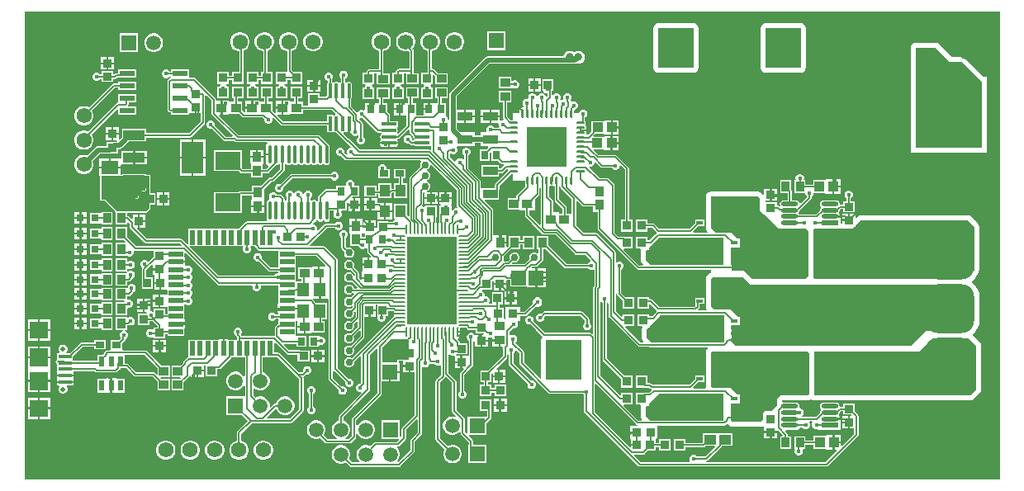
<source format=gbr>
%TF.GenerationSoftware,Altium Limited,Altium Designer,23.4.1 (23)*%
G04 Layer_Physical_Order=1*
G04 Layer_Color=255*
%FSLAX43Y43*%
%MOMM*%
%TF.SameCoordinates,F1D85D2B-AD7B-4026-9487-DA5914AD0DFB*%
%TF.FilePolarity,Positive*%
%TF.FileFunction,Copper,L1,Top,Signal*%
%TF.Part,Single*%
G01*
G75*
%TA.AperFunction,SMDPad,CuDef*%
%ADD10R,0.900X1.050*%
%ADD11R,0.800X0.800*%
%ADD12R,0.912X0.958*%
%ADD13R,0.850X0.950*%
%ADD14R,2.000X4.100*%
G04:AMPARAMS|DCode=15|XSize=1.554mm|YSize=0.376mm|CornerRadius=0.188mm|HoleSize=0mm|Usage=FLASHONLY|Rotation=90.000|XOffset=0mm|YOffset=0mm|HoleType=Round|Shape=RoundedRectangle|*
%AMROUNDEDRECTD15*
21,1,1.554,0.000,0,0,90.0*
21,1,1.178,0.376,0,0,90.0*
1,1,0.376,0.000,0.589*
1,1,0.376,0.000,-0.589*
1,1,0.376,0.000,-0.589*
1,1,0.376,0.000,0.589*
%
%ADD15ROUNDEDRECTD15*%
%ADD16R,0.376X1.554*%
G04:AMPARAMS|DCode=17|XSize=1.554mm|YSize=0.376mm|CornerRadius=0.188mm|HoleSize=0mm|Usage=FLASHONLY|Rotation=0.000|XOffset=0mm|YOffset=0mm|HoleType=Round|Shape=RoundedRectangle|*
%AMROUNDEDRECTD17*
21,1,1.554,0.000,0,0,0.0*
21,1,1.178,0.376,0,0,0.0*
1,1,0.376,0.589,0.000*
1,1,0.376,-0.589,0.000*
1,1,0.376,-0.589,0.000*
1,1,0.376,0.589,0.000*
%
%ADD17ROUNDEDRECTD17*%
%ADD18R,1.554X0.376*%
%ADD19R,1.050X0.900*%
%ADD20R,0.950X0.950*%
%ADD21R,0.750X0.900*%
%ADD22R,1.550X0.950*%
%ADD23R,1.800X1.400*%
%ADD24R,2.100X1.800*%
%ADD25R,0.957X0.962*%
%ADD26O,0.350X2.000*%
%TA.AperFunction,TestPad*%
%ADD27C,0.762*%
%TA.AperFunction,SMDPad,CuDef*%
%ADD28R,0.950X0.850*%
%ADD29R,0.950X0.700*%
%ADD30R,0.610X1.118*%
%ADD31R,1.350X0.400*%
%ADD32R,1.900X1.900*%
%ADD33R,1.900X1.800*%
%ADD34R,2.600X1.900*%
%ADD35R,1.550X0.600*%
%ADD36R,2.200X1.000*%
%ADD37R,2.200X3.300*%
%ADD38R,1.006X0.958*%
%ADD39R,0.750X0.850*%
%ADD40R,0.958X0.912*%
%ADD41R,1.007X0.958*%
%ADD42R,0.958X1.007*%
%ADD43R,1.200X1.400*%
%ADD44R,1.500X0.550*%
%ADD45R,0.550X1.500*%
G04:AMPARAMS|DCode=46|XSize=0.254mm|YSize=0.889mm|CornerRadius=0.095mm|HoleSize=0mm|Usage=FLASHONLY|Rotation=90.000|XOffset=0mm|YOffset=0mm|HoleType=Round|Shape=RoundedRectangle|*
%AMROUNDEDRECTD46*
21,1,0.254,0.699,0,0,90.0*
21,1,0.064,0.889,0,0,90.0*
1,1,0.191,0.349,0.032*
1,1,0.191,0.349,-0.032*
1,1,0.191,-0.349,-0.032*
1,1,0.191,-0.349,0.032*
%
%ADD46ROUNDEDRECTD46*%
G04:AMPARAMS|DCode=47|XSize=0.254mm|YSize=0.889mm|CornerRadius=0.095mm|HoleSize=0mm|Usage=FLASHONLY|Rotation=0.000|XOffset=0mm|YOffset=0mm|HoleType=Round|Shape=RoundedRectangle|*
%AMROUNDEDRECTD47*
21,1,0.254,0.699,0,0,0.0*
21,1,0.064,0.889,0,0,0.0*
1,1,0.191,0.032,-0.349*
1,1,0.191,-0.032,-0.349*
1,1,0.191,-0.032,0.349*
1,1,0.191,0.032,0.349*
%
%ADD47ROUNDEDRECTD47*%
%ADD48R,4.089X4.089*%
G04:AMPARAMS|DCode=49|XSize=0.192mm|YSize=0.96mm|CornerRadius=0.096mm|HoleSize=0mm|Usage=FLASHONLY|Rotation=90.000|XOffset=0mm|YOffset=0mm|HoleType=Round|Shape=RoundedRectangle|*
%AMROUNDEDRECTD49*
21,1,0.192,0.768,0,0,90.0*
21,1,0.000,0.960,0,0,90.0*
1,1,0.192,0.384,0.000*
1,1,0.192,0.384,0.000*
1,1,0.192,-0.384,0.000*
1,1,0.192,-0.384,0.000*
%
%ADD49ROUNDEDRECTD49*%
G04:AMPARAMS|DCode=50|XSize=0.192mm|YSize=0.961mm|CornerRadius=0.096mm|HoleSize=0mm|Usage=FLASHONLY|Rotation=90.000|XOffset=0mm|YOffset=0mm|HoleType=Round|Shape=RoundedRectangle|*
%AMROUNDEDRECTD50*
21,1,0.192,0.769,0,0,90.0*
21,1,0.000,0.961,0,0,90.0*
1,1,0.192,0.384,0.000*
1,1,0.192,0.384,0.000*
1,1,0.192,-0.384,0.000*
1,1,0.192,-0.384,0.000*
%
%ADD50ROUNDEDRECTD50*%
G04:AMPARAMS|DCode=51|XSize=0.961mm|YSize=0.192mm|CornerRadius=0.096mm|HoleSize=0mm|Usage=FLASHONLY|Rotation=90.000|XOffset=0mm|YOffset=0mm|HoleType=Round|Shape=RoundedRectangle|*
%AMROUNDEDRECTD51*
21,1,0.961,0.000,0,0,90.0*
21,1,0.769,0.192,0,0,90.0*
1,1,0.192,0.000,0.384*
1,1,0.192,0.000,-0.384*
1,1,0.192,0.000,-0.384*
1,1,0.192,0.000,0.384*
%
%ADD51ROUNDEDRECTD51*%
%ADD52C,0.173*%
%ADD53R,5.100X9.100*%
%ADD54R,0.950X0.950*%
%ADD55R,1.306X1.058*%
%ADD56R,0.912X1.058*%
%ADD57R,1.550X1.500*%
%ADD58R,1.500X1.550*%
%ADD59R,1.050X1.100*%
%ADD60R,1.058X1.012*%
%ADD61R,1.058X0.912*%
%ADD62R,1.100X1.300*%
%ADD63R,2.955X3.506*%
%ADD64R,0.660X0.381*%
%ADD65R,2.804X1.653*%
G04:AMPARAMS|DCode=66|XSize=1.754mm|YSize=0.476mm|CornerRadius=0.238mm|HoleSize=0mm|Usage=FLASHONLY|Rotation=180.000|XOffset=0mm|YOffset=0mm|HoleType=Round|Shape=RoundedRectangle|*
%AMROUNDEDRECTD66*
21,1,1.754,0.000,0,0,180.0*
21,1,1.278,0.476,0,0,180.0*
1,1,0.476,-0.639,0.000*
1,1,0.476,0.639,0.000*
1,1,0.476,0.639,0.000*
1,1,0.476,-0.639,0.000*
%
%ADD66ROUNDEDRECTD66*%
%ADD67R,1.754X0.476*%
%TA.AperFunction,Conductor*%
%ADD68C,0.180*%
%ADD69C,0.500*%
%ADD70C,0.127*%
%TA.AperFunction,ComponentPad*%
%ADD71R,6.800X6.800*%
%ADD72R,1.500X1.500*%
%ADD73C,1.500*%
%ADD74C,1.575*%
%ADD75R,1.575X1.575*%
G04:AMPARAMS|DCode=76|XSize=5mm|YSize=5mm|CornerRadius=1.25mm|HoleSize=0mm|Usage=FLASHONLY|Rotation=270.000|XOffset=0mm|YOffset=0mm|HoleType=Round|Shape=RoundedRectangle|*
%AMROUNDEDRECTD76*
21,1,5.000,2.500,0,0,270.0*
21,1,2.500,5.000,0,0,270.0*
1,1,2.500,-1.250,-1.250*
1,1,2.500,-1.250,1.250*
1,1,2.500,1.250,1.250*
1,1,2.500,1.250,-1.250*
%
%ADD76ROUNDEDRECTD76*%
%ADD77R,1.575X1.575*%
%ADD78C,0.500*%
%TA.AperFunction,ViaPad*%
%ADD79C,0.450*%
%ADD80C,0.800*%
%ADD81C,4.000*%
G36*
X100000Y0D02*
X0D01*
Y48000D01*
X100000D01*
Y0D01*
D02*
G37*
%LPC*%
G36*
X49350Y45950D02*
X47450D01*
Y44050D01*
X49350D01*
Y45950D01*
D02*
G37*
G36*
X44230Y45888D02*
X43970D01*
X43719Y45820D01*
X43494Y45690D01*
X43310Y45506D01*
X43180Y45281D01*
X43112Y45030D01*
Y44770D01*
X43180Y44519D01*
X43310Y44294D01*
X43494Y44110D01*
X43719Y43980D01*
X43970Y43912D01*
X44230D01*
X44481Y43980D01*
X44706Y44110D01*
X44890Y44294D01*
X45020Y44519D01*
X45088Y44770D01*
Y45030D01*
X45020Y45281D01*
X44890Y45506D01*
X44706Y45690D01*
X44481Y45820D01*
X44230Y45888D01*
D02*
G37*
G36*
X29730D02*
X29470D01*
X29219Y45820D01*
X28994Y45690D01*
X28810Y45506D01*
X28680Y45281D01*
X28612Y45030D01*
Y44770D01*
X28680Y44519D01*
X28810Y44294D01*
X28994Y44110D01*
X29219Y43980D01*
X29470Y43912D01*
X29730D01*
X29981Y43980D01*
X30206Y44110D01*
X30390Y44294D01*
X30520Y44519D01*
X30587Y44770D01*
Y45030D01*
X30520Y45281D01*
X30390Y45506D01*
X30206Y45690D01*
X29981Y45820D01*
X29730Y45888D01*
D02*
G37*
G36*
X13385Y45750D02*
X13135D01*
X12893Y45685D01*
X12677Y45560D01*
X12500Y45383D01*
X12375Y45167D01*
X12310Y44925D01*
Y44675D01*
X12375Y44433D01*
X12500Y44217D01*
X12677Y44040D01*
X12893Y43915D01*
X13135Y43850D01*
X13385D01*
X13627Y43915D01*
X13843Y44040D01*
X14020Y44217D01*
X14145Y44433D01*
X14210Y44675D01*
Y44925D01*
X14145Y45167D01*
X14020Y45383D01*
X13843Y45560D01*
X13627Y45685D01*
X13385Y45750D01*
D02*
G37*
G36*
X11670D02*
X9770D01*
Y43850D01*
X11670D01*
Y45750D01*
D02*
G37*
G36*
X56886Y43954D02*
X56714D01*
X56548Y43909D01*
X56398Y43823D01*
X56350Y43775D01*
X56302Y43823D01*
X56152Y43909D01*
X55986Y43954D01*
X55814D01*
X55648Y43909D01*
X55498Y43823D01*
X55377Y43702D01*
X55291Y43552D01*
X55246Y43386D01*
Y43384D01*
X47500D01*
X47500Y43384D01*
X47353Y43355D01*
X47228Y43272D01*
X47228Y43272D01*
X43680Y39724D01*
X43597Y39599D01*
X43568Y39452D01*
X43568Y39452D01*
Y36821D01*
X43552Y36816D01*
X43425Y36911D01*
Y36985D01*
X43360Y37141D01*
X43241Y37260D01*
X43195Y37279D01*
X43179Y37400D01*
X43179Y37400D01*
Y38554D01*
X42798D01*
Y39075D01*
X43429D01*
Y40229D01*
X42125D01*
Y39075D01*
X42356D01*
Y38554D01*
X42175D01*
Y38554D01*
X42052Y38564D01*
Y38627D01*
X41577D01*
Y37977D01*
X41477D01*
Y37877D01*
X40902D01*
Y37355D01*
X40287D01*
X40189Y37396D01*
X40179Y37477D01*
Y38554D01*
X39798D01*
Y39075D01*
X40429D01*
Y40229D01*
X39125D01*
Y39075D01*
X39356D01*
Y38554D01*
X39179D01*
X39175Y38554D01*
X39052Y38564D01*
Y38627D01*
X38577D01*
Y37977D01*
Y37327D01*
X39044D01*
X39052Y37327D01*
X39171Y37307D01*
Y36297D01*
X38305Y35431D01*
X38288Y35423D01*
X38240Y35454D01*
X38229Y35481D01*
X38218Y35613D01*
X38262Y35679D01*
X38287Y35802D01*
X38262Y35925D01*
X38205Y36010D01*
X38227Y36084D01*
X38260Y36137D01*
X38281D01*
Y36767D01*
X37498D01*
Y37302D01*
X37481Y37387D01*
X37433Y37459D01*
X37179Y37713D01*
Y38554D01*
X36798D01*
Y39050D01*
X37429D01*
Y40204D01*
X36125D01*
Y39050D01*
X36356D01*
Y38554D01*
X36179D01*
X36175Y38554D01*
X36052Y38564D01*
Y38627D01*
X35577D01*
Y37977D01*
X35377D01*
Y38627D01*
X34902D01*
Y37941D01*
X34775Y37866D01*
X34681Y37905D01*
X34512D01*
X34356Y37840D01*
X34236Y37720D01*
X34219Y37679D01*
X34095Y37654D01*
X33496Y38252D01*
Y39080D01*
X33502Y39084D01*
X33572Y39188D01*
X33596Y39311D01*
Y40490D01*
X33572Y40612D01*
X33502Y40717D01*
X33398Y40786D01*
X33275Y40811D01*
X33152Y40786D01*
X33048Y40717D01*
X32920Y40750D01*
X32884Y40779D01*
Y41116D01*
X32941Y41140D01*
X33060Y41259D01*
X33125Y41415D01*
Y41585D01*
X33060Y41741D01*
X32941Y41860D01*
X32785Y41925D01*
X32615D01*
X32459Y41860D01*
X32340Y41741D01*
X32275Y41585D01*
Y41415D01*
X32340Y41259D01*
X32441Y41158D01*
Y40746D01*
X32398Y40717D01*
X32376Y40684D01*
X32224D01*
X32202Y40717D01*
X32098Y40786D01*
X31975Y40811D01*
X31852Y40786D01*
X31748Y40717D01*
X31616Y40728D01*
X31546Y40800D01*
Y41045D01*
X31560Y41059D01*
X31625Y41215D01*
Y41385D01*
X31560Y41541D01*
X31441Y41660D01*
X31285Y41725D01*
X31115D01*
X30959Y41660D01*
X30840Y41541D01*
X30775Y41385D01*
Y41215D01*
X30840Y41059D01*
X30959Y40940D01*
X31104Y40880D01*
Y40720D01*
X31098Y40717D01*
X31028Y40612D01*
X31004Y40490D01*
Y39356D01*
X30894Y39246D01*
X30302D01*
Y39577D01*
X29098D01*
Y38475D01*
X29098Y38473D01*
X29093Y38348D01*
X28559D01*
Y38733D01*
X28098D01*
Y39075D01*
X28479D01*
Y40279D01*
X27275D01*
Y39075D01*
X27656D01*
Y38733D01*
X27307D01*
X27298Y38733D01*
X27180Y38754D01*
Y38806D01*
X26577D01*
Y38127D01*
Y37448D01*
X27180D01*
Y37500D01*
X27298Y37521D01*
X27307Y37521D01*
X28559D01*
Y37906D01*
X31521D01*
X31902Y37525D01*
X31860Y37387D01*
X31852Y37385D01*
X31767Y37328D01*
X31693Y37350D01*
X31640Y37383D01*
Y37404D01*
X31010D01*
Y36721D01*
X26546D01*
X25936Y37331D01*
X25985Y37448D01*
X26377D01*
Y38027D01*
X25774D01*
Y37659D01*
X25656Y37610D01*
X25433Y37834D01*
Y38733D01*
X25024D01*
Y39075D01*
X25479D01*
Y40279D01*
X24275D01*
Y39075D01*
X24582D01*
Y38733D01*
X24173D01*
Y38733D01*
X24054Y38754D01*
Y38806D01*
X23451D01*
Y38127D01*
X23351D01*
Y38027D01*
X22648D01*
Y37673D01*
X22521Y37620D01*
X22307Y37834D01*
Y38733D01*
X21898D01*
Y39075D01*
X22479D01*
Y40279D01*
X21275D01*
Y39075D01*
X21456D01*
Y38733D01*
X21056D01*
X21047Y38733D01*
X20929Y38754D01*
Y38806D01*
X20325D01*
Y38127D01*
Y37448D01*
X20929D01*
Y37500D01*
X21047Y37521D01*
X21056Y37521D01*
X21994D01*
X22314Y37201D01*
X22386Y37153D01*
X22470Y37137D01*
X24450D01*
X24584Y37003D01*
X24579Y36991D01*
Y36822D01*
X24644Y36665D01*
X24763Y36546D01*
X24920Y36481D01*
X25089D01*
X25245Y36546D01*
X25364Y36665D01*
X25429Y36822D01*
Y36991D01*
X25399Y37062D01*
X25507Y37134D01*
X26298Y36343D01*
X26370Y36295D01*
X26454Y36278D01*
X31010D01*
Y35596D01*
X31640D01*
Y35616D01*
X31693Y35649D01*
X31767Y35671D01*
X31852Y35614D01*
X31953Y35594D01*
X32986Y34560D01*
X33058Y34512D01*
X33085Y34507D01*
X33449Y34142D01*
X33395Y34017D01*
X33259Y33960D01*
X33140Y33841D01*
X33075Y33685D01*
Y33515D01*
X33121Y33405D01*
X33075Y33285D01*
X33056Y33263D01*
X33051Y33262D01*
X32817Y33496D01*
X32825Y33515D01*
Y33685D01*
X32760Y33841D01*
X32641Y33960D01*
X32485Y34025D01*
X32315D01*
X32159Y33960D01*
X32040Y33841D01*
X31975Y33685D01*
Y33515D01*
X32040Y33359D01*
X32159Y33240D01*
X32315Y33175D01*
X32485D01*
X32504Y33183D01*
X32896Y32792D01*
X32967Y32744D01*
X33052Y32727D01*
X40629D01*
X40681Y32600D01*
X40646Y32565D01*
X40569Y32378D01*
Y32176D01*
X40608Y32082D01*
X39540Y31014D01*
X39498Y30951D01*
X39483Y30877D01*
Y27010D01*
X39372Y26962D01*
X39279Y27037D01*
Y28304D01*
X37925D01*
Y26750D01*
X38011D01*
X38015Y26625D01*
X37859Y26560D01*
X37740Y26441D01*
X37732Y26421D01*
X37304D01*
Y26479D01*
X36200D01*
Y25723D01*
X36154Y25695D01*
X36027Y25767D01*
Y25777D01*
X35402D01*
X34777D01*
Y25202D01*
X34883Y25187D01*
Y24848D01*
X34560D01*
Y25252D01*
X34633D01*
Y25881D01*
X33977D01*
X33321D01*
Y25252D01*
X33394D01*
Y23971D01*
X34247D01*
X34275Y23943D01*
Y23926D01*
X34340Y23770D01*
X34459Y23650D01*
X34615Y23586D01*
X34785D01*
X34941Y23650D01*
X35036Y23746D01*
X35149Y23716D01*
X35163Y23707D01*
Y23315D01*
X35180Y23231D01*
X35228Y23159D01*
X35545Y22842D01*
X35496Y22725D01*
X35375D01*
Y22050D01*
X35275D01*
Y21950D01*
X34650D01*
Y21375D01*
X34625Y21325D01*
X34625D01*
Y20750D01*
X35250D01*
Y20550D01*
X34625D01*
Y20443D01*
X34508Y20394D01*
X34288Y20614D01*
Y21160D01*
X34288Y21160D01*
X34273Y21235D01*
X34231Y21298D01*
X33746Y21782D01*
X33785Y21876D01*
Y22078D01*
X33708Y22265D01*
X33565Y22408D01*
X33378Y22485D01*
X33176D01*
X32989Y22408D01*
X32846Y22265D01*
X32769Y22078D01*
Y21876D01*
X32846Y21689D01*
X32989Y21546D01*
X33176Y21469D01*
X33378D01*
X33472Y21508D01*
X33899Y21080D01*
Y20884D01*
X33772Y20858D01*
X33708Y21015D01*
X33565Y21158D01*
X33378Y21235D01*
X33176D01*
X32989Y21158D01*
X32846Y21015D01*
X32769Y20828D01*
Y20626D01*
X32846Y20439D01*
X32989Y20296D01*
X33176Y20219D01*
X33378D01*
X33542Y20287D01*
X34133Y19696D01*
X34085Y19579D01*
X33785D01*
X33708Y19765D01*
X33565Y19908D01*
X33378Y19985D01*
X33176D01*
X32989Y19908D01*
X32846Y19765D01*
X32769Y19578D01*
Y19376D01*
X32846Y19189D01*
X32989Y19046D01*
X33176Y18969D01*
X33378D01*
X33565Y19046D01*
X33682Y19164D01*
X33751Y19156D01*
X33795Y19062D01*
X33796Y19021D01*
X33472Y18696D01*
X33378Y18735D01*
X33176D01*
X32989Y18658D01*
X32846Y18515D01*
X32769Y18328D01*
Y18126D01*
X32846Y17939D01*
X32989Y17796D01*
X33176Y17719D01*
X33378D01*
X33542Y17787D01*
X33633Y17756D01*
X33678Y17730D01*
X33687Y17662D01*
X33472Y17446D01*
X33378Y17485D01*
X33176D01*
X32989Y17408D01*
X32846Y17265D01*
X32769Y17078D01*
Y16876D01*
X32846Y16689D01*
X32989Y16546D01*
X33176Y16469D01*
X33378D01*
X33565Y16546D01*
X33708Y16689D01*
X33785Y16876D01*
Y17078D01*
X33746Y17172D01*
X33837Y17262D01*
X33954Y17214D01*
Y16679D01*
X33472Y16196D01*
X33378Y16235D01*
X33176D01*
X32989Y16158D01*
X32846Y16015D01*
X32769Y15828D01*
Y15626D01*
X32846Y15439D01*
X32989Y15296D01*
X33176Y15219D01*
X33378D01*
X33565Y15296D01*
X33708Y15439D01*
X33785Y15626D01*
Y15828D01*
X33746Y15922D01*
X34064Y16239D01*
X34181Y16191D01*
Y15656D01*
X33472Y14946D01*
X33378Y14985D01*
X33176D01*
X32989Y14908D01*
X32846Y14765D01*
X32769Y14578D01*
Y14376D01*
X32846Y14189D01*
X32989Y14046D01*
X33176Y13969D01*
X33378D01*
X33565Y14046D01*
X33708Y14189D01*
X33785Y14376D01*
Y14578D01*
X33746Y14672D01*
X34349Y15274D01*
X34466Y15225D01*
Y14691D01*
X33472Y13696D01*
X33378Y13735D01*
X33176D01*
X32989Y13658D01*
X32846Y13515D01*
X32769Y13328D01*
Y13126D01*
X32846Y12939D01*
X32989Y12796D01*
X33176Y12719D01*
X33378D01*
X33565Y12796D01*
X33708Y12939D01*
X33785Y13126D01*
Y13328D01*
X33746Y13422D01*
X34798Y14473D01*
X34798Y14473D01*
X34840Y14536D01*
X34854Y14610D01*
X34854Y14610D01*
Y16675D01*
X35275D01*
Y17350D01*
X35375D01*
Y17450D01*
X36000D01*
Y17894D01*
X36173D01*
Y16748D01*
X36173D01*
X36190Y16722D01*
X36175Y16685D01*
Y16515D01*
X36240Y16359D01*
X36359Y16240D01*
X36515Y16175D01*
X36685D01*
X36841Y16240D01*
X36960Y16359D01*
X37025Y16515D01*
Y16685D01*
X37067Y16748D01*
X37277D01*
Y17294D01*
X37791D01*
X37851Y17234D01*
X37863Y17217D01*
X37888Y17093D01*
X37885Y17077D01*
X38551D01*
Y16877D01*
X37885D01*
X37888Y16861D01*
X37895Y16851D01*
X37894Y16702D01*
X37870Y16677D01*
X33582Y12390D01*
X33565Y12408D01*
X33378Y12485D01*
X33176D01*
X32989Y12408D01*
X32846Y12265D01*
X32769Y12078D01*
Y11876D01*
X32846Y11689D01*
X32989Y11546D01*
X33176Y11469D01*
X33378D01*
X33565Y11546D01*
X33708Y11689D01*
X33785Y11876D01*
Y12043D01*
X34387Y12645D01*
X34505Y12597D01*
Y9866D01*
X34464Y9825D01*
X34315D01*
X34159Y9760D01*
X34040Y9641D01*
X33975Y9485D01*
Y9315D01*
X34040Y9159D01*
X34159Y9040D01*
X34315Y8975D01*
X34482D01*
X34488Y8969D01*
X34553Y8866D01*
X32304Y6616D01*
X32256Y6545D01*
X32239Y6460D01*
Y6024D01*
X32093Y5985D01*
X31877Y5860D01*
X31700Y5683D01*
X31575Y5467D01*
X31510Y5225D01*
Y4975D01*
X31575Y4733D01*
X31700Y4517D01*
X31877Y4340D01*
X32035Y4248D01*
X32001Y4121D01*
X31092D01*
X30686Y4527D01*
X30805Y4733D01*
X30870Y4975D01*
Y5225D01*
X30805Y5467D01*
X30680Y5683D01*
X30503Y5860D01*
X30287Y5985D01*
X30045Y6050D01*
X29795D01*
X29553Y5985D01*
X29337Y5860D01*
X29160Y5683D01*
X29035Y5467D01*
X28970Y5225D01*
Y4975D01*
X29035Y4733D01*
X29160Y4517D01*
X29337Y4340D01*
X29553Y4215D01*
X29795Y4150D01*
X30045D01*
X30287Y4215D01*
X30341Y4246D01*
X30844Y3744D01*
X30915Y3696D01*
X31000Y3679D01*
X33300D01*
X33385Y3696D01*
X33456Y3744D01*
X33956Y4244D01*
X34004Y4315D01*
X34021Y4400D01*
Y4641D01*
X34148Y4675D01*
X34240Y4517D01*
X34417Y4340D01*
X34633Y4215D01*
X34875Y4150D01*
X35125D01*
X35367Y4215D01*
X35583Y4340D01*
X35760Y4517D01*
X35885Y4733D01*
X35950Y4975D01*
Y5225D01*
X35885Y5467D01*
X35760Y5683D01*
X35583Y5860D01*
X35367Y5985D01*
X35125Y6050D01*
X34875D01*
X34633Y5985D01*
X34417Y5860D01*
X34240Y5683D01*
X34148Y5525D01*
X34021Y5559D01*
Y6093D01*
X36568Y8640D01*
X36616Y8712D01*
X36633Y8797D01*
Y10027D01*
X37377D01*
Y10977D01*
X37477D01*
Y11077D01*
X38452D01*
Y11927D01*
X38379D01*
Y12163D01*
X38825D01*
Y11725D01*
X39500D01*
Y11625D01*
X39600D01*
Y11000D01*
X40044D01*
Y6590D01*
X38744Y5290D01*
X38696Y5218D01*
X38679Y5133D01*
Y4334D01*
X38617Y4287D01*
X38490Y4347D01*
Y6050D01*
X36590D01*
Y4150D01*
X38357D01*
X38410Y4023D01*
X38208Y3821D01*
X36040D01*
X35955Y3804D01*
X35884Y3756D01*
X35497Y3370D01*
X35367Y3445D01*
X35125Y3510D01*
X34875D01*
X34633Y3445D01*
X34417Y3320D01*
X34240Y3143D01*
X34115Y2927D01*
X34050Y2685D01*
Y2435D01*
X34115Y2193D01*
X34240Y1977D01*
X34368Y1848D01*
X34316Y1721D01*
X33612D01*
X33270Y2063D01*
X33345Y2193D01*
X33410Y2435D01*
Y2685D01*
X33345Y2927D01*
X33220Y3143D01*
X33043Y3320D01*
X32827Y3445D01*
X32585Y3510D01*
X32335D01*
X32093Y3445D01*
X31877Y3320D01*
X31700Y3143D01*
X31575Y2927D01*
X31510Y2685D01*
Y2435D01*
X31575Y2193D01*
X31700Y1977D01*
X31877Y1800D01*
X32093Y1675D01*
X32335Y1610D01*
X32585D01*
X32827Y1675D01*
X32957Y1750D01*
X33364Y1344D01*
X33435Y1296D01*
X33520Y1279D01*
X38400D01*
X38485Y1296D01*
X38556Y1344D01*
X39956Y2744D01*
X40004Y2815D01*
X40021Y2900D01*
Y3908D01*
X40701Y4589D01*
X40749Y4660D01*
X40766Y4745D01*
Y11482D01*
X40893Y11533D01*
X41029Y11476D01*
X41199D01*
X41355Y11541D01*
X41474Y11661D01*
X41536Y11809D01*
X41544Y11821D01*
X41547Y11823D01*
X41666Y11889D01*
X41720Y11879D01*
X41995D01*
X42003Y11859D01*
X42122Y11740D01*
X42278Y11675D01*
X42448D01*
X42584Y11731D01*
X42711Y11681D01*
Y10676D01*
X42225Y10190D01*
X42177Y10118D01*
X42160Y10034D01*
Y4118D01*
X42177Y4034D01*
X42225Y3962D01*
X43090Y3097D01*
X43015Y2967D01*
X42950Y2725D01*
Y2475D01*
X43015Y2233D01*
X43140Y2017D01*
X43317Y1840D01*
X43533Y1715D01*
X43775Y1650D01*
X44025D01*
X44267Y1715D01*
X44483Y1840D01*
X44660Y2017D01*
X44785Y2233D01*
X44850Y2475D01*
Y2725D01*
X44785Y2967D01*
X44660Y3183D01*
X44483Y3360D01*
X44267Y3485D01*
X44025Y3550D01*
X43775D01*
X43533Y3485D01*
X43403Y3410D01*
X42603Y4210D01*
Y9942D01*
X43088Y10428D01*
X43112Y10463D01*
X43232Y10493D01*
X43264Y10490D01*
X43854Y9900D01*
Y6979D01*
X43871Y6894D01*
X43919Y6822D01*
X44224Y6518D01*
X44158Y6404D01*
X43985Y6450D01*
X43735D01*
X43493Y6385D01*
X43277Y6260D01*
X43100Y6083D01*
X42975Y5867D01*
X42910Y5625D01*
Y5375D01*
X42975Y5133D01*
X43100Y4917D01*
X43277Y4740D01*
X43493Y4615D01*
X43735Y4550D01*
X43985D01*
X44227Y4615D01*
X44443Y4740D01*
X44579Y4876D01*
X44706Y4823D01*
Y4765D01*
X44723Y4681D01*
X44771Y4609D01*
X45559Y3821D01*
Y3550D01*
X45490D01*
Y1650D01*
X47390D01*
Y3550D01*
X46001D01*
Y3913D01*
X45984Y3998D01*
X45936Y4070D01*
X45573Y4433D01*
X45622Y4550D01*
X47350D01*
Y5737D01*
X47818Y6206D01*
X47866Y6277D01*
X47883Y6362D01*
Y7242D01*
X47879Y7263D01*
Y8229D01*
X46675D01*
Y7025D01*
X47441D01*
Y6537D01*
X47350Y6450D01*
X45450D01*
Y4722D01*
X45333Y4673D01*
X45149Y4857D01*
Y6126D01*
X45132Y6211D01*
X45084Y6283D01*
X44297Y7070D01*
Y9992D01*
X44280Y10077D01*
X44232Y10149D01*
X43433Y10947D01*
Y12800D01*
X43463Y12816D01*
X43560Y12839D01*
X43659Y12740D01*
X43815Y12675D01*
X43985D01*
X44013Y12687D01*
X44125Y12596D01*
Y12125D01*
X44700D01*
Y12650D01*
X44328D01*
X44263Y12777D01*
X44296Y12823D01*
X45402D01*
Y13927D01*
X44636D01*
Y14055D01*
X44619Y14140D01*
X44571Y14211D01*
X44436Y14347D01*
X44477Y14485D01*
X44493Y14488D01*
X44591Y14554D01*
X44656Y14652D01*
X44679Y14767D01*
Y15051D01*
X44377D01*
Y15251D01*
X44679D01*
Y15536D01*
X44690Y15549D01*
X45305D01*
X45459Y15396D01*
X45530Y15348D01*
X45615Y15331D01*
X46275D01*
Y15000D01*
X47094D01*
X47127Y14954D01*
X47062Y14827D01*
X46977D01*
Y14302D01*
X47552D01*
Y14511D01*
X47658Y14582D01*
X47666Y14578D01*
X47835D01*
X47869Y14592D01*
X47975Y14522D01*
Y14400D01*
X48700D01*
Y14300D01*
X48800D01*
Y13650D01*
X48986D01*
X49076Y13523D01*
X49073Y13509D01*
Y12711D01*
X47541Y11179D01*
X46750D01*
Y9975D01*
X47081D01*
Y9729D01*
X46675D01*
Y8525D01*
X47879D01*
Y8906D01*
X48175D01*
Y8525D01*
X49379D01*
Y9729D01*
X48175D01*
Y9348D01*
X47879D01*
Y9729D01*
X47523D01*
Y9975D01*
X47854D01*
Y10812D01*
X47900Y10846D01*
X48027Y10783D01*
Y10677D01*
X48552D01*
Y11252D01*
X48406D01*
X48357Y11369D01*
X49451Y12463D01*
X49499Y12535D01*
X49516Y12620D01*
Y12789D01*
X49643Y12857D01*
X49679Y12833D01*
Y11800D01*
X49695Y11715D01*
X49743Y11644D01*
X51583Y9804D01*
X51575Y9785D01*
Y9615D01*
X51640Y9459D01*
X51759Y9340D01*
X51915Y9275D01*
X52085D01*
X52241Y9340D01*
X52360Y9459D01*
X52425Y9615D01*
Y9785D01*
X52360Y9941D01*
X52241Y10060D01*
X52085Y10125D01*
X51915D01*
X51896Y10117D01*
X50121Y11892D01*
Y12939D01*
X50136Y12945D01*
X50255Y13064D01*
X50312Y13200D01*
X50437Y13254D01*
X50779Y12913D01*
Y11900D01*
X50796Y11815D01*
X50844Y11744D01*
X53744Y8844D01*
X53815Y8796D01*
X53900Y8779D01*
X57232D01*
X57240Y8759D01*
X57359Y8640D01*
X57379Y8632D01*
Y7023D01*
X57396Y6938D01*
X57444Y6866D01*
X62935Y1375D01*
X63007Y1327D01*
X63092Y1310D01*
X82236D01*
X82320Y1327D01*
X82392Y1375D01*
X85448Y4431D01*
X85496Y4503D01*
X85513Y4587D01*
Y6487D01*
X85496Y6572D01*
X85448Y6643D01*
X85129Y6963D01*
Y7754D01*
X83925D01*
Y7396D01*
X83697D01*
X83592Y7499D01*
X83585Y7518D01*
X83560Y7644D01*
X83480Y7765D01*
X83359Y7846D01*
X83217Y7874D01*
X81938D01*
X81796Y7846D01*
X81675Y7765D01*
X81594Y7644D01*
X81566Y7502D01*
X81594Y7360D01*
X81662Y7259D01*
X81675Y7177D01*
X81662Y7095D01*
X81594Y6994D01*
X81566Y6852D01*
X81573Y6820D01*
X81149Y6396D01*
X79797D01*
X79752Y6523D01*
X79840Y6611D01*
X79905Y6767D01*
Y6937D01*
X79840Y7093D01*
X79720Y7212D01*
X79564Y7277D01*
X79545D01*
X79468Y7404D01*
X79488Y7502D01*
X79459Y7644D01*
X79379Y7765D01*
X79258Y7846D01*
X79116Y7874D01*
X77837D01*
X77808Y7868D01*
X77710Y7949D01*
Y8089D01*
X77711Y8090D01*
X80300D01*
X80495Y8129D01*
X80650Y8233D01*
X80681Y8212D01*
X80692Y8201D01*
X80705Y8195D01*
X80805Y8129D01*
X81000Y8090D01*
X97000D01*
X97195Y8129D01*
X97360Y8240D01*
X97960Y8840D01*
X98071Y9005D01*
X98110Y9200D01*
Y13700D01*
X98071Y13895D01*
X97960Y14060D01*
X97252Y14769D01*
X97258Y14896D01*
X97393Y15007D01*
X97612Y15273D01*
X97775Y15577D01*
X97875Y15907D01*
X97908Y16250D01*
Y18750D01*
X97875Y19093D01*
X97775Y19423D01*
X97612Y19727D01*
X97393Y19993D01*
X97177Y20171D01*
X97169Y20191D01*
Y20309D01*
X97177Y20329D01*
X97393Y20507D01*
X97612Y20773D01*
X97775Y21077D01*
X97821Y21230D01*
X97871Y21305D01*
X97910Y21500D01*
Y25900D01*
X97871Y26095D01*
X97760Y26260D01*
X97060Y26960D01*
X96895Y27071D01*
X96700Y27110D01*
X85800D01*
X85605Y27071D01*
X85440Y26960D01*
X85319Y26840D01*
X85202Y26889D01*
Y27227D01*
X84627D01*
Y26602D01*
X84527D01*
Y26502D01*
X83852D01*
Y26210D01*
X83708D01*
Y26794D01*
X83708D01*
X83661Y26852D01*
X82577D01*
Y27052D01*
X83643D01*
X83629Y27123D01*
X83532Y27268D01*
X83534Y27420D01*
X83560Y27460D01*
X83589Y27602D01*
X83582Y27634D01*
X83706Y27758D01*
X83925D01*
Y27400D01*
X85129D01*
Y28504D01*
X84721D01*
Y28832D01*
X84741Y28840D01*
X84860Y28959D01*
X84925Y29115D01*
Y29285D01*
X84860Y29441D01*
X84741Y29560D01*
X84585Y29625D01*
X84415D01*
X84259Y29560D01*
X84140Y29441D01*
X84075Y29285D01*
Y29115D01*
X84140Y28959D01*
X84259Y28840D01*
X84279Y28832D01*
Y28504D01*
X83925D01*
Y28146D01*
X83697D01*
X83592Y28249D01*
X83585Y28268D01*
X83560Y28394D01*
X83480Y28515D01*
X83359Y28596D01*
X83217Y28624D01*
X81938D01*
X81796Y28596D01*
X81675Y28515D01*
X81594Y28394D01*
X81566Y28252D01*
X81594Y28110D01*
X81662Y28009D01*
X81675Y27927D01*
X81662Y27845D01*
X81594Y27744D01*
X81566Y27602D01*
X81573Y27570D01*
X81149Y27146D01*
X79425D01*
X79379Y27215D01*
Y27339D01*
X79459Y27460D01*
X79479Y27560D01*
X79491Y27568D01*
X80656Y28733D01*
X80704Y28805D01*
X80721Y28890D01*
Y29032D01*
X80741Y29040D01*
X80860Y29159D01*
X80925Y29315D01*
Y29350D01*
X82105D01*
X82202Y29277D01*
X82276Y29277D01*
X82827D01*
Y30027D01*
Y30777D01*
X82276D01*
X82202Y30777D01*
X82105Y30704D01*
X82075D01*
X80875D01*
Y30248D01*
X80079D01*
Y30679D01*
X79983D01*
X79912Y30785D01*
X79925Y30815D01*
Y30985D01*
X79860Y31141D01*
X79741Y31260D01*
X79585Y31325D01*
X79415D01*
X79259Y31260D01*
X79140Y31141D01*
X79075Y30985D01*
Y30815D01*
X79088Y30785D01*
X79017Y30679D01*
X78925D01*
Y29375D01*
X80075D01*
Y29315D01*
X80140Y29159D01*
X80216Y29083D01*
X80224Y28939D01*
X80217Y28920D01*
X79606Y28309D01*
X79468Y28350D01*
X79459Y28394D01*
X79379Y28515D01*
X79258Y28596D01*
X79116Y28624D01*
X78698D01*
Y29527D01*
X78681Y29612D01*
X78633Y29684D01*
X78629Y29688D01*
Y30679D01*
X77475D01*
Y29375D01*
X78255D01*
Y28624D01*
X77837D01*
X77695Y28596D01*
X77574Y28515D01*
X77494Y28394D01*
X77465Y28252D01*
X77492Y28119D01*
X77471Y28093D01*
X77392Y28032D01*
X77357Y28056D01*
X77272Y28073D01*
X77129D01*
Y28404D01*
X76044D01*
X75980Y28531D01*
X76015Y28577D01*
X76427D01*
Y29202D01*
Y29827D01*
X75852D01*
Y29246D01*
X75725Y29196D01*
X75560Y29360D01*
X75395Y29471D01*
X75200Y29510D01*
X70367D01*
X70172Y29471D01*
X70006Y29360D01*
X69896Y29195D01*
X69857Y29000D01*
Y28522D01*
Y26032D01*
Y25833D01*
X69896Y25638D01*
X70006Y25473D01*
X70052Y25427D01*
X70003Y25310D01*
X68610D01*
X68557Y25437D01*
X69105Y25985D01*
X69706D01*
Y26619D01*
X68792D01*
Y26297D01*
X68202Y25707D01*
X65096D01*
X64620Y26183D01*
X64548Y26231D01*
X64464Y26248D01*
X63883D01*
Y26635D01*
X62673D01*
Y25419D01*
X63883D01*
Y25806D01*
X64372D01*
X64814Y25363D01*
X64819Y25243D01*
X64806Y25205D01*
X64740Y25160D01*
X64077Y24498D01*
X63882D01*
Y24885D01*
X62672D01*
Y23669D01*
X63137D01*
X63218Y23542D01*
X63190Y23400D01*
X63190Y22500D01*
X63229Y22305D01*
X63340Y22140D01*
X63435Y22044D01*
X63387Y21926D01*
X63070D01*
X61444Y23552D01*
X61493Y23669D01*
X62381D01*
Y24885D01*
X61408D01*
X61387Y24889D01*
X60924D01*
X60521Y25292D01*
Y30100D01*
X60504Y30185D01*
X60456Y30256D01*
X59856Y30856D01*
X59785Y30904D01*
X59700Y30921D01*
X58944D01*
X57917Y31948D01*
X57969Y32075D01*
X58084D01*
X58241Y32140D01*
X58360Y32259D01*
X58425Y32415D01*
Y32496D01*
X58552Y32548D01*
X59056Y32044D01*
X59128Y31996D01*
X59213Y31979D01*
X60232D01*
X60240Y31959D01*
X60359Y31840D01*
X60515Y31775D01*
X60685D01*
X60841Y31840D01*
X60960Y31959D01*
X61025Y32115D01*
Y32132D01*
X61152Y32184D01*
X61555Y31781D01*
Y26635D01*
X61171D01*
Y25419D01*
X62381D01*
Y26635D01*
X61997D01*
Y31873D01*
X61981Y31958D01*
X61933Y32029D01*
X60756Y33206D01*
X60685Y33254D01*
X60600Y33270D01*
X58851D01*
X58402Y33720D01*
X58377Y33736D01*
X58364Y33750D01*
X58412Y33867D01*
X59374Y33867D01*
X59471Y33794D01*
X59498Y33794D01*
X60100D01*
Y34500D01*
Y35206D01*
X59471Y35206D01*
X59374Y35133D01*
X59344Y35133D01*
X58372D01*
X58323Y35250D01*
X58490Y35417D01*
X58523Y35467D01*
X59402Y35467D01*
X59498Y35394D01*
X59525Y35394D01*
X60127D01*
Y36100D01*
Y36806D01*
X59498Y36806D01*
X59402Y36733D01*
X59371Y36733D01*
X58117D01*
Y35705D01*
X58113Y35684D01*
Y35666D01*
X57798Y35351D01*
X57726Y35359D01*
X57708Y35371D01*
X57632Y35486D01*
X57644Y35545D01*
Y35609D01*
X57621Y35724D01*
X57559Y35827D01*
X57621Y35930D01*
X57644Y36045D01*
Y36109D01*
X57621Y36224D01*
X57555Y36322D01*
X57552Y36458D01*
X57569Y36545D01*
Y36609D01*
X57552Y36695D01*
X57503Y36769D01*
X57484Y36782D01*
Y37116D01*
X57541Y37140D01*
X57660Y37259D01*
X57725Y37415D01*
Y37585D01*
X57660Y37741D01*
X57541Y37860D01*
X57385Y37925D01*
X57215D01*
X57059Y37860D01*
X56940Y37741D01*
X56881Y37600D01*
X56335D01*
Y37843D01*
X56389Y37952D01*
X56545Y38017D01*
X56665Y38136D01*
X56729Y38292D01*
Y38462D01*
X56665Y38618D01*
X56545Y38737D01*
X56389Y38802D01*
X56220D01*
X56147Y38772D01*
X55999Y38831D01*
X55991Y38855D01*
X55996Y38895D01*
X56037Y38936D01*
X56102Y39092D01*
Y39261D01*
X56037Y39418D01*
X55918Y39537D01*
X55761Y39602D01*
X55592D01*
X55436Y39537D01*
X55317Y39418D01*
X55252Y39261D01*
Y39092D01*
X55281Y39023D01*
X55196Y38896D01*
X55135D01*
X55029Y38852D01*
X54978Y38898D01*
X54945Y38954D01*
X55002Y39092D01*
Y39262D01*
X54937Y39418D01*
X54818Y39537D01*
X54662Y39602D01*
X54492D01*
X54336Y39537D01*
X54225Y39426D01*
X54185Y39430D01*
X54098Y39464D01*
Y39875D01*
X54204D01*
Y41079D01*
X53100D01*
Y39875D01*
X53192D01*
X53240Y39759D01*
X53359Y39640D01*
X53515Y39575D01*
X53656D01*
Y39331D01*
X53585Y39277D01*
X53452Y39318D01*
X53411Y39418D01*
X53291Y39537D01*
X53135Y39602D01*
X52966D01*
X52810Y39537D01*
X52690Y39418D01*
X52626Y39262D01*
X52502D01*
X52437Y39418D01*
X52318Y39537D01*
X52162Y39602D01*
X51992D01*
X51836Y39537D01*
X51717Y39418D01*
X51652Y39262D01*
Y39148D01*
X51575Y39064D01*
X51535Y39049D01*
X51392D01*
X51236Y38984D01*
X51117Y38864D01*
X51052Y38708D01*
Y38539D01*
X51117Y38383D01*
X51226Y38274D01*
X51234Y38248D01*
X51228Y38236D01*
X51109Y38144D01*
X51045D01*
X50930Y38121D01*
X50832Y38055D01*
X50767Y37958D01*
X50744Y37843D01*
Y37600D01*
X50100D01*
Y36835D01*
X49898D01*
X49498Y37235D01*
Y38675D01*
X49929D01*
Y39829D01*
X48625D01*
Y38675D01*
X49056D01*
Y37143D01*
X49073Y37059D01*
X49121Y36987D01*
X49156Y36951D01*
X49103Y36825D01*
X48985D01*
X48879Y36781D01*
X48752Y36849D01*
Y37152D01*
X47877D01*
Y36577D01*
X48583D01*
X48645Y36485D01*
Y36315D01*
X48691Y36204D01*
X48633Y36092D01*
X48616Y36077D01*
X48168D01*
X48160Y36097D01*
X48041Y36216D01*
X47885Y36281D01*
X47715D01*
X47559Y36216D01*
X47440Y36097D01*
X47375Y35941D01*
Y35771D01*
X47389Y35737D01*
X47319Y35631D01*
X46748D01*
Y35286D01*
X46206D01*
Y35631D01*
X44692D01*
X44336Y35986D01*
Y36577D01*
X45077D01*
Y37252D01*
Y37927D01*
X44336D01*
Y39293D01*
X47659Y42616D01*
X55900D01*
X55950Y42626D01*
X56000Y42616D01*
X56419D01*
X56419Y42616D01*
X56566Y42645D01*
X56609Y42674D01*
X56714Y42646D01*
X56886D01*
X57052Y42691D01*
X57202Y42777D01*
X57323Y42898D01*
X57409Y43048D01*
X57454Y43214D01*
Y43386D01*
X57409Y43552D01*
X57323Y43702D01*
X57202Y43823D01*
X57052Y43909D01*
X56886Y43954D01*
D02*
G37*
G36*
X9175Y43300D02*
X8600D01*
Y42775D01*
X9175D01*
Y43300D01*
D02*
G37*
G36*
X8400D02*
X7825D01*
Y42775D01*
X8400D01*
Y43300D01*
D02*
G37*
G36*
X9175Y42575D02*
X8600D01*
Y42050D01*
X9175D01*
Y42575D01*
D02*
G37*
G36*
X8400D02*
X7825D01*
Y42050D01*
X8400D01*
Y42575D01*
D02*
G37*
G36*
X16852Y42082D02*
X15048D01*
Y41821D01*
X14868D01*
X14860Y41841D01*
X14741Y41960D01*
X14585Y42025D01*
X14415D01*
X14259Y41960D01*
X14140Y41841D01*
X14075Y41685D01*
Y41515D01*
X14140Y41359D01*
X14259Y41240D01*
X14415Y41175D01*
X14585D01*
X14741Y41240D01*
X14845Y41344D01*
X14975Y41352D01*
X14986Y41351D01*
X15019Y41318D01*
X15033Y41252D01*
X14970Y41179D01*
X14947Y41164D01*
X14898Y41131D01*
X14729Y40962D01*
X14681Y40890D01*
X14664Y40805D01*
Y37950D01*
X14681Y37866D01*
X14729Y37794D01*
X14834Y37689D01*
X14906Y37641D01*
X14990Y37624D01*
X15048D01*
Y37418D01*
X16852D01*
Y37433D01*
X16875Y37550D01*
X17450D01*
Y38175D01*
X17650D01*
Y37550D01*
X18094D01*
Y36702D01*
X16913Y35521D01*
X12477D01*
Y35927D01*
X10023D01*
Y35087D01*
X10020Y35073D01*
X9783Y34836D01*
X9656Y34888D01*
Y35377D01*
X9100D01*
Y34798D01*
X9450D01*
X9518Y34671D01*
X9495Y34636D01*
X9206D01*
X9206Y34636D01*
X9169Y34629D01*
X8417D01*
Y34178D01*
X7594D01*
X7594Y34178D01*
X7447Y34149D01*
X7322Y34066D01*
X7322Y34066D01*
X6478Y33221D01*
X6230Y33288D01*
X5970D01*
X5719Y33220D01*
X5494Y33090D01*
X5310Y32906D01*
X5180Y32681D01*
X5113Y32430D01*
Y32170D01*
X5180Y31919D01*
X5310Y31694D01*
X5494Y31510D01*
X5719Y31380D01*
X5970Y31313D01*
X6230D01*
X6481Y31380D01*
X6706Y31510D01*
X6890Y31694D01*
X7020Y31919D01*
X7088Y32170D01*
Y32430D01*
X7021Y32678D01*
X7753Y33410D01*
X8794D01*
X8794Y33410D01*
X8831Y33417D01*
X9583D01*
Y33868D01*
X9743D01*
X9743Y33868D01*
X9890Y33897D01*
X10015Y33980D01*
X10672Y34637D01*
X10672Y34637D01*
X10696Y34673D01*
X12477D01*
Y35079D01*
X17005D01*
X17089Y35096D01*
X17161Y35144D01*
X18471Y36454D01*
X18519Y36526D01*
X18536Y36610D01*
Y39356D01*
X18663Y39409D01*
X19211Y38861D01*
Y37528D01*
X19228Y37443D01*
X19276Y37371D01*
X21368Y35279D01*
X21320Y35161D01*
X20652D01*
X19517Y36296D01*
X19525Y36315D01*
Y36485D01*
X19460Y36641D01*
X19341Y36760D01*
X19185Y36825D01*
X19015D01*
X18859Y36760D01*
X18740Y36641D01*
X18675Y36485D01*
Y36315D01*
X18740Y36159D01*
X18859Y36040D01*
X19015Y35975D01*
X19185D01*
X19204Y35983D01*
X20404Y34784D01*
X20475Y34736D01*
X20560Y34719D01*
X21532D01*
X21587Y34664D01*
X21659Y34616D01*
X21744Y34599D01*
X24881D01*
X24919Y34472D01*
X24880Y34445D01*
X24797Y34321D01*
X24768Y34175D01*
Y33450D01*
X25150D01*
Y33250D01*
X24768D01*
Y32525D01*
X24797Y32379D01*
X24880Y32255D01*
X24979Y32188D01*
X25019Y32049D01*
X24815Y31845D01*
X24456D01*
Y32246D01*
X24456Y32254D01*
X24477Y32373D01*
X24529D01*
Y32976D01*
X23850D01*
X23171D01*
Y32373D01*
X23223D01*
X23244Y32254D01*
X23244Y32246D01*
Y31845D01*
X22367D01*
X22277Y31936D01*
Y33777D01*
X19423D01*
Y31623D01*
X21964D01*
X22119Y31468D01*
X22191Y31420D01*
X22276Y31403D01*
X23244D01*
Y30994D01*
X24456D01*
Y31403D01*
X24907D01*
X24991Y31420D01*
X25063Y31468D01*
X25816Y32220D01*
X25918Y32241D01*
X26018Y32307D01*
X26018Y32308D01*
X26165Y32317D01*
X26229Y32250D01*
Y31842D01*
X25358Y30971D01*
X25224D01*
X25139Y30954D01*
X25068Y30906D01*
X24267Y30106D01*
X23344D01*
Y29571D01*
X22150D01*
X22065Y29554D01*
X21994Y29506D01*
X21964Y29477D01*
X19423D01*
Y27323D01*
X22277D01*
Y29129D01*
X23344D01*
Y28854D01*
X23344Y28846D01*
X23323Y28727D01*
X23271D01*
Y28124D01*
X23950D01*
X24629D01*
Y28727D01*
X24577D01*
X24556Y28846D01*
X24556Y28854D01*
Y29769D01*
X25316Y30529D01*
X25450D01*
X25535Y30546D01*
X25606Y30594D01*
X26606Y31594D01*
X26654Y31665D01*
X26671Y31750D01*
Y32313D01*
X26704Y32362D01*
X26706Y32363D01*
X26844D01*
X26846Y32362D01*
X26882Y32307D01*
X26982Y32241D01*
X27100Y32217D01*
X27218Y32241D01*
X27318Y32307D01*
X27354Y32362D01*
X27356Y32363D01*
X27494D01*
X27496Y32362D01*
X27532Y32307D01*
X27632Y32241D01*
X27750Y32217D01*
X27868Y32241D01*
X27968Y32307D01*
X28004Y32362D01*
X28006Y32363D01*
X28144D01*
X28146Y32362D01*
X28182Y32307D01*
X28282Y32241D01*
X28400Y32217D01*
X28518Y32241D01*
X28618Y32307D01*
X28654Y32362D01*
X28656Y32363D01*
X28794D01*
X28796Y32362D01*
X28832Y32307D01*
X28932Y32241D01*
X29050Y32217D01*
X29168Y32241D01*
X29268Y32307D01*
X29304Y32362D01*
X29306Y32363D01*
X29444D01*
X29446Y32362D01*
X29482Y32307D01*
X29582Y32241D01*
X29700Y32217D01*
X29818Y32241D01*
X29918Y32307D01*
X29954Y32362D01*
X29956Y32363D01*
X30094D01*
X30096Y32362D01*
X30132Y32307D01*
X30232Y32241D01*
X30350Y32217D01*
X30468Y32241D01*
X30568Y32307D01*
X30604Y32362D01*
X30606Y32363D01*
X30744D01*
X30746Y32362D01*
X30782Y32307D01*
X30882Y32241D01*
X31000Y32217D01*
X31118Y32241D01*
X31218Y32307D01*
X31284Y32407D01*
X31308Y32525D01*
Y34175D01*
X31284Y34293D01*
X31218Y34393D01*
X31118Y34459D01*
X31016Y34480D01*
X30239Y35256D01*
X30167Y35304D01*
X30083Y35321D01*
X21951D01*
X19942Y37331D01*
X19991Y37448D01*
X20125D01*
Y38127D01*
Y38806D01*
X19653D01*
Y38953D01*
X19636Y39038D01*
X19589Y39110D01*
X17567Y41131D01*
X17495Y41179D01*
X17410Y41196D01*
X16966D01*
X16852Y41228D01*
X16852Y41323D01*
Y42082D01*
D02*
G37*
G36*
X79600Y46810D02*
X76000D01*
X75805Y46771D01*
X75640Y46660D01*
X75529Y46495D01*
X75490Y46300D01*
Y42200D01*
X75529Y42005D01*
X75640Y41840D01*
X75805Y41729D01*
X76000Y41690D01*
X79600D01*
X79795Y41729D01*
X79960Y41840D01*
X80071Y42005D01*
X80110Y42200D01*
Y46300D01*
X80071Y46495D01*
X79960Y46660D01*
X79795Y46771D01*
X79600Y46810D01*
D02*
G37*
G36*
X68587Y46810D02*
X64987D01*
X64791Y46771D01*
X64626Y46660D01*
X64516Y46495D01*
X64477Y46300D01*
Y42200D01*
X64516Y42005D01*
X64626Y41840D01*
X64791Y41729D01*
X64987Y41690D01*
X68587D01*
X68782Y41729D01*
X68947Y41840D01*
X69057Y42005D01*
X69096Y42200D01*
Y46300D01*
X69057Y46495D01*
X68947Y46660D01*
X68782Y46771D01*
X68587Y46810D01*
D02*
G37*
G36*
X11452Y42082D02*
X9648D01*
Y41666D01*
X9448D01*
X9363Y41649D01*
X9291Y41601D01*
X9229Y41539D01*
X9102Y41565D01*
Y41877D01*
X7898D01*
Y41521D01*
X7768D01*
X7760Y41541D01*
X7641Y41660D01*
X7485Y41725D01*
X7315D01*
X7159Y41660D01*
X7040Y41541D01*
X6975Y41385D01*
Y41215D01*
X7040Y41059D01*
X7159Y40940D01*
X7315Y40875D01*
X7485D01*
X7641Y40940D01*
X7760Y41059D01*
X7768Y41079D01*
X7898D01*
Y40773D01*
X9102D01*
Y41079D01*
X9303D01*
X9387Y41096D01*
X9459Y41144D01*
X9539Y41224D01*
X10340D01*
X10361Y41228D01*
X11452D01*
Y42082D01*
D02*
G37*
G36*
X24730Y45888D02*
X24470D01*
X24219Y45820D01*
X23994Y45690D01*
X23810Y45506D01*
X23680Y45281D01*
X23612Y45030D01*
Y44770D01*
X23680Y44519D01*
X23810Y44294D01*
X23994Y44110D01*
X24219Y43980D01*
X24470Y43912D01*
X24479D01*
Y41779D01*
X24275D01*
Y41398D01*
X23979D01*
Y41779D01*
X22775D01*
Y40575D01*
X23108D01*
X23139Y40505D01*
X23147Y40448D01*
X23040Y40341D01*
X23014Y40279D01*
X22775D01*
Y39075D01*
X23979D01*
Y40279D01*
X23786D01*
X23760Y40341D01*
X23653Y40448D01*
X23661Y40505D01*
X23692Y40575D01*
X23979D01*
Y40956D01*
X24275D01*
Y40575D01*
X25479D01*
Y41779D01*
X24921D01*
Y43964D01*
X24981Y43980D01*
X25206Y44110D01*
X25390Y44294D01*
X25520Y44519D01*
X25587Y44770D01*
Y45030D01*
X25520Y45281D01*
X25390Y45506D01*
X25206Y45690D01*
X24981Y45820D01*
X24730Y45888D01*
D02*
G37*
G36*
X22230D02*
X21970D01*
X21719Y45820D01*
X21494Y45690D01*
X21310Y45506D01*
X21180Y45281D01*
X21112Y45030D01*
Y44770D01*
X21180Y44519D01*
X21310Y44294D01*
X21494Y44110D01*
X21719Y43980D01*
X21970Y43912D01*
X22020D01*
Y42513D01*
Y41779D01*
X21275D01*
Y41398D01*
X20979D01*
Y41779D01*
X19775D01*
Y40575D01*
X20108D01*
X20139Y40506D01*
X20147Y40448D01*
X20040Y40341D01*
X20014Y40279D01*
X19775D01*
Y39075D01*
X20979D01*
Y40279D01*
X20786D01*
X20760Y40341D01*
X20653Y40448D01*
X20661Y40506D01*
X20692Y40575D01*
X20979D01*
Y40956D01*
X21275D01*
Y40575D01*
X22479D01*
Y41779D01*
X22462D01*
Y42513D01*
Y43975D01*
X22481Y43980D01*
X22706Y44110D01*
X22890Y44294D01*
X23020Y44519D01*
X23087Y44770D01*
Y45030D01*
X23020Y45281D01*
X22890Y45506D01*
X22706Y45690D01*
X22481Y45820D01*
X22230Y45888D01*
D02*
G37*
G36*
X52927Y41152D02*
X52402D01*
Y40577D01*
X52927D01*
Y41152D01*
D02*
G37*
G36*
X52202D02*
X51677D01*
Y40577D01*
X52202D01*
Y41152D01*
D02*
G37*
G36*
X27230Y45888D02*
X26970D01*
X26719Y45820D01*
X26494Y45690D01*
X26310Y45506D01*
X26180Y45281D01*
X26112Y45030D01*
Y44770D01*
X26180Y44519D01*
X26310Y44294D01*
X26494Y44110D01*
X26719Y43980D01*
X26970Y43912D01*
X26979D01*
Y41906D01*
X26979Y41854D01*
X26864Y41779D01*
X25775D01*
Y40575D01*
X26108D01*
X26139Y40506D01*
X26147Y40448D01*
X26040Y40341D01*
X26014Y40279D01*
X25775D01*
Y39075D01*
X26979D01*
Y40279D01*
X26786D01*
X26760Y40341D01*
X26653Y40448D01*
X26661Y40506D01*
X26692Y40575D01*
X26979D01*
Y40956D01*
X27275D01*
Y40575D01*
X28479D01*
Y41779D01*
X27588D01*
X27421Y41946D01*
Y43964D01*
X27481Y43980D01*
X27706Y44110D01*
X27890Y44294D01*
X28020Y44519D01*
X28087Y44770D01*
Y45030D01*
X28020Y45281D01*
X27890Y45506D01*
X27706Y45690D01*
X27481Y45820D01*
X27230Y45888D01*
D02*
G37*
G36*
X39230D02*
X38970D01*
X38719Y45820D01*
X38494Y45690D01*
X38310Y45506D01*
X38180Y45281D01*
X38112Y45030D01*
Y44770D01*
X38180Y44519D01*
X38310Y44294D01*
X38494Y44110D01*
X38719Y43980D01*
X38970Y43912D01*
X39230D01*
X39352Y43945D01*
X39456Y43858D01*
Y42123D01*
X38382D01*
X38298Y42106D01*
X38226Y42058D01*
X38121Y41953D01*
X38073Y41881D01*
X38056Y41797D01*
Y41729D01*
X37675D01*
Y40525D01*
X37944D01*
X37997Y40398D01*
X37940Y40341D01*
X37893Y40229D01*
X37675D01*
Y39025D01*
X38879D01*
Y40229D01*
X38707D01*
X38660Y40341D01*
X38603Y40398D01*
X38656Y40525D01*
X38879D01*
Y41664D01*
X38998Y41680D01*
X39125Y41671D01*
Y40525D01*
X40429D01*
Y41679D01*
X39898D01*
Y41902D01*
Y43981D01*
X39881Y44066D01*
X39833Y44138D01*
X39784Y44187D01*
X39890Y44294D01*
X40020Y44519D01*
X40088Y44770D01*
Y45030D01*
X40020Y45281D01*
X39890Y45506D01*
X39706Y45690D01*
X39481Y45820D01*
X39230Y45888D01*
D02*
G37*
G36*
X41730D02*
X41470D01*
X41219Y45820D01*
X40994Y45690D01*
X40810Y45506D01*
X40680Y45281D01*
X40612Y45030D01*
Y44770D01*
X40680Y44519D01*
X40810Y44294D01*
X40994Y44110D01*
X41219Y43980D01*
X41341Y43947D01*
Y41729D01*
X40675D01*
Y40525D01*
X40944D01*
X40997Y40398D01*
X40940Y40341D01*
X40893Y40229D01*
X40675D01*
Y39025D01*
X41879D01*
Y40229D01*
X41707D01*
X41660Y40341D01*
X41603Y40398D01*
X41656Y40525D01*
X41879D01*
Y41446D01*
X41996Y41495D01*
X42125Y41366D01*
Y40525D01*
X43429D01*
Y41679D01*
X42438D01*
X42058Y42058D01*
X41987Y42106D01*
X41902Y42123D01*
X41783D01*
Y43927D01*
X41981Y43980D01*
X42206Y44110D01*
X42390Y44294D01*
X42520Y44519D01*
X42588Y44770D01*
Y45030D01*
X42520Y45281D01*
X42390Y45506D01*
X42206Y45690D01*
X41981Y45820D01*
X41730Y45888D01*
D02*
G37*
G36*
X36730D02*
X36470D01*
X36219Y45820D01*
X35994Y45690D01*
X35810Y45506D01*
X35680Y45281D01*
X35612Y45030D01*
Y44770D01*
X35680Y44519D01*
X35810Y44294D01*
X35994Y44110D01*
X36219Y43980D01*
X36379Y43937D01*
Y42098D01*
X35382D01*
X35298Y42081D01*
X35226Y42033D01*
X35121Y41928D01*
X35073Y41856D01*
X35056Y41772D01*
Y41729D01*
X34675D01*
Y40525D01*
X34944D01*
X34997Y40398D01*
X34940Y40341D01*
X34893Y40229D01*
X34675D01*
Y39025D01*
X35879D01*
Y40229D01*
X35707D01*
X35660Y40341D01*
X35603Y40398D01*
X35656Y40525D01*
X35879D01*
Y41639D01*
X35998Y41655D01*
X36125Y41646D01*
Y40500D01*
X37429D01*
Y41654D01*
X36821D01*
Y41877D01*
Y43937D01*
X36981Y43980D01*
X37206Y44110D01*
X37390Y44294D01*
X37520Y44519D01*
X37588Y44770D01*
Y45030D01*
X37520Y45281D01*
X37390Y45506D01*
X37206Y45690D01*
X36981Y45820D01*
X36730Y45888D01*
D02*
G37*
G36*
X30375Y41000D02*
X29800D01*
Y40475D01*
X30375D01*
Y41000D01*
D02*
G37*
G36*
X29600D02*
X29025D01*
Y40475D01*
X29600D01*
Y41000D01*
D02*
G37*
G36*
X49929Y41279D02*
X48625D01*
Y40125D01*
X49929D01*
X49929Y40125D01*
Y40125D01*
X50056Y40143D01*
X50059Y40140D01*
X50215Y40075D01*
X50385D01*
X50541Y40140D01*
X50660Y40259D01*
X50725Y40415D01*
Y40585D01*
X50660Y40741D01*
X50541Y40860D01*
X50385Y40925D01*
X50215D01*
X50059Y40860D01*
X50056Y40857D01*
X49929Y40910D01*
Y41279D01*
D02*
G37*
G36*
X11452Y40812D02*
X9648D01*
Y40606D01*
X9185D01*
X9100Y40589D01*
X9029Y40541D01*
X6625Y38137D01*
X6481Y38220D01*
X6230Y38287D01*
X5970D01*
X5719Y38220D01*
X5494Y38090D01*
X5310Y37906D01*
X5180Y37681D01*
X5113Y37430D01*
Y37170D01*
X5180Y36919D01*
X5310Y36694D01*
X5494Y36510D01*
X5719Y36380D01*
X5970Y36312D01*
X6230D01*
X6481Y36380D01*
X6706Y36510D01*
X6890Y36694D01*
X7020Y36919D01*
X7088Y37170D01*
Y37430D01*
X7020Y37681D01*
X6937Y37825D01*
X9277Y40164D01*
X9648D01*
Y39958D01*
X11452D01*
Y40812D01*
D02*
G37*
G36*
X52927Y40377D02*
X52402D01*
Y39802D01*
X52927D01*
Y40377D01*
D02*
G37*
G36*
X52202D02*
X51677D01*
Y39802D01*
X52202D01*
Y40377D01*
D02*
G37*
G36*
X30375Y40275D02*
X29800D01*
Y39750D01*
X30375D01*
Y40275D01*
D02*
G37*
G36*
X29600D02*
X29025D01*
Y39750D01*
X29600D01*
Y40275D01*
D02*
G37*
G36*
X26377Y38806D02*
X25774D01*
Y38227D01*
X26377D01*
Y38806D01*
D02*
G37*
G36*
X23251Y38806D02*
X22648D01*
Y38227D01*
X23251D01*
Y38806D01*
D02*
G37*
G36*
X38377Y38627D02*
X37902D01*
Y38077D01*
X38377D01*
Y38627D01*
D02*
G37*
G36*
X41377D02*
X40902D01*
Y38077D01*
X41377D01*
Y38627D01*
D02*
G37*
G36*
X11452Y39542D02*
X9648D01*
Y38688D01*
X9540Y38642D01*
X9526Y38639D01*
X9454Y38591D01*
X6546Y35683D01*
X6481Y35720D01*
X6230Y35787D01*
X5970D01*
X5719Y35720D01*
X5494Y35590D01*
X5310Y35406D01*
X5180Y35181D01*
X5113Y34930D01*
Y34670D01*
X5180Y34419D01*
X5310Y34194D01*
X5494Y34010D01*
X5719Y33880D01*
X5970Y33812D01*
X6230D01*
X6481Y33880D01*
X6706Y34010D01*
X6890Y34194D01*
X7020Y34419D01*
X7088Y34670D01*
Y34930D01*
X7020Y35181D01*
X6892Y35403D01*
X9531Y38042D01*
X9648Y37994D01*
Y37418D01*
X11452D01*
Y38272D01*
X10669D01*
X10623Y38358D01*
X10613Y38399D01*
X10654Y38460D01*
X10671Y38545D01*
Y38688D01*
X11452D01*
Y39542D01*
D02*
G37*
G36*
X48752Y37927D02*
X47877D01*
Y37352D01*
X48752D01*
Y37927D01*
D02*
G37*
G36*
X46152D02*
X45277D01*
Y37352D01*
X46152D01*
Y37927D01*
D02*
G37*
G36*
X47677D02*
X46802D01*
Y37352D01*
X47677D01*
Y37927D01*
D02*
G37*
G36*
X38377Y37877D02*
X37902D01*
Y37327D01*
X38377D01*
Y37877D01*
D02*
G37*
G36*
X47677Y37152D02*
X46802D01*
Y36577D01*
X47677D01*
Y37152D01*
D02*
G37*
G36*
X46152D02*
X45277D01*
Y36577D01*
X46152D01*
Y37152D01*
D02*
G37*
G36*
X60327Y36806D02*
Y36200D01*
X60956D01*
Y36806D01*
X60327D01*
D02*
G37*
G36*
X9656Y36156D02*
X9100D01*
Y35577D01*
X9656D01*
Y36156D01*
D02*
G37*
G36*
X8900D02*
X8344D01*
Y35577D01*
X8900D01*
Y36156D01*
D02*
G37*
G36*
X60956Y36000D02*
X60327D01*
Y35394D01*
X60956D01*
Y36000D01*
D02*
G37*
G36*
X8900Y35377D02*
X8344D01*
Y34798D01*
X8900D01*
Y35377D01*
D02*
G37*
G36*
X60300Y35206D02*
Y34600D01*
X60929D01*
Y35206D01*
X60300D01*
D02*
G37*
G36*
X60929Y34400D02*
X60300D01*
Y33794D01*
X60929D01*
Y34400D01*
D02*
G37*
G36*
X91400Y44810D02*
X91205Y44771D01*
X91040Y44660D01*
X90929Y44495D01*
X90890Y44300D01*
Y34000D01*
X90915Y33874D01*
Y33500D01*
X91351D01*
X91400Y33490D01*
X98200D01*
X98249Y33500D01*
X98715D01*
Y41300D01*
X98321D01*
X96460Y43160D01*
X96295Y43271D01*
X96100Y43310D01*
X95111D01*
X93760Y44660D01*
X93595Y44771D01*
X93400Y44810D01*
X91400Y44810D01*
D02*
G37*
G36*
X24529Y33779D02*
X23950D01*
Y33176D01*
X24529D01*
Y33779D01*
D02*
G37*
G36*
X23750D02*
X23171D01*
Y33176D01*
X23750D01*
Y33779D01*
D02*
G37*
G36*
X18550Y34850D02*
X17350D01*
Y33100D01*
X18550D01*
Y34850D01*
D02*
G37*
G36*
X12550Y33700D02*
X11350D01*
Y33100D01*
X12550D01*
Y33700D01*
D02*
G37*
G36*
X17150Y34850D02*
X15950D01*
Y33100D01*
X17150D01*
Y34850D01*
D02*
G37*
G36*
X12550Y32900D02*
X11350D01*
Y32300D01*
X12550D01*
Y32900D01*
D02*
G37*
G36*
X11150Y33700D02*
X9950D01*
Y32965D01*
X9850Y32900D01*
X9823Y32900D01*
X8850D01*
Y32100D01*
X9850D01*
Y32235D01*
X9950Y32300D01*
X9977Y32300D01*
X11150D01*
Y33000D01*
Y33700D01*
D02*
G37*
G36*
X8650Y32900D02*
X7650D01*
Y32100D01*
X8650D01*
Y32900D01*
D02*
G37*
G36*
X18550D02*
X17350D01*
Y31150D01*
X18550D01*
Y32900D01*
D02*
G37*
G36*
X17150D02*
X15950D01*
Y31150D01*
X17150D01*
Y32900D01*
D02*
G37*
G36*
X36785Y32325D02*
X36615D01*
X36459Y32260D01*
X36340Y32141D01*
X36275Y31985D01*
Y31854D01*
X36250D01*
Y30900D01*
X37454D01*
Y31854D01*
X37125D01*
Y31985D01*
X37060Y32141D01*
X36941Y32260D01*
X36785Y32325D01*
D02*
G37*
G36*
X31885Y31525D02*
X31715D01*
X31559Y31460D01*
X31440Y31341D01*
X31432Y31321D01*
X27400D01*
X27315Y31304D01*
X27244Y31256D01*
X26275Y30288D01*
X26185Y30325D01*
X26015D01*
X25859Y30260D01*
X25740Y30141D01*
X25675Y29985D01*
Y29815D01*
X25740Y29659D01*
X25859Y29540D01*
X26015Y29475D01*
X26185D01*
X26341Y29540D01*
X26460Y29659D01*
X26525Y29815D01*
Y29912D01*
X27492Y30879D01*
X31432D01*
X31440Y30859D01*
X31559Y30740D01*
X31715Y30675D01*
X31885D01*
X32041Y30740D01*
X32160Y30859D01*
X32225Y31015D01*
Y31185D01*
X32160Y31341D01*
X32041Y31460D01*
X31885Y31525D01*
D02*
G37*
G36*
X83027Y30777D02*
Y30127D01*
X83652D01*
Y30777D01*
X83027D01*
D02*
G37*
G36*
X39104Y31854D02*
X37900D01*
Y30900D01*
X38408D01*
Y30404D01*
X37925D01*
Y29821D01*
X37652D01*
X37652Y29821D01*
X37629Y29840D01*
Y30404D01*
X36275D01*
Y29646D01*
X36079D01*
Y30104D01*
X34875D01*
Y29000D01*
X36079D01*
Y29258D01*
X36275D01*
Y28850D01*
X37629D01*
Y29329D01*
X37732Y29433D01*
X37925D01*
Y28850D01*
X39279D01*
Y30404D01*
X38796D01*
Y30900D01*
X39104D01*
Y31854D01*
D02*
G37*
G36*
X77202Y29827D02*
X76627D01*
Y29302D01*
X77202D01*
Y29827D01*
D02*
G37*
G36*
X83652Y29927D02*
X83027D01*
Y29277D01*
X83652D01*
Y29927D01*
D02*
G37*
G36*
X14875Y29425D02*
X14350D01*
Y28850D01*
X14875D01*
Y29425D01*
D02*
G37*
G36*
X14150D02*
X13625D01*
Y28850D01*
X14150D01*
Y29425D01*
D02*
G37*
G36*
X77202Y29102D02*
X76627D01*
Y28577D01*
X77202D01*
Y29102D01*
D02*
G37*
G36*
X35377Y28827D02*
X34802D01*
Y28302D01*
X35377D01*
Y28827D01*
D02*
G37*
G36*
X34450Y28825D02*
X33925D01*
Y28250D01*
X34450D01*
Y28825D01*
D02*
G37*
G36*
X9850Y31900D02*
X8750D01*
X7650D01*
Y31100D01*
X7763D01*
X7763Y31100D01*
Y30227D01*
X7723D01*
Y28573D01*
X8233D01*
X9267Y27539D01*
X9348Y27452D01*
X9348D01*
X9348Y27452D01*
Y26148D01*
X10502D01*
Y26364D01*
X10619Y26413D01*
X10783Y26249D01*
Y25901D01*
X10800Y25816D01*
X10847Y25744D01*
X12288Y24303D01*
X12360Y24255D01*
X12445Y24239D01*
X15934D01*
X16134Y24039D01*
X16085Y23921D01*
X11442D01*
X10502Y24861D01*
Y25852D01*
X9348D01*
Y24548D01*
X10189D01*
X10368Y24369D01*
X10319Y24252D01*
X9348D01*
Y22948D01*
X10502D01*
X10502Y22948D01*
X10616Y22916D01*
X10715Y22875D01*
X10885D01*
X11041Y22940D01*
X11160Y23059D01*
X11225Y23215D01*
Y23385D01*
X11321Y23485D01*
X11350Y23479D01*
X13122D01*
X13248Y23477D01*
Y22804D01*
X13201Y22794D01*
X13129Y22746D01*
X13054Y22672D01*
X13054Y22672D01*
X12713Y22330D01*
X12660Y22341D01*
X12541Y22460D01*
X12385Y22525D01*
X12215D01*
X12059Y22460D01*
X11940Y22341D01*
X11875Y22185D01*
Y22015D01*
X11940Y21859D01*
X12059Y21740D01*
X12078Y21677D01*
X12069Y21663D01*
X12052Y21578D01*
Y20752D01*
X12023D01*
Y19548D01*
X13127D01*
Y20752D01*
X12495D01*
Y21487D01*
X12668Y21659D01*
X12668Y21659D01*
X12668Y21659D01*
X13058Y22049D01*
X13175Y22001D01*
Y21675D01*
X13850D01*
Y21475D01*
X13175D01*
Y20950D01*
X13295D01*
X13300Y20825D01*
X13300Y20823D01*
Y20250D01*
X13925D01*
Y20150D01*
X14025D01*
Y19475D01*
X14523D01*
X14550Y19475D01*
X14650Y19410D01*
Y18930D01*
X14525Y18925D01*
X14523Y18925D01*
X13950D01*
Y18300D01*
Y17675D01*
X14523D01*
X14525Y17675D01*
X14650Y17670D01*
Y16948D01*
X14452D01*
Y17502D01*
X13248D01*
Y17295D01*
X13121Y17210D01*
X13085Y17225D01*
X12966D01*
X12915Y17225D01*
X12906Y17231D01*
X12906Y17308D01*
Y17777D01*
X12350D01*
Y17198D01*
X12510D01*
X12578Y17071D01*
X12550Y17029D01*
X11667D01*
Y15817D01*
X12833D01*
Y16202D01*
X13181D01*
X13629Y15754D01*
Y15577D01*
X13248D01*
Y15419D01*
X13121Y15368D01*
X12985Y15425D01*
X12815D01*
X12659Y15360D01*
X12540Y15241D01*
X12475Y15085D01*
Y14915D01*
X12540Y14759D01*
X12659Y14640D01*
X12815Y14575D01*
X12985D01*
X13121Y14632D01*
X13248Y14581D01*
Y14473D01*
X14452D01*
Y14906D01*
X14650D01*
Y14725D01*
X16404D01*
Y15452D01*
X16477D01*
Y15827D01*
X15527D01*
Y16027D01*
X16477D01*
Y16402D01*
X16404D01*
Y17125D01*
Y17915D01*
X16423Y17931D01*
X16531Y17968D01*
X16559Y17940D01*
X16715Y17875D01*
X16885D01*
X17041Y17940D01*
X17160Y18059D01*
X17225Y18215D01*
Y18385D01*
X17160Y18541D01*
X17082Y18619D01*
X17054Y18700D01*
X17082Y18781D01*
X17160Y18859D01*
X17225Y19015D01*
Y19185D01*
X17160Y19341D01*
X17082Y19419D01*
X17054Y19500D01*
X17082Y19581D01*
X17160Y19659D01*
X17225Y19815D01*
Y19985D01*
X17160Y20141D01*
X17082Y20219D01*
X17054Y20300D01*
X17082Y20381D01*
X17160Y20459D01*
X17225Y20615D01*
Y20785D01*
X17160Y20941D01*
X17082Y21019D01*
X17054Y21100D01*
X17082Y21181D01*
X17160Y21259D01*
X17225Y21415D01*
Y21585D01*
X17160Y21741D01*
X17041Y21860D01*
X16885Y21925D01*
X16715D01*
X16604Y21879D01*
X16492Y21936D01*
X16477Y21953D01*
Y22227D01*
X15527D01*
Y22427D01*
X16477D01*
Y22802D01*
X16404D01*
Y23193D01*
X16531Y23245D01*
X19821Y19956D01*
X19892Y19908D01*
X19977Y19891D01*
X23305D01*
X23375Y19785D01*
X23375Y19785D01*
Y19615D01*
X23440Y19459D01*
X23559Y19340D01*
X23715Y19275D01*
X23885D01*
X24041Y19340D01*
X24160Y19459D01*
X24225Y19615D01*
Y19785D01*
X24225Y19785D01*
X24295Y19891D01*
X26050D01*
Y18725D01*
Y18002D01*
X25977D01*
Y17627D01*
X26927D01*
Y17427D01*
X25977D01*
Y17052D01*
X26050D01*
Y16921D01*
X25768D01*
X25760Y16941D01*
X25641Y17060D01*
X25485Y17125D01*
X25315D01*
X25159Y17060D01*
X25040Y16941D01*
X24975Y16785D01*
Y16615D01*
X25040Y16459D01*
X25159Y16340D01*
X25315Y16275D01*
X25485D01*
X25641Y16340D01*
X25760Y16459D01*
X25768Y16479D01*
X26050D01*
Y15952D01*
X26022Y15946D01*
X25950Y15898D01*
X25731Y15679D01*
X25683Y15607D01*
X25666Y15522D01*
Y14809D01*
X25634Y14720D01*
X25545Y14688D01*
X22248D01*
Y14703D01*
X22231Y14787D01*
X22214Y14813D01*
X22260Y14859D01*
X22325Y15015D01*
Y15185D01*
X22260Y15341D01*
X22141Y15460D01*
X21985Y15525D01*
X21815D01*
X21659Y15460D01*
X21540Y15341D01*
X21475Y15185D01*
Y15015D01*
X21540Y14859D01*
X21659Y14740D01*
X21714Y14717D01*
X21744Y14673D01*
X21806Y14611D01*
Y14304D01*
X20902D01*
Y14377D01*
X20527D01*
Y13427D01*
X20327D01*
Y14377D01*
X19952D01*
Y14304D01*
X16825D01*
Y12597D01*
X16796Y12591D01*
X16724Y12543D01*
X16341Y12160D01*
X16293Y12088D01*
X16276Y12004D01*
Y11964D01*
X16018Y11706D01*
X15071D01*
Y10494D01*
X15985D01*
X16042Y10368D01*
X15993Y10306D01*
X15071D01*
Y9094D01*
X16331D01*
Y9993D01*
X16871Y10533D01*
X16919Y10604D01*
X17044Y10584D01*
Y10494D01*
X17623D01*
Y11150D01*
X17723D01*
Y11250D01*
X18402D01*
Y11675D01*
X18571D01*
Y10567D01*
X19783D01*
Y11295D01*
X19951D01*
X20036Y11312D01*
X20108Y11360D01*
X21198Y12450D01*
X21246Y12522D01*
X21252Y12550D01*
X22606D01*
Y10616D01*
X22479Y10582D01*
X22420Y10683D01*
X22243Y10860D01*
X22027Y10985D01*
X21785Y11050D01*
X21535D01*
X21293Y10985D01*
X21077Y10860D01*
X20900Y10683D01*
X20775Y10467D01*
X20710Y10225D01*
Y9975D01*
X20775Y9733D01*
X20900Y9517D01*
X21077Y9340D01*
X21293Y9215D01*
X21535Y9150D01*
X21785D01*
X22027Y9215D01*
X22243Y9340D01*
X22420Y9517D01*
X22479Y9618D01*
X22606Y9584D01*
Y8510D01*
X20710D01*
Y6610D01*
X22297D01*
X22913Y5995D01*
X21844Y4926D01*
X21796Y4854D01*
X21779Y4769D01*
Y3963D01*
X21619Y3920D01*
X21394Y3790D01*
X21210Y3606D01*
X21080Y3381D01*
X21013Y3130D01*
Y2870D01*
X21080Y2619D01*
X21210Y2394D01*
X21394Y2210D01*
X21619Y2080D01*
X21870Y2013D01*
X22130D01*
X22381Y2080D01*
X22606Y2210D01*
X22790Y2394D01*
X22920Y2619D01*
X22987Y2870D01*
Y3130D01*
X22920Y3381D01*
X22790Y3606D01*
X22606Y3790D01*
X22381Y3920D01*
X22221Y3963D01*
Y4677D01*
X23317Y5773D01*
X27295D01*
X27379Y5790D01*
X27451Y5838D01*
X28556Y6944D01*
X28604Y7015D01*
X28621Y7100D01*
Y10400D01*
X28604Y10485D01*
X28691Y10583D01*
X28706Y10594D01*
X28896Y10783D01*
X28915Y10775D01*
X29085D01*
X29241Y10840D01*
X29360Y10959D01*
X29425Y11115D01*
Y11285D01*
X29360Y11441D01*
X29241Y11560D01*
X29085Y11625D01*
X28915D01*
X28759Y11560D01*
X28640Y11441D01*
X28575Y11285D01*
Y11115D01*
X28583Y11096D01*
X28458Y10971D01*
X28142D01*
X26189Y12923D01*
X26118Y12971D01*
X26033Y12988D01*
X25629D01*
Y13981D01*
X25746Y14030D01*
X26917Y12860D01*
X26988Y12812D01*
X27073Y12795D01*
X28017D01*
Y12067D01*
X29229D01*
Y13233D01*
X28278D01*
X28257Y13237D01*
X27165D01*
X26614Y13788D01*
X26662Y13906D01*
X27898D01*
Y13598D01*
X28902D01*
Y14702D01*
X28002D01*
X27934Y14702D01*
X27891Y14708D01*
X27808Y14778D01*
X27804Y14844D01*
X27804Y14844D01*
X27804Y14848D01*
Y15525D01*
Y16274D01*
X27894Y16324D01*
X28021Y16270D01*
Y15750D01*
X28724D01*
Y15650D01*
X28824D01*
Y14971D01*
X29427D01*
Y15023D01*
X29546Y15044D01*
X29554Y15044D01*
X30806D01*
Y16256D01*
X30521D01*
Y16423D01*
X31027D01*
Y18077D01*
X29848D01*
X29735Y18190D01*
X29727Y18231D01*
X29685Y18294D01*
X29556Y18423D01*
X29608Y18550D01*
X30200D01*
Y19450D01*
X30400D01*
Y18550D01*
X31052D01*
X31100Y18550D01*
X31179Y18456D01*
Y10300D01*
X31196Y10215D01*
X31244Y10144D01*
X32183Y9204D01*
X32175Y9185D01*
Y9015D01*
X32240Y8859D01*
X32359Y8740D01*
X32515Y8675D01*
X32685D01*
X32841Y8740D01*
X32960Y8859D01*
X33025Y9015D01*
Y9185D01*
X32960Y9341D01*
X32841Y9460D01*
X32685Y9525D01*
X32515D01*
X32496Y9517D01*
X31621Y10392D01*
Y11098D01*
X31728Y11138D01*
X31748Y11139D01*
X32883Y10004D01*
X32875Y9985D01*
Y9815D01*
X32940Y9659D01*
X33059Y9540D01*
X33215Y9475D01*
X33385D01*
X33541Y9540D01*
X33660Y9659D01*
X33725Y9815D01*
Y9985D01*
X33660Y10141D01*
X33541Y10260D01*
X33385Y10325D01*
X33215D01*
X33196Y10317D01*
X32121Y11392D01*
Y22500D01*
X32104Y22585D01*
X32056Y22656D01*
X30864Y23848D01*
X30793Y23896D01*
X30708Y23913D01*
X29310D01*
X29258Y24040D01*
X30996Y25779D01*
X31832D01*
X31840Y25759D01*
X31959Y25640D01*
X32115Y25575D01*
X32285D01*
X32441Y25640D01*
X32560Y25759D01*
X32625Y25915D01*
Y26085D01*
X32560Y26241D01*
X32441Y26360D01*
X32285Y26425D01*
X32115D01*
X31959Y26360D01*
X31840Y26241D01*
X31832Y26221D01*
X30905D01*
X30820Y26204D01*
X30748Y26156D01*
X30131Y25539D01*
X30023Y25611D01*
X30025Y25615D01*
Y25785D01*
X29960Y25941D01*
X29841Y26060D01*
X29685Y26125D01*
X29600D01*
X29547Y26252D01*
X29716Y26420D01*
X29818Y26441D01*
X29918Y26507D01*
X29954Y26562D01*
X29956Y26563D01*
X30094D01*
X30096Y26562D01*
X30132Y26507D01*
X30232Y26441D01*
X30350Y26417D01*
X30468Y26441D01*
X30568Y26507D01*
X30604Y26562D01*
X30606Y26563D01*
X30744D01*
X30746Y26562D01*
X30782Y26507D01*
X30882Y26441D01*
X31000Y26417D01*
X31118Y26441D01*
X31218Y26507D01*
X31284Y26607D01*
X31308Y26725D01*
Y27544D01*
X31677D01*
X31730Y27417D01*
X31675Y27285D01*
Y27115D01*
X31740Y26959D01*
X31859Y26840D01*
X32015Y26775D01*
X32185D01*
X32341Y26840D01*
X32460Y26959D01*
X32525Y27115D01*
Y27285D01*
X32468Y27421D01*
X32499Y27499D01*
X32533Y27548D01*
X33027D01*
Y28385D01*
X33073Y28419D01*
X33200Y28356D01*
Y28250D01*
X33725D01*
Y28825D01*
X33669D01*
X33606Y28952D01*
X33641Y28998D01*
X34302D01*
Y30102D01*
X33892D01*
X33822Y30208D01*
X33825Y30215D01*
Y30385D01*
X33760Y30541D01*
X33641Y30660D01*
X33485Y30725D01*
X33315D01*
X33159Y30660D01*
X33040Y30541D01*
X32975Y30385D01*
Y30218D01*
X32975Y30215D01*
X32885Y30102D01*
X31998D01*
Y29771D01*
X30955D01*
X30870Y29754D01*
X30799Y29706D01*
X30159Y29066D01*
X30111Y28995D01*
X30094Y28910D01*
Y28730D01*
X30096Y28718D01*
Y28539D01*
X30096Y28538D01*
X30094Y28537D01*
X29956D01*
X29954Y28538D01*
X29918Y28593D01*
X29818Y28659D01*
X29700Y28683D01*
X29582Y28659D01*
X29482Y28593D01*
X29343Y28613D01*
X29296Y28660D01*
Y28807D01*
X29316Y28815D01*
X29435Y28934D01*
X29500Y29090D01*
Y29260D01*
X29435Y29416D01*
X29316Y29535D01*
X29160Y29600D01*
X28990D01*
X28834Y29535D01*
X28715Y29416D01*
X28650Y29260D01*
X28525Y29264D01*
Y29285D01*
X28460Y29441D01*
X28341Y29560D01*
X28185Y29625D01*
X28015D01*
X27859Y29560D01*
X27740Y29441D01*
X27719Y29390D01*
X27581D01*
X27560Y29441D01*
X27441Y29560D01*
X27285Y29625D01*
X27115D01*
X26959Y29560D01*
X26840Y29441D01*
X26775Y29285D01*
Y29115D01*
X26840Y28959D01*
X26879Y28920D01*
Y28601D01*
X26849Y28586D01*
X26735Y28583D01*
X26671Y28650D01*
Y28750D01*
X26654Y28835D01*
X26606Y28906D01*
X26356Y29156D01*
X26285Y29204D01*
X26200Y29221D01*
X25868D01*
X25860Y29241D01*
X25741Y29360D01*
X25585Y29425D01*
X25415D01*
X25259Y29360D01*
X25140Y29241D01*
X25075Y29085D01*
Y28915D01*
X25120Y28806D01*
X25074Y28685D01*
X25055Y28664D01*
X25032Y28659D01*
X24932Y28593D01*
X24866Y28493D01*
X24842Y28375D01*
Y26725D01*
X24866Y26607D01*
X24883Y26581D01*
X24815Y26454D01*
X22797D01*
X22713Y26437D01*
X22641Y26389D01*
X22056Y25804D01*
X22008Y25732D01*
X22002Y25704D01*
X16825D01*
Y24139D01*
X16708Y24090D01*
X16182Y24616D01*
X16110Y24664D01*
X16025Y24681D01*
X12537D01*
X11514Y25704D01*
X11563Y25821D01*
X11650D01*
Y26500D01*
Y27179D01*
X11094D01*
Y26730D01*
X10977Y26681D01*
X10701Y26956D01*
X10630Y27004D01*
X10545Y27021D01*
X10502D01*
Y27363D01*
X11167D01*
Y27348D01*
X12333D01*
Y27363D01*
X12500D01*
X12597Y27403D01*
X12597Y27403D01*
X12897Y27703D01*
X12937Y27800D01*
X12937Y27800D01*
Y28148D01*
X13452D01*
Y29352D01*
X12937D01*
X12937Y31100D01*
X12897Y31197D01*
X12800Y31237D01*
X12477D01*
Y31327D01*
X10023D01*
Y31237D01*
X9850D01*
Y31900D01*
D02*
G37*
G36*
X14875Y28650D02*
X14350D01*
Y28075D01*
X14875D01*
Y28650D01*
D02*
G37*
G36*
X14150D02*
X13625D01*
Y28075D01*
X14150D01*
Y28650D01*
D02*
G37*
G36*
X37052Y28377D02*
Y27627D01*
X37702D01*
Y28377D01*
X37052D01*
D02*
G37*
G36*
X35377Y28102D02*
X34802D01*
Y27577D01*
X35377D01*
Y28102D01*
D02*
G37*
G36*
X34450Y28050D02*
X33925D01*
Y27475D01*
X34450D01*
Y28050D01*
D02*
G37*
G36*
X33725D02*
X33200D01*
Y27475D01*
X33725D01*
Y28050D01*
D02*
G37*
G36*
X24629Y27924D02*
X24050D01*
Y27321D01*
X24629D01*
Y27924D01*
D02*
G37*
G36*
X23850D02*
X23271D01*
Y27321D01*
X23850D01*
Y27924D01*
D02*
G37*
G36*
X6350Y27400D02*
X5850D01*
Y26900D01*
X6350D01*
Y27400D01*
D02*
G37*
G36*
X5650D02*
X5150D01*
Y26900D01*
X5650D01*
Y27400D01*
D02*
G37*
G36*
X84427Y27227D02*
X83852D01*
Y26702D01*
X84427D01*
Y27227D01*
D02*
G37*
G36*
X37702Y27427D02*
X37052D01*
Y26677D01*
X37702D01*
Y27427D01*
D02*
G37*
G36*
X36152Y28827D02*
X35577D01*
Y28202D01*
Y27577D01*
X36075D01*
X36152Y27577D01*
X36202Y27471D01*
Y26677D01*
X36852D01*
Y27527D01*
Y28377D01*
X36279D01*
X36202Y28377D01*
X36152Y28483D01*
Y28827D01*
D02*
G37*
G36*
X12406Y27179D02*
X11850D01*
Y26600D01*
X12406D01*
Y27179D01*
D02*
G37*
G36*
X6350Y26700D02*
X5850D01*
Y26200D01*
X6350D01*
Y26700D01*
D02*
G37*
G36*
X5650D02*
X5150D01*
Y26200D01*
X5650D01*
Y26700D01*
D02*
G37*
G36*
X9052Y27452D02*
X7898D01*
Y27341D01*
X7777Y27327D01*
Y27327D01*
X6723D01*
Y26273D01*
X7777D01*
Y26273D01*
X7898Y26259D01*
Y26148D01*
X9052D01*
Y27452D01*
D02*
G37*
G36*
X34633Y26710D02*
X34077D01*
Y26081D01*
X34633D01*
Y26710D01*
D02*
G37*
G36*
X33877D02*
X33321D01*
Y26081D01*
X33877D01*
Y26710D01*
D02*
G37*
G36*
X36027Y26552D02*
X35502D01*
Y25977D01*
X36027D01*
Y26552D01*
D02*
G37*
G36*
X35302D02*
X34777D01*
Y25977D01*
X35302D01*
Y26552D01*
D02*
G37*
G36*
X12406Y26400D02*
X11850D01*
Y25821D01*
X12406D01*
Y26400D01*
D02*
G37*
G36*
X6350Y25800D02*
X5850D01*
Y25300D01*
X6350D01*
Y25800D01*
D02*
G37*
G36*
X5650D02*
X5150D01*
Y25300D01*
X5650D01*
Y25800D01*
D02*
G37*
G36*
X6350Y25100D02*
X5850D01*
Y24600D01*
X6350D01*
Y25100D01*
D02*
G37*
G36*
X5650D02*
X5150D01*
Y24600D01*
X5650D01*
Y25100D01*
D02*
G37*
G36*
X9052Y25852D02*
X7898D01*
Y25742D01*
X7777Y25727D01*
Y25727D01*
X6723D01*
Y24673D01*
X7777D01*
Y24673D01*
X7898Y24659D01*
Y24548D01*
X9052D01*
Y25852D01*
D02*
G37*
G36*
X6350Y24200D02*
X5850D01*
Y23700D01*
X6350D01*
Y24200D01*
D02*
G37*
G36*
X5650D02*
X5150D01*
Y23700D01*
X5650D01*
Y24200D01*
D02*
G37*
G36*
X6350Y23500D02*
X5850D01*
Y23000D01*
X6350D01*
Y23500D01*
D02*
G37*
G36*
X5650D02*
X5150D01*
Y23000D01*
X5650D01*
Y23500D01*
D02*
G37*
G36*
X9052Y24252D02*
X7898D01*
Y24142D01*
X7777Y24127D01*
Y24127D01*
X6723D01*
Y23073D01*
X7777D01*
Y23073D01*
X7898Y23059D01*
Y22948D01*
X9052D01*
Y24252D01*
D02*
G37*
G36*
X32812Y25552D02*
X32642D01*
X32486Y25487D01*
X32367Y25368D01*
X32302Y25212D01*
Y25042D01*
X32367Y24886D01*
X32486Y24767D01*
X32506Y24759D01*
Y23777D01*
X32523Y23692D01*
X32571Y23621D01*
X32797Y23395D01*
X32769Y23328D01*
Y23126D01*
X32846Y22939D01*
X32989Y22796D01*
X33176Y22719D01*
X33378D01*
X33565Y22796D01*
X33708Y22939D01*
X33785Y23126D01*
Y23328D01*
X33708Y23515D01*
X33565Y23658D01*
X33378Y23735D01*
X33176D01*
X33109Y23707D01*
X32948Y23869D01*
Y24759D01*
X32968Y24767D01*
X33087Y24886D01*
X33152Y25042D01*
Y25212D01*
X33087Y25368D01*
X32968Y25487D01*
X32812Y25552D01*
D02*
G37*
G36*
X35175Y22725D02*
X34650D01*
Y22150D01*
X35175D01*
Y22725D01*
D02*
G37*
G36*
X6350Y22600D02*
X5850D01*
Y22100D01*
X6350D01*
Y22600D01*
D02*
G37*
G36*
X5650D02*
X5150D01*
Y22100D01*
X5650D01*
Y22600D01*
D02*
G37*
G36*
X10502Y22652D02*
X9348D01*
Y21348D01*
X10380D01*
X10424Y21348D01*
X10466Y21308D01*
X10503Y21236D01*
X10455Y21152D01*
X9348D01*
Y19848D01*
X10502D01*
Y20279D01*
X10700D01*
X10785Y20296D01*
X10856Y20344D01*
X11056Y20544D01*
X11104Y20615D01*
X11106Y20625D01*
X11141Y20640D01*
X11260Y20759D01*
X11325Y20915D01*
Y21085D01*
X11260Y21241D01*
X11141Y21360D01*
X10985Y21425D01*
X10815D01*
X10659Y21360D01*
X10616Y21317D01*
X10503Y21382D01*
X10502Y21392D01*
X10502Y21461D01*
Y21617D01*
X10629Y21670D01*
X10659Y21640D01*
X10815Y21575D01*
X10985D01*
X11141Y21640D01*
X11260Y21759D01*
X11325Y21915D01*
Y22085D01*
X11260Y22241D01*
X11141Y22360D01*
X10985Y22425D01*
X10815D01*
X10659Y22360D01*
X10629Y22330D01*
X10502Y22383D01*
Y22652D01*
D02*
G37*
G36*
X6350Y21900D02*
X5850D01*
Y21400D01*
X6350D01*
Y21900D01*
D02*
G37*
G36*
X5650D02*
X5150D01*
Y21400D01*
X5650D01*
Y21900D01*
D02*
G37*
G36*
X9052Y22652D02*
X7898D01*
Y22541D01*
X7777Y22527D01*
Y22527D01*
X6723D01*
Y21473D01*
X7777D01*
Y21473D01*
X7898Y21459D01*
Y21348D01*
X9052D01*
Y22652D01*
D02*
G37*
G36*
X6350Y21100D02*
X5850D01*
Y20600D01*
X6350D01*
Y21100D01*
D02*
G37*
G36*
X5650D02*
X5150D01*
Y20600D01*
X5650D01*
Y21100D01*
D02*
G37*
G36*
X6350Y20400D02*
X5850D01*
Y19900D01*
X6350D01*
Y20400D01*
D02*
G37*
G36*
X5650D02*
X5150D01*
Y19900D01*
X5650D01*
Y20400D01*
D02*
G37*
G36*
X9052Y21152D02*
X7898D01*
Y21041D01*
X7777Y21027D01*
Y21027D01*
X6723D01*
Y19973D01*
X7777D01*
Y19973D01*
X7898Y19959D01*
Y19848D01*
X9052D01*
Y21152D01*
D02*
G37*
G36*
X13825Y20050D02*
X13300D01*
Y19475D01*
X13825D01*
Y20050D01*
D02*
G37*
G36*
X6350Y19600D02*
X5850D01*
Y19100D01*
X6350D01*
Y19600D01*
D02*
G37*
G36*
X5650D02*
X5150D01*
Y19100D01*
X5650D01*
Y19600D01*
D02*
G37*
G36*
X13750Y18925D02*
X13175D01*
Y18400D01*
X13750D01*
Y18925D01*
D02*
G37*
G36*
X6350Y18900D02*
X5850D01*
Y18400D01*
X6350D01*
Y18900D01*
D02*
G37*
G36*
X5650D02*
X5150D01*
Y18400D01*
X5650D01*
Y18900D01*
D02*
G37*
G36*
X9052Y19652D02*
X7898D01*
Y19541D01*
X7777Y19527D01*
Y19527D01*
X6723D01*
Y18473D01*
X7777D01*
Y18473D01*
X7898Y18459D01*
Y18348D01*
X9052D01*
Y19652D01*
D02*
G37*
G36*
X12906Y18556D02*
X12350D01*
Y17977D01*
X12906D01*
Y18556D01*
D02*
G37*
G36*
X12150D02*
X11594D01*
Y17977D01*
X12150D01*
Y18556D01*
D02*
G37*
G36*
X13750Y18200D02*
X13175D01*
Y17675D01*
X13750D01*
Y18200D01*
D02*
G37*
G36*
X6350Y18100D02*
X5850D01*
Y17600D01*
X6350D01*
Y18100D01*
D02*
G37*
G36*
X5650D02*
X5150D01*
Y17600D01*
X5650D01*
Y18100D01*
D02*
G37*
G36*
X11085Y20025D02*
X10915D01*
X10759Y19960D01*
X10640Y19841D01*
X10595Y19733D01*
X10502Y19652D01*
X9348D01*
Y18348D01*
X10210D01*
X10275Y18272D01*
X10292Y18234D01*
X10293Y18226D01*
X10235Y18152D01*
X9348D01*
Y16848D01*
X10502D01*
Y17508D01*
X10608Y17578D01*
X10615Y17575D01*
X10785D01*
X10941Y17640D01*
X11060Y17759D01*
X11125Y17915D01*
Y18085D01*
X11060Y18241D01*
X10941Y18360D01*
X10785Y18425D01*
X10615D01*
X10608Y18422D01*
X10502Y18492D01*
Y18779D01*
X10700D01*
X10785Y18796D01*
X10856Y18844D01*
X11105Y19092D01*
X11153Y19164D01*
X11161Y19207D01*
X11241Y19240D01*
X11360Y19359D01*
X11425Y19515D01*
Y19685D01*
X11360Y19841D01*
X11241Y19960D01*
X11085Y20025D01*
D02*
G37*
G36*
X12150Y17777D02*
X11594D01*
Y17198D01*
X12150D01*
Y17777D01*
D02*
G37*
G36*
X6350Y17400D02*
X5850D01*
Y16900D01*
X6350D01*
Y17400D01*
D02*
G37*
G36*
X5650D02*
X5150D01*
Y16900D01*
X5650D01*
Y17400D01*
D02*
G37*
G36*
X9052Y18152D02*
X7898D01*
Y18041D01*
X7777Y18027D01*
Y18027D01*
X6723D01*
Y16973D01*
X7777D01*
Y16973D01*
X7898Y16959D01*
Y16848D01*
X9052D01*
Y18152D01*
D02*
G37*
G36*
X36000Y17250D02*
X35475D01*
Y16675D01*
X36000D01*
Y17250D01*
D02*
G37*
G36*
X6350Y16600D02*
X5850D01*
Y16100D01*
X6350D01*
Y16600D01*
D02*
G37*
G36*
X5650D02*
X5150D01*
Y16100D01*
X5650D01*
Y16600D01*
D02*
G37*
G36*
X10502Y16652D02*
X9348D01*
Y15348D01*
X10106D01*
X10115Y15225D01*
X9959Y15160D01*
X9840Y15041D01*
X9775Y14885D01*
Y14715D01*
X9840Y14559D01*
X9918Y14481D01*
X9714Y14277D01*
X8823D01*
Y13348D01*
X8823Y13323D01*
X8762Y13221D01*
X8526D01*
X8442Y13204D01*
X8370Y13156D01*
X8149Y12935D01*
X8101Y12864D01*
X8089Y12806D01*
X8069Y12786D01*
X7518D01*
Y12171D01*
X4977D01*
Y12614D01*
X5942Y13579D01*
X7173D01*
Y13323D01*
X8377D01*
Y14277D01*
X7173D01*
Y14021D01*
X5850D01*
X5765Y14004D01*
X5694Y13956D01*
X4664Y12927D01*
X4318D01*
X4265Y13054D01*
X4332Y13120D01*
X4400Y13285D01*
Y13465D01*
X4332Y13630D01*
X4205Y13756D01*
X4040Y13825D01*
X3861D01*
X3695Y13756D01*
X3569Y13630D01*
X3500Y13465D01*
Y13285D01*
X3569Y13120D01*
X3635Y13054D01*
X3582Y12927D01*
X3373D01*
Y12270D01*
X3345Y12264D01*
X3273Y12216D01*
X3225Y12145D01*
X3209Y12060D01*
X3225Y11975D01*
X3273Y11904D01*
X3345Y11856D01*
X3373Y11850D01*
Y11050D01*
X3300D01*
Y10750D01*
X4175D01*
X5050D01*
Y11050D01*
X5165Y11079D01*
X7196D01*
X7232Y11044D01*
X7303Y10996D01*
X7388Y10979D01*
X9395D01*
X9479Y10996D01*
X9551Y11044D01*
X9792Y11284D01*
X9840Y11356D01*
X9851Y11414D01*
X10043D01*
X10065Y11410D01*
X10432D01*
X11244Y10599D01*
X11315Y10551D01*
X11400Y10534D01*
X13128D01*
X13669Y9993D01*
Y9094D01*
X14929D01*
Y10306D01*
X14007D01*
X13958Y10368D01*
X14015Y10494D01*
X14929D01*
Y11706D01*
X13982D01*
X12531Y13156D01*
X12460Y13204D01*
X12375Y13221D01*
X10088D01*
X10027Y13323D01*
X10027Y13348D01*
Y13964D01*
X10305Y14242D01*
X10353Y14314D01*
X10370Y14398D01*
Y14410D01*
X10441Y14440D01*
X10560Y14559D01*
X10625Y14715D01*
Y14885D01*
X10560Y15041D01*
X10441Y15160D01*
X10285Y15225D01*
X10294Y15348D01*
X10502D01*
Y15779D01*
X10645D01*
X10730Y15796D01*
X10745Y15806D01*
X10813Y15777D01*
X10982D01*
X11138Y15842D01*
X11258Y15962D01*
X11323Y16118D01*
Y16287D01*
X11258Y16443D01*
X11138Y16563D01*
X10982Y16627D01*
X10813D01*
X10657Y16563D01*
X10629Y16535D01*
X10502Y16587D01*
Y16652D01*
D02*
G37*
G36*
X2650Y16400D02*
X1600D01*
Y15400D01*
X2650D01*
Y16400D01*
D02*
G37*
G36*
X1400D02*
X350D01*
Y15400D01*
X1400D01*
Y16400D01*
D02*
G37*
G36*
X6350Y15900D02*
X5850D01*
Y15400D01*
X6350D01*
Y15900D01*
D02*
G37*
G36*
X5650D02*
X5150D01*
Y15400D01*
X5650D01*
Y15900D01*
D02*
G37*
G36*
X9052Y16652D02*
X7898D01*
Y16541D01*
X7777Y16527D01*
Y16527D01*
X6723D01*
Y15473D01*
X7777D01*
Y15473D01*
X7898Y15459D01*
Y15348D01*
X9052D01*
Y16652D01*
D02*
G37*
G36*
X28624Y15550D02*
X28021D01*
Y14971D01*
X28624D01*
Y15550D01*
D02*
G37*
G36*
X2650Y15200D02*
X1600D01*
Y14200D01*
X2650D01*
Y15200D01*
D02*
G37*
G36*
X1400D02*
X350D01*
Y14200D01*
X1400D01*
Y15200D01*
D02*
G37*
G36*
X14525Y14300D02*
X13950D01*
Y13775D01*
X14525D01*
Y14300D01*
D02*
G37*
G36*
X13750D02*
X13175D01*
Y13775D01*
X13750D01*
Y14300D01*
D02*
G37*
G36*
X30202Y14702D02*
X29198D01*
Y13598D01*
X30202D01*
Y13708D01*
X30308Y13778D01*
X30315Y13775D01*
X30485D01*
X30641Y13840D01*
X30760Y13959D01*
X30825Y14115D01*
Y14285D01*
X30760Y14441D01*
X30641Y14560D01*
X30485Y14625D01*
X30315D01*
X30308Y14622D01*
X30202Y14692D01*
Y14702D01*
D02*
G37*
G36*
X48600Y14200D02*
X47975D01*
Y13650D01*
X48600D01*
Y14200D01*
D02*
G37*
G36*
X47552Y14102D02*
X46977D01*
Y13577D01*
X47552D01*
Y14102D01*
D02*
G37*
G36*
X45885Y15025D02*
X45715D01*
X45559Y14960D01*
X45440Y14841D01*
X45375Y14685D01*
Y14515D01*
X45440Y14359D01*
X45559Y14240D01*
X45579Y14232D01*
Y12706D01*
X45475Y12650D01*
X44900D01*
Y12025D01*
Y11400D01*
X45006D01*
X45055Y11283D01*
X44744Y10971D01*
X44696Y10900D01*
X44679Y10815D01*
Y9068D01*
X44659Y9060D01*
X44540Y8941D01*
X44475Y8785D01*
Y8615D01*
X44540Y8459D01*
X44659Y8340D01*
X44815Y8275D01*
X44985D01*
X45141Y8340D01*
X45260Y8459D01*
X45325Y8615D01*
Y8785D01*
X45260Y8941D01*
X45141Y9060D01*
X45121Y9068D01*
Y10723D01*
X45956Y11558D01*
X46004Y11630D01*
X46021Y11715D01*
Y14162D01*
X46075Y14199D01*
X46202Y14133D01*
Y13577D01*
X46777D01*
Y14202D01*
Y14827D01*
X46202D01*
X46104Y14897D01*
X46041Y14960D01*
X45885Y15025D01*
D02*
G37*
G36*
X14525Y13575D02*
X13950D01*
Y13050D01*
X14525D01*
Y13575D01*
D02*
G37*
G36*
X13750D02*
X13175D01*
Y13050D01*
X13750D01*
Y13575D01*
D02*
G37*
G36*
X30756Y13306D02*
X30177D01*
Y12750D01*
X30756D01*
Y13306D01*
D02*
G37*
G36*
X29977D02*
X29398D01*
Y12750D01*
X29977D01*
Y13306D01*
D02*
G37*
G36*
X2650Y13650D02*
X1600D01*
Y12600D01*
X2650D01*
Y13650D01*
D02*
G37*
G36*
X1400D02*
X350D01*
Y12600D01*
X1400D01*
Y13650D01*
D02*
G37*
G36*
X30756Y12550D02*
X30177D01*
Y11994D01*
X30756D01*
Y12550D01*
D02*
G37*
G36*
X29977D02*
X29398D01*
Y11994D01*
X29977D01*
Y12550D01*
D02*
G37*
G36*
X44700Y11925D02*
X44125D01*
Y11400D01*
X44700D01*
Y11925D01*
D02*
G37*
G36*
X39400Y11525D02*
X38825D01*
Y11000D01*
X39400D01*
Y11525D01*
D02*
G37*
G36*
X49277Y11252D02*
X48752D01*
Y10677D01*
X49277D01*
Y11252D01*
D02*
G37*
G36*
X18402Y11050D02*
X17823D01*
Y10494D01*
X18402D01*
Y11050D01*
D02*
G37*
G36*
X9405Y10359D02*
X9321Y10359D01*
X9000D01*
Y9600D01*
Y8841D01*
X9405D01*
X9502Y8914D01*
X10282D01*
Y10286D01*
X9502D01*
X9405Y10359D01*
D02*
G37*
G36*
X2650Y12400D02*
X1500D01*
X350D01*
Y11377D01*
X350Y11350D01*
Y11250D01*
X350Y11223D01*
Y10200D01*
X1500D01*
X2650D01*
Y11223D01*
X2650Y11250D01*
Y11350D01*
X2650Y11377D01*
Y12400D01*
D02*
G37*
G36*
X5050Y10550D02*
X4175D01*
X3300D01*
Y10250D01*
Y10100D01*
X4175D01*
X5050D01*
Y10250D01*
Y10550D01*
D02*
G37*
G36*
X38452Y10877D02*
X37577D01*
Y10027D01*
X38452D01*
Y10877D01*
D02*
G37*
G36*
X49277Y10477D02*
X48752D01*
Y9902D01*
X49277D01*
Y10477D01*
D02*
G37*
G36*
X48552D02*
X48027D01*
Y9902D01*
X48552D01*
Y10477D01*
D02*
G37*
G36*
X2650Y10000D02*
X1600D01*
Y8950D01*
X2650D01*
Y10000D01*
D02*
G37*
G36*
X1400D02*
X350D01*
Y8950D01*
X1400D01*
Y10000D01*
D02*
G37*
G36*
X8395Y10359D02*
X8298Y10286D01*
X7518D01*
Y8914D01*
X8298D01*
X8395Y8841D01*
X8479Y8841D01*
X8800D01*
Y9600D01*
Y10359D01*
X8395D01*
D02*
G37*
G36*
X5050Y9900D02*
X4175D01*
X3300D01*
Y9600D01*
X3523D01*
X3571Y9483D01*
X3569Y9480D01*
X3500Y9315D01*
Y9135D01*
X3569Y8970D01*
X3695Y8844D01*
X3861Y8775D01*
X4040D01*
X4205Y8844D01*
X4332Y8970D01*
X4400Y9135D01*
Y9315D01*
X4332Y9480D01*
X4329Y9483D01*
X4377Y9600D01*
X5050D01*
Y9900D01*
D02*
G37*
G36*
X49452Y8302D02*
X48877D01*
Y7727D01*
X49452D01*
Y8302D01*
D02*
G37*
G36*
X48677D02*
X48102D01*
Y7727D01*
X48677D01*
Y8302D01*
D02*
G37*
G36*
X2650Y8400D02*
X1600D01*
Y7400D01*
X2650D01*
Y8400D01*
D02*
G37*
G36*
X1400D02*
X350D01*
Y7400D01*
X1400D01*
Y8400D01*
D02*
G37*
G36*
X49452Y7527D02*
X48877D01*
Y6952D01*
X49452D01*
Y7527D01*
D02*
G37*
G36*
X48677D02*
X48102D01*
Y6952D01*
X48677D01*
Y7527D01*
D02*
G37*
G36*
X29485Y9558D02*
X29315D01*
X29159Y9493D01*
X29040Y9374D01*
X28975Y9218D01*
Y9048D01*
X29040Y8892D01*
X29159Y8773D01*
X29179Y8765D01*
Y7468D01*
X29159Y7460D01*
X29040Y7341D01*
X28975Y7185D01*
Y7015D01*
X29040Y6859D01*
X29159Y6740D01*
X29315Y6675D01*
X29485D01*
X29641Y6740D01*
X29760Y6859D01*
X29825Y7015D01*
Y7185D01*
X29760Y7341D01*
X29641Y7460D01*
X29621Y7468D01*
Y8765D01*
X29641Y8773D01*
X29760Y8892D01*
X29825Y9048D01*
Y9218D01*
X29760Y9374D01*
X29641Y9493D01*
X29485Y9558D01*
D02*
G37*
G36*
X2650Y7200D02*
X1600D01*
Y6200D01*
X2650D01*
Y7200D01*
D02*
G37*
G36*
X1400D02*
X350D01*
Y6200D01*
X1400D01*
Y7200D01*
D02*
G37*
G36*
X24630Y3987D02*
X24370D01*
X24119Y3920D01*
X23894Y3790D01*
X23710Y3606D01*
X23580Y3381D01*
X23513Y3130D01*
Y2870D01*
X23580Y2619D01*
X23710Y2394D01*
X23894Y2210D01*
X24119Y2080D01*
X24370Y2013D01*
X24630D01*
X24881Y2080D01*
X25106Y2210D01*
X25290Y2394D01*
X25420Y2619D01*
X25487Y2870D01*
Y3130D01*
X25420Y3381D01*
X25290Y3606D01*
X25106Y3790D01*
X24881Y3920D01*
X24630Y3987D01*
D02*
G37*
G36*
X19630D02*
X19370D01*
X19119Y3920D01*
X18894Y3790D01*
X18710Y3606D01*
X18580Y3381D01*
X18513Y3130D01*
Y2870D01*
X18580Y2619D01*
X18710Y2394D01*
X18894Y2210D01*
X19119Y2080D01*
X19370Y2013D01*
X19630D01*
X19881Y2080D01*
X20106Y2210D01*
X20290Y2394D01*
X20420Y2619D01*
X20487Y2870D01*
Y3130D01*
X20420Y3381D01*
X20290Y3606D01*
X20106Y3790D01*
X19881Y3920D01*
X19630Y3987D01*
D02*
G37*
G36*
X17130D02*
X16870D01*
X16619Y3920D01*
X16394Y3790D01*
X16210Y3606D01*
X16080Y3381D01*
X16013Y3130D01*
Y2870D01*
X16080Y2619D01*
X16210Y2394D01*
X16394Y2210D01*
X16619Y2080D01*
X16870Y2013D01*
X17130D01*
X17381Y2080D01*
X17606Y2210D01*
X17790Y2394D01*
X17920Y2619D01*
X17987Y2870D01*
Y3130D01*
X17920Y3381D01*
X17790Y3606D01*
X17606Y3790D01*
X17381Y3920D01*
X17130Y3987D01*
D02*
G37*
G36*
X14630D02*
X14370D01*
X14119Y3920D01*
X13894Y3790D01*
X13710Y3606D01*
X13580Y3381D01*
X13512Y3130D01*
Y2870D01*
X13580Y2619D01*
X13710Y2394D01*
X13894Y2210D01*
X14119Y2080D01*
X14370Y2013D01*
X14630D01*
X14881Y2080D01*
X15106Y2210D01*
X15290Y2394D01*
X15420Y2619D01*
X15488Y2870D01*
Y3130D01*
X15420Y3381D01*
X15290Y3606D01*
X15106Y3790D01*
X14881Y3920D01*
X14630Y3987D01*
D02*
G37*
%LPD*%
G36*
X34512Y37055D02*
X34681D01*
X34685Y37056D01*
X36096Y35646D01*
X36167Y35598D01*
X36252Y35581D01*
X36557D01*
X36560Y35575D01*
X36593Y35553D01*
Y35401D01*
X36560Y35379D01*
X36491Y35275D01*
X36466Y35152D01*
X36491Y35029D01*
X36545Y34948D01*
X36560Y34925D01*
X36527Y34795D01*
X36508Y34782D01*
X36422Y34653D01*
X36412Y34602D01*
X38341D01*
X38331Y34653D01*
X38245Y34782D01*
X38226Y34795D01*
X38221Y34816D01*
X38285Y34931D01*
X38338D01*
X38423Y34948D01*
X38495Y34996D01*
X39372Y35873D01*
X39489Y35824D01*
Y35604D01*
X39506Y35519D01*
X39554Y35448D01*
X39872Y35130D01*
X39892Y35029D01*
X39961Y34925D01*
X39949Y34793D01*
X39920Y34764D01*
X39769Y34768D01*
X39725Y34815D01*
Y34985D01*
X39660Y35141D01*
X39541Y35260D01*
X39385Y35325D01*
X39215D01*
X39059Y35260D01*
X38940Y35141D01*
X38875Y34985D01*
Y34815D01*
X38940Y34659D01*
X39059Y34540D01*
X39215Y34475D01*
X39385D01*
X39404Y34483D01*
X39542Y34346D01*
X39613Y34298D01*
X39698Y34281D01*
X39957D01*
X39961Y34275D01*
X40065Y34205D01*
X40188Y34181D01*
X41367D01*
X41489Y34205D01*
X41583Y34268D01*
X41636Y34255D01*
X41710Y34220D01*
Y33870D01*
X41583Y33802D01*
X41580Y33804D01*
X41495Y33821D01*
X34396D01*
X33344Y34873D01*
X33273Y34921D01*
X33246Y34926D01*
X32698Y35474D01*
X32740Y35612D01*
X32748Y35614D01*
X32829Y35668D01*
X32852Y35683D01*
X32982Y35650D01*
X32995Y35631D01*
X33124Y35545D01*
X33175Y35535D01*
Y36500D01*
X33375D01*
Y35535D01*
X33426Y35545D01*
X33491Y35525D01*
X33534Y35422D01*
X33653Y35302D01*
X33810Y35237D01*
X33979D01*
X34114Y35293D01*
X34207Y35256D01*
X34243Y35233D01*
X34246Y35223D01*
X34248Y35149D01*
X34140Y35041D01*
X34075Y34885D01*
Y34715D01*
X34140Y34559D01*
X34259Y34440D01*
X34415Y34375D01*
X34585D01*
X34741Y34440D01*
X34860Y34559D01*
X34925Y34715D01*
Y34885D01*
X34860Y35041D01*
X34741Y35160D01*
X34721Y35168D01*
Y36442D01*
X34704Y36526D01*
X34656Y36598D01*
X34313Y36942D01*
X34324Y37001D01*
X34464Y37075D01*
X34512Y37055D01*
D02*
G37*
G36*
X46748Y34173D02*
X47519D01*
X47568Y34056D01*
X47366Y33854D01*
X46675D01*
Y32700D01*
X47679D01*
Y33532D01*
X47759Y33597D01*
X47875Y33547D01*
Y32700D01*
X48566D01*
X48846Y32421D01*
X48917Y32373D01*
X49002Y32356D01*
X49162D01*
X49201Y32249D01*
X49203Y32229D01*
X48847Y31873D01*
X48679D01*
Y32254D01*
X46875D01*
Y31050D01*
X48679D01*
Y31431D01*
X48939D01*
X49023Y31448D01*
X49095Y31496D01*
X49446Y31846D01*
X49503Y31849D01*
X49576Y31841D01*
X49624Y31729D01*
X49602Y31695D01*
X49591Y31637D01*
X48306Y30352D01*
X48258Y30280D01*
X48241Y30196D01*
Y29904D01*
X46875D01*
X46798Y29999D01*
Y30573D01*
X46781Y30658D01*
X46733Y30729D01*
X45521Y31942D01*
Y33232D01*
X45541Y33240D01*
X45660Y33359D01*
X45725Y33515D01*
Y33685D01*
X45660Y33841D01*
X45541Y33960D01*
X45385Y34025D01*
X45215D01*
X45059Y33960D01*
X44940Y33841D01*
X44875Y33685D01*
Y33515D01*
X44940Y33359D01*
X45059Y33240D01*
X45079Y33232D01*
Y32865D01*
X44952Y32812D01*
X44874Y32889D01*
X44718Y32954D01*
X44549D01*
X44393Y32889D01*
X44273Y32770D01*
X44217Y32634D01*
X44091Y32580D01*
X43618Y33053D01*
Y33401D01*
X43745Y33454D01*
X43759Y33440D01*
X43915Y33375D01*
X44085D01*
X44241Y33440D01*
X44360Y33559D01*
X44425Y33715D01*
Y33885D01*
X44360Y34041D01*
X44355Y34046D01*
X44408Y34173D01*
X46206D01*
Y34518D01*
X46748D01*
Y34173D01*
D02*
G37*
G36*
X44316Y29674D02*
Y28110D01*
X44333Y28025D01*
X44381Y27953D01*
X44418Y27916D01*
X44374Y27826D01*
X44353Y27802D01*
X44192D01*
X44036Y27737D01*
X43917Y27618D01*
X43906Y27592D01*
X43779Y27617D01*
Y28054D01*
X43719D01*
X43694Y28100D01*
X43771Y28227D01*
X43852D01*
Y28752D01*
X42502D01*
Y28227D01*
X42629D01*
X42706Y28100D01*
X42681Y28054D01*
X42575D01*
Y27307D01*
X42539Y27253D01*
X42522Y27168D01*
Y26387D01*
X42477Y26334D01*
Y25602D01*
X42277D01*
Y26334D01*
X42232Y26387D01*
Y26950D01*
X42279D01*
Y27447D01*
X42298Y27492D01*
Y27662D01*
X42279Y27707D01*
Y28054D01*
X41075D01*
Y27992D01*
X40948Y27944D01*
X40827Y27994D01*
X40773Y28119D01*
X40793Y28140D01*
X40835Y28203D01*
X40850Y28277D01*
Y29373D01*
X40945Y29450D01*
X40977Y29455D01*
X41002Y29433D01*
Y28952D01*
X41577D01*
Y29477D01*
X41288D01*
X41263Y29604D01*
X41365Y29646D01*
X41508Y29789D01*
X41585Y29976D01*
Y30178D01*
X41508Y30365D01*
X41365Y30508D01*
X41243Y30558D01*
Y30696D01*
X41365Y30746D01*
X41508Y30889D01*
X41585Y31076D01*
Y31278D01*
X41508Y31465D01*
X41365Y31608D01*
X41243Y31658D01*
Y31796D01*
X41365Y31846D01*
X41508Y31989D01*
X41585Y32176D01*
Y32225D01*
X41712Y32278D01*
X44316Y29674D01*
D02*
G37*
G36*
X54939Y30051D02*
Y30014D01*
X54956Y29930D01*
X55004Y29858D01*
X56123Y28738D01*
Y27294D01*
X56010Y27260D01*
Y27260D01*
X55621D01*
Y27860D01*
X55604Y27945D01*
X55556Y28016D01*
X54798Y28775D01*
Y30096D01*
X54821Y30110D01*
X54939Y30051D01*
D02*
G37*
G36*
X53959Y30102D02*
X54045Y30085D01*
X54109D01*
X54195Y30102D01*
X54229Y30124D01*
X54352Y30071D01*
X54356Y30068D01*
Y28683D01*
X54373Y28598D01*
X54421Y28527D01*
X55179Y27768D01*
Y27260D01*
X54783D01*
Y27387D01*
X54221D01*
Y28480D01*
X54204Y28565D01*
X54156Y28637D01*
X53798Y28995D01*
Y30018D01*
X53861Y30060D01*
X53910Y30134D01*
X53959Y30102D01*
D02*
G37*
G36*
X52939Y29831D02*
Y26140D01*
X52821Y26091D01*
X52356Y26556D01*
X52356Y26556D01*
X51775Y27137D01*
Y27567D01*
X52337D01*
Y28747D01*
X52733Y29143D01*
X52781Y29215D01*
X52798Y29300D01*
Y29892D01*
X52812Y29901D01*
X52939Y29831D01*
D02*
G37*
G36*
X50100Y30600D02*
X51319D01*
Y30311D01*
X51336Y30225D01*
X51356Y30195D01*
Y30069D01*
X50482Y29195D01*
X50434Y29123D01*
X50417Y29039D01*
Y28860D01*
X49544D01*
Y27694D01*
X50771D01*
Y27567D01*
X51333D01*
Y27046D01*
X51350Y26961D01*
X51398Y26889D01*
X52044Y26244D01*
X52044Y26244D01*
X53132Y25156D01*
X53203Y25108D01*
X53288Y25091D01*
X54441D01*
X56461Y23071D01*
X56532Y23023D01*
X56617Y23006D01*
X57486D01*
X58049Y22442D01*
X57995Y22317D01*
X57859Y22260D01*
X57740Y22141D01*
X57732Y22121D01*
X55617D01*
X53716Y24021D01*
X53702Y24031D01*
Y24952D01*
X52548D01*
Y23648D01*
X52727D01*
Y23225D01*
X52600Y23173D01*
X52565Y23208D01*
X52378Y23285D01*
X52176D01*
X51989Y23208D01*
X51846Y23065D01*
X51769Y22878D01*
Y22676D01*
X51808Y22582D01*
X51297Y22071D01*
X50012D01*
X49963Y22189D01*
X50082Y22308D01*
X50176Y22269D01*
X50378D01*
X50565Y22346D01*
X50708Y22489D01*
X50785Y22676D01*
Y22878D01*
X50708Y23065D01*
X50565Y23208D01*
X50378Y23285D01*
X50176D01*
X49989Y23208D01*
X49846Y23065D01*
X49769Y22878D01*
Y22676D01*
X49808Y22582D01*
X49583Y22357D01*
X49242D01*
X49242Y22357D01*
X49195Y22348D01*
X49126Y22412D01*
X49104Y22450D01*
X49116Y22510D01*
Y22864D01*
X49118Y22865D01*
X49181Y22907D01*
X49923Y23648D01*
X50802D01*
Y24079D01*
X51098D01*
Y23648D01*
X52252D01*
Y24952D01*
X51098D01*
Y24521D01*
X50802D01*
Y24952D01*
X49648D01*
Y23923D01*
X49542Y23817D01*
X49425Y23866D01*
Y24200D01*
X48775D01*
Y24300D01*
X48675D01*
Y25025D01*
X48125D01*
X48074Y25131D01*
Y27566D01*
X48057Y27651D01*
X48009Y27722D01*
X47149Y28583D01*
X47198Y28700D01*
X48679D01*
Y29666D01*
X48683Y29687D01*
Y30104D01*
X49898Y31319D01*
X50100D01*
Y30600D01*
D02*
G37*
G36*
X70900Y24790D02*
X71687Y24790D01*
Y22032D01*
X64168D01*
X63700Y22500D01*
X63700Y23400D01*
X63842Y23542D01*
X64009D01*
Y23709D01*
X65100Y24800D01*
X70851D01*
X70900Y24790D01*
D02*
G37*
G36*
X97400Y25900D02*
Y21500D01*
X96500Y20600D01*
X81000D01*
X80875Y20725D01*
X80910Y20900D01*
Y25400D01*
X80875Y25575D01*
X81000Y25700D01*
X84900D01*
X85123Y25923D01*
X85256D01*
Y26056D01*
X85800Y26600D01*
X96700D01*
X97400Y25900D01*
D02*
G37*
G36*
X75400Y28800D02*
Y27600D01*
X75798Y27202D01*
Y27173D01*
X75827D01*
X77300Y25700D01*
X80100D01*
X80400Y25400D01*
Y20900D01*
X80100Y20600D01*
X74600D01*
X73800Y21400D01*
X72500D01*
Y22000D01*
X72400Y22100D01*
Y23800D01*
X73300D01*
Y23808D01*
X73389D01*
Y24697D01*
X73103D01*
X72500Y25300D01*
X70900Y25300D01*
X70367Y25833D01*
Y26032D01*
Y28522D01*
Y29000D01*
X75200D01*
X75400Y28800D01*
D02*
G37*
G36*
X53464Y23648D02*
X55369Y21744D01*
X55440Y21696D01*
X55525Y21679D01*
X57732D01*
X57740Y21659D01*
X57859Y21540D01*
X58015Y21475D01*
X58185D01*
X58321Y21531D01*
X58448Y21481D01*
Y19878D01*
X58372Y19801D01*
X58324Y19730D01*
X58307Y19645D01*
Y14972D01*
X58189Y14923D01*
X58156Y14956D01*
X58085Y15004D01*
X58000Y15021D01*
X53392D01*
X52756Y15656D01*
X52756Y15656D01*
X52217Y16196D01*
X52225Y16215D01*
Y16385D01*
X52160Y16541D01*
X52041Y16660D01*
X51885Y16725D01*
X51715D01*
X51559Y16660D01*
X51440Y16541D01*
X51375Y16385D01*
Y16215D01*
X51440Y16059D01*
X51559Y15940D01*
X51715Y15875D01*
X51885D01*
X51904Y15883D01*
X52444Y15344D01*
X52444Y15344D01*
X53134Y14653D01*
X53029Y14495D01*
X52990Y14300D01*
Y10389D01*
X52873Y10340D01*
X51221Y11992D01*
Y13005D01*
X51204Y13089D01*
X51156Y13161D01*
X50392Y13925D01*
X50341Y14040D01*
X50460Y14159D01*
X50525Y14315D01*
Y14485D01*
X50460Y14641D01*
X50341Y14760D01*
X50185Y14825D01*
X50015D01*
X49859Y14760D01*
X49736Y14817D01*
Y15123D01*
X50096Y15483D01*
X50115Y15475D01*
X50285D01*
X50441Y15540D01*
X50560Y15659D01*
X50625Y15815D01*
Y15985D01*
X50568Y16121D01*
X50619Y16248D01*
X50806D01*
Y16756D01*
X51377D01*
X51462Y16773D01*
X51533Y16821D01*
X52455Y17742D01*
X52505Y17721D01*
X52695D01*
X52871Y17794D01*
X53006Y17929D01*
X53079Y18105D01*
Y18295D01*
X53006Y18471D01*
X52871Y18606D01*
X52695Y18679D01*
X52505D01*
X52329Y18606D01*
X52194Y18471D01*
X52121Y18295D01*
Y18105D01*
X52142Y18055D01*
X51285Y17198D01*
X50806D01*
Y17706D01*
X49348D01*
Y16432D01*
X49306Y16407D01*
X49179Y16479D01*
Y17579D01*
X48723D01*
Y17975D01*
X49054D01*
Y19179D01*
X47950D01*
Y17986D01*
X47686D01*
X47641Y18113D01*
X47702Y18259D01*
Y18428D01*
X47637Y18584D01*
X47518Y18704D01*
X47362Y18768D01*
X47279D01*
X47181Y18820D01*
X47167Y18886D01*
Y18997D01*
X47102Y19153D01*
X46982Y19273D01*
X46953Y19285D01*
X46905Y19442D01*
X46923Y19471D01*
X47067D01*
X47088Y19475D01*
X47954D01*
Y20311D01*
X48000Y20346D01*
X48127Y20283D01*
Y20177D01*
X48752D01*
X49377D01*
Y20343D01*
X49462Y20456D01*
X49800D01*
Y19775D01*
X51527D01*
Y19702D01*
X52377D01*
Y20677D01*
Y21652D01*
X52106D01*
X52041Y21779D01*
X52066Y21814D01*
X52485D01*
X52569Y21831D01*
X52641Y21879D01*
X53104Y22343D01*
X53152Y22414D01*
X53169Y22499D01*
Y23648D01*
X53464D01*
X53464Y23648D01*
D02*
G37*
G36*
X57214Y28043D02*
X57286Y27995D01*
X57370Y27979D01*
X58267D01*
Y27417D01*
X58756D01*
Y25706D01*
X58773Y25621D01*
X58821Y25549D01*
X62821Y21549D01*
X62893Y21501D01*
X62978Y21484D01*
X70400D01*
Y21181D01*
X70350Y21171D01*
X70185Y21060D01*
X70006Y20882D01*
X69896Y20717D01*
X69857Y20522D01*
Y18032D01*
Y17733D01*
X69896Y17538D01*
X69963Y17437D01*
X69896Y17310D01*
X69102D01*
X69050Y17437D01*
X69165Y17552D01*
X69213Y17624D01*
X69230Y17709D01*
Y17984D01*
X69706D01*
Y18619D01*
X68792D01*
Y18223D01*
X68788Y18201D01*
Y17800D01*
X68694Y17707D01*
X65096D01*
X64370Y18433D01*
X64298Y18481D01*
X64214Y18498D01*
X64033D01*
Y18685D01*
X62823D01*
Y17469D01*
X64033D01*
Y17965D01*
X64160Y18018D01*
X64820Y17358D01*
X64837Y17277D01*
X64820Y17196D01*
X64372Y16748D01*
X64033D01*
Y16935D01*
X62823D01*
Y15719D01*
X63259D01*
X63332Y15615D01*
X63328Y15592D01*
X63290Y15400D01*
X63290Y14500D01*
X63329Y14305D01*
X63423Y14164D01*
X63382Y14037D01*
X63160D01*
X61595Y15602D01*
X61644Y15719D01*
X62531D01*
Y16935D01*
X61321D01*
Y16748D01*
X61204Y16700D01*
X60629Y17274D01*
Y19028D01*
X60756Y19029D01*
X60773Y18944D01*
X60821Y18872D01*
X61321Y18372D01*
Y17469D01*
X62531D01*
Y18685D01*
X61634D01*
X61198Y19121D01*
Y21522D01*
X61241Y21540D01*
X61360Y21659D01*
X61425Y21815D01*
Y21985D01*
X61360Y22141D01*
X61241Y22260D01*
X61085Y22325D01*
X60915D01*
X60759Y22260D01*
X60756Y22257D01*
X60629Y22310D01*
Y23292D01*
X60612Y23377D01*
X60564Y23448D01*
X58811Y25202D01*
X58739Y25250D01*
X58654Y25267D01*
X57390D01*
X56565Y26092D01*
Y28526D01*
X56683Y28575D01*
X57214Y28043D01*
D02*
G37*
G36*
X39232Y15616D02*
X39259Y15589D01*
X39273Y15554D01*
Y15535D01*
Y14671D01*
X39081D01*
Y15535D01*
Y15554D01*
X39095Y15589D01*
X39122Y15616D01*
X39158Y15631D01*
X39196D01*
X39232Y15616D01*
D02*
G37*
G36*
X97600Y13700D02*
Y9200D01*
X97000Y8600D01*
X81000D01*
X80975Y8625D01*
X81010Y8800D01*
X81010Y12900D01*
X80975Y13075D01*
X81000Y13100D01*
X91700Y13100D01*
X93100Y14500D01*
X93564D01*
X93650Y14492D01*
X96150D01*
X96236Y14500D01*
X96800D01*
X97600Y13700D01*
D02*
G37*
G36*
X71787Y14174D02*
X71787Y14173D01*
X71778Y14129D01*
X71687Y14038D01*
Y14032D01*
X69579D01*
Y14037D01*
X64263D01*
X63800Y14500D01*
X63800Y15400D01*
X63992Y15592D01*
X64160D01*
Y15760D01*
X65200Y16800D01*
X71787D01*
Y14174D01*
D02*
G37*
G36*
X74400Y20000D02*
X93564D01*
X93650Y19992D01*
X96150D01*
X96236Y20000D01*
X96300D01*
X97200Y19100D01*
Y15800D01*
X96600Y15200D01*
X92400D01*
X90900Y13700D01*
X72900D01*
X72500Y14100D01*
Y15800D01*
X73200D01*
X73208Y15808D01*
X73389D01*
Y16697D01*
X73103D01*
X72400Y17400D01*
X70700D01*
X70367Y17733D01*
Y18032D01*
Y20522D01*
X70545Y20700D01*
X73700D01*
X74400Y20000D01*
D02*
G37*
G36*
X39427Y14274D02*
Y12300D01*
X36800D01*
Y13600D01*
X37600Y14400D01*
X39300D01*
X39427Y14274D01*
D02*
G37*
G36*
X57100Y10200D02*
X53500D01*
Y14300D01*
X57100D01*
Y10200D01*
D02*
G37*
G36*
X59259Y18140D02*
X59279Y18132D01*
Y12306D01*
X59296Y12221D01*
X59344Y12149D01*
X61171Y10322D01*
Y9419D01*
X62381D01*
Y10635D01*
X61484D01*
X59721Y12398D01*
Y18071D01*
X59780Y18113D01*
X59907Y18047D01*
Y16756D01*
X59924Y16671D01*
X59972Y16599D01*
X62912Y13659D01*
X62984Y13611D01*
X63068Y13594D01*
X64026D01*
X64068Y13566D01*
X64263Y13527D01*
X69558D01*
X69579Y13523D01*
X70022D01*
X70075Y13396D01*
X70006Y13327D01*
X69896Y13162D01*
X69857Y12967D01*
Y12522D01*
Y10032D01*
Y9533D01*
X69876Y9437D01*
X69774Y9310D01*
X68610D01*
X68557Y9437D01*
X69105Y9984D01*
X69706D01*
Y10619D01*
X68792D01*
Y10297D01*
X68202Y9707D01*
X64411D01*
X64325Y9792D01*
X64254Y9840D01*
X64169Y9857D01*
X63883D01*
Y10635D01*
X62673D01*
Y9419D01*
X63645D01*
X63666Y9415D01*
X64077D01*
X64162Y9329D01*
X64234Y9281D01*
X64278Y9273D01*
X64322Y9174D01*
X64323Y9138D01*
X64074Y8889D01*
X63666D01*
X63645Y8885D01*
X62673D01*
Y7669D01*
X63137D01*
X63218Y7542D01*
X63190Y7400D01*
X63190Y6500D01*
X63229Y6305D01*
X63323Y6164D01*
X63282Y6037D01*
X62960D01*
X61445Y7552D01*
X61494Y7669D01*
X62381D01*
Y8885D01*
X61171D01*
Y8698D01*
X61054Y8650D01*
X59029Y10674D01*
Y18204D01*
X59078Y18228D01*
X59156Y18243D01*
X59259Y18140D01*
D02*
G37*
G36*
X71687Y8522D02*
Y6032D01*
X69579D01*
Y6037D01*
X64163D01*
X63700Y6500D01*
X63700Y7400D01*
X63842Y7542D01*
X64010D01*
Y7710D01*
X65100Y8800D01*
X71687D01*
Y8522D01*
D02*
G37*
G36*
X80300Y13100D02*
X80500Y12900D01*
X80500Y8800D01*
X80300Y8600D01*
X77500D01*
X77200Y8300D01*
Y7600D01*
X76600Y7000D01*
X75900D01*
X75700Y6800D01*
Y6100D01*
X75500Y5900D01*
X72600D01*
X72400Y6100D01*
Y7800D01*
X73200D01*
X73207Y7807D01*
X73389D01*
Y8696D01*
X73104D01*
X72400Y9400D01*
X70500D01*
X70367Y9533D01*
Y10032D01*
Y12522D01*
Y12967D01*
X70500Y13100D01*
X72900D01*
X80300Y13100D01*
D02*
G37*
G36*
X83925Y6650D02*
X84761D01*
X84796Y6604D01*
X84733Y6477D01*
X84627D01*
Y5852D01*
Y5227D01*
X85071D01*
Y4679D01*
X83819Y3428D01*
X83702Y3476D01*
Y3677D01*
X83077D01*
Y3027D01*
X83253D01*
X83301Y2910D01*
X82144Y1752D01*
X69917D01*
X69916Y1879D01*
X70001Y1896D01*
X70073Y1944D01*
X71447Y3317D01*
X71494Y3389D01*
X71501Y3421D01*
X72633D01*
Y4733D01*
X69521D01*
Y3748D01*
X67779D01*
Y4129D01*
X66575D01*
Y2925D01*
X67779D01*
Y3306D01*
X69627D01*
X69712Y3323D01*
X69783Y3371D01*
X69834Y3421D01*
X70758D01*
X70807Y3304D01*
X69825Y2321D01*
X68968D01*
X68960Y2341D01*
X68841Y2460D01*
X68685Y2525D01*
X68515D01*
X68359Y2460D01*
X68240Y2341D01*
X68175Y2185D01*
Y2015D01*
X68231Y1879D01*
X68181Y1752D01*
X63184D01*
X62512Y2423D01*
X62561Y2541D01*
X63437D01*
X63522Y2558D01*
X63593Y2606D01*
X63913Y2925D01*
X64704D01*
Y3306D01*
X65075D01*
Y2925D01*
X66279D01*
Y4129D01*
X65075D01*
Y3748D01*
X64704D01*
Y4129D01*
X64802Y4198D01*
X64852D01*
Y5402D01*
X64852D01*
X64857Y5527D01*
X69558D01*
X69579Y5523D01*
X71687D01*
X71882Y5561D01*
X72048Y5672D01*
X72102Y5677D01*
X72240Y5540D01*
X72405Y5429D01*
X72600Y5390D01*
X75500D01*
X75695Y5429D01*
X75725Y5449D01*
X75852Y5381D01*
Y4952D01*
X77202D01*
Y4962D01*
X77319Y5011D01*
X77774Y4556D01*
X77721Y4429D01*
X77475D01*
Y3125D01*
X78629D01*
Y4429D01*
X78273D01*
Y4591D01*
X78256Y4675D01*
X78208Y4747D01*
X78023Y4933D01*
X78071Y5050D01*
X79116D01*
X79308Y5089D01*
X79470Y5197D01*
X79566Y5340D01*
X79691Y5335D01*
X79694Y5329D01*
X79829Y5194D01*
X80005Y5121D01*
X80195D01*
X80371Y5194D01*
X80506Y5329D01*
X80579Y5505D01*
Y5695D01*
X80506Y5871D01*
X80497Y5881D01*
X80549Y6008D01*
X80751D01*
X80803Y5881D01*
X80794Y5871D01*
X80721Y5695D01*
Y5505D01*
X80794Y5329D01*
X80929Y5194D01*
X81105Y5121D01*
X81295D01*
X81341Y5140D01*
X81446Y5069D01*
Y5060D01*
X83708D01*
Y6044D01*
X83708D01*
X83661Y6102D01*
X82577D01*
Y6302D01*
X83643D01*
X83629Y6373D01*
X83532Y6518D01*
X83534Y6670D01*
X83560Y6710D01*
X83589Y6852D01*
X83582Y6884D01*
X83706Y7008D01*
X83925D01*
Y6650D01*
D02*
G37*
G36*
X36191Y13343D02*
Y8889D01*
X33644Y6341D01*
X33596Y6270D01*
X33579Y6185D01*
Y4492D01*
X33208Y4121D01*
X32919D01*
X32885Y4248D01*
X33043Y4340D01*
X33220Y4517D01*
X33345Y4733D01*
X33410Y4975D01*
Y5225D01*
X33345Y5467D01*
X33220Y5683D01*
X33043Y5860D01*
X32827Y5985D01*
X32681Y6024D01*
Y6368D01*
X35356Y9044D01*
X35404Y9115D01*
X35421Y9200D01*
Y12739D01*
X36073Y13392D01*
X36191Y13343D01*
D02*
G37*
G36*
X62712Y5659D02*
X62784Y5611D01*
X62829Y5602D01*
X62816Y5475D01*
X62075D01*
Y4900D01*
X62750D01*
Y4700D01*
X62075D01*
Y4125D01*
X62177D01*
Y3627D01*
X62802D01*
Y3427D01*
X62177D01*
Y3321D01*
X62060Y3272D01*
X58469Y6863D01*
Y9736D01*
X58587Y9784D01*
X62712Y5659D01*
D02*
G37*
G36*
X40324Y6078D02*
Y4837D01*
X39644Y4156D01*
X39596Y4085D01*
X39579Y4000D01*
Y2992D01*
X38342Y1755D01*
X38268Y1765D01*
X38222Y1899D01*
X38300Y1977D01*
X38425Y2193D01*
X38490Y2435D01*
Y2685D01*
X38425Y2927D01*
X38300Y3143D01*
X38192Y3252D01*
X38244Y3379D01*
X38300D01*
X38385Y3396D01*
X38456Y3444D01*
X39056Y4044D01*
X39104Y4115D01*
X39121Y4200D01*
Y5041D01*
X40206Y6127D01*
X40324Y6078D01*
D02*
G37*
%LPC*%
G36*
X38341Y34402D02*
X37477D01*
Y34106D01*
X37966D01*
X38117Y34137D01*
X38245Y34222D01*
X38331Y34351D01*
X38341Y34402D01*
D02*
G37*
G36*
X37277D02*
X36412D01*
X36422Y34351D01*
X36508Y34222D01*
X36636Y34137D01*
X36787Y34106D01*
X37277D01*
Y34402D01*
D02*
G37*
G36*
X43852Y29477D02*
X43277D01*
Y28952D01*
X43852D01*
Y29477D01*
D02*
G37*
G36*
X43077D02*
X42502D01*
Y28952D01*
X43077D01*
Y29477D01*
D02*
G37*
G36*
X42352Y29477D02*
X41777D01*
Y28952D01*
X42352D01*
Y29477D01*
D02*
G37*
G36*
Y28752D02*
X41777D01*
Y28227D01*
X42352D01*
Y28752D01*
D02*
G37*
G36*
X41577D02*
X41002D01*
Y28227D01*
X41577D01*
Y28752D01*
D02*
G37*
G36*
X48875Y25025D02*
Y24400D01*
X49425D01*
Y25025D01*
X48875D01*
D02*
G37*
G36*
X53427Y21652D02*
X52577D01*
Y20777D01*
X53427D01*
Y21652D01*
D02*
G37*
G36*
Y20577D02*
X52577D01*
Y19702D01*
X53427D01*
Y20577D01*
D02*
G37*
G36*
X49377Y19977D02*
X48852D01*
Y19402D01*
X49377D01*
Y19977D01*
D02*
G37*
G36*
X48652D02*
X48127D01*
Y19402D01*
X48652D01*
Y19977D01*
D02*
G37*
G36*
X50477Y19252D02*
X49952D01*
Y18677D01*
X50477D01*
Y19252D01*
D02*
G37*
G36*
X49752D02*
X49227D01*
Y18677D01*
X49752D01*
Y19252D01*
D02*
G37*
G36*
X50477Y18477D02*
X49952D01*
Y17902D01*
X50477D01*
Y18477D01*
D02*
G37*
G36*
X49752D02*
X49227D01*
Y17902D01*
X49752D01*
Y18477D01*
D02*
G37*
G36*
X57100Y17221D02*
X53327D01*
X53243Y17204D01*
X53171Y17156D01*
X53023Y17009D01*
X52985Y17025D01*
X52815D01*
X52659Y16960D01*
X52540Y16841D01*
X52475Y16685D01*
Y16515D01*
X52540Y16359D01*
X52659Y16240D01*
X52815Y16175D01*
X52985D01*
X53141Y16240D01*
X53260Y16359D01*
X53325Y16515D01*
Y16685D01*
X53325Y16685D01*
X53419Y16779D01*
X57008D01*
X57479Y16308D01*
Y16068D01*
X57459Y16060D01*
X57340Y15941D01*
X57275Y15785D01*
Y15615D01*
X57340Y15459D01*
X57459Y15340D01*
X57615Y15275D01*
X57785D01*
X57941Y15340D01*
X58060Y15459D01*
X58125Y15615D01*
Y15785D01*
X58060Y15941D01*
X57941Y16060D01*
X57921Y16068D01*
Y16400D01*
X57904Y16485D01*
X57856Y16556D01*
X57256Y17156D01*
X57185Y17204D01*
X57100Y17221D01*
D02*
G37*
G36*
X84427Y6477D02*
X83852D01*
Y5952D01*
X84427D01*
Y6477D01*
D02*
G37*
G36*
Y5752D02*
X83852D01*
Y5227D01*
X84427D01*
Y5752D01*
D02*
G37*
G36*
X77202Y4752D02*
X76627D01*
Y4227D01*
X77202D01*
Y4752D01*
D02*
G37*
G36*
X76427D02*
X75852D01*
Y4227D01*
X76427D01*
Y4752D01*
D02*
G37*
G36*
X82252Y4527D02*
X82155Y4454D01*
X82125D01*
X80925D01*
Y3998D01*
X80079D01*
Y4429D01*
X78925D01*
Y3125D01*
X78925D01*
X78992Y3025D01*
X78975Y2985D01*
Y2815D01*
X79040Y2659D01*
X79159Y2540D01*
X79315Y2475D01*
X79485D01*
X79641Y2540D01*
X79760Y2659D01*
X79825Y2815D01*
Y2985D01*
X79811Y3019D01*
X79881Y3125D01*
X80079D01*
Y3556D01*
X80925D01*
Y3100D01*
X82155D01*
X82252Y3027D01*
X82326Y3027D01*
X82877D01*
Y3777D01*
Y4527D01*
X82326D01*
X82252Y4527D01*
D02*
G37*
G36*
X83077Y4527D02*
Y3877D01*
X83702D01*
Y4527D01*
X83077D01*
D02*
G37*
%LPD*%
G36*
X79600Y42200D02*
X76000D01*
Y46300D01*
X79600D01*
Y42200D01*
D02*
G37*
G36*
X68587Y42200D02*
X64987D01*
Y46300D01*
X68587D01*
Y42200D01*
D02*
G37*
G36*
X93400Y44300D02*
X94900Y42800D01*
X96100D01*
X98200Y40700D01*
Y34000D01*
X91400D01*
Y44300D01*
X93400Y44300D01*
D02*
G37*
G36*
X12800Y28971D02*
X12800D01*
X12715Y28954D01*
X12644Y28906D01*
X12544Y28806D01*
X12496Y28735D01*
X12479Y28650D01*
X12496Y28565D01*
X12544Y28494D01*
X12615Y28446D01*
X12700Y28429D01*
X12800Y28319D01*
Y27800D01*
X12500Y27500D01*
X9500D01*
X7900Y29100D01*
Y31100D01*
X12800D01*
X12800Y28971D01*
D02*
G37*
G36*
X23608Y23922D02*
X23656Y23850D01*
X23970Y23536D01*
X24042Y23488D01*
X24127Y23471D01*
X26050D01*
Y22725D01*
Y21748D01*
X25265D01*
X24317Y22696D01*
X24325Y22715D01*
Y22885D01*
X24260Y23041D01*
X24141Y23160D01*
X23985Y23225D01*
X23815D01*
X23659Y23160D01*
X23540Y23041D01*
X23475Y22885D01*
Y22715D01*
X23540Y22559D01*
X23659Y22440D01*
X23815Y22375D01*
X23985D01*
X24004Y22383D01*
X25017Y21371D01*
X25088Y21323D01*
X25173Y21306D01*
X26050D01*
Y21125D01*
X25915D01*
X25759Y21060D01*
X25640Y20941D01*
X25632Y20921D01*
X19877D01*
X16965Y23833D01*
X17014Y23950D01*
X22383D01*
X22432Y23823D01*
X22375Y23685D01*
Y23515D01*
X22440Y23359D01*
X22559Y23240D01*
X22715Y23175D01*
X22885D01*
X23041Y23240D01*
X23160Y23359D01*
X23225Y23515D01*
Y23685D01*
X23168Y23823D01*
X23217Y23950D01*
X23602D01*
X23608Y23922D01*
D02*
G37*
G36*
X30890Y21951D02*
X30833Y21829D01*
X30276D01*
Y21150D01*
X30076D01*
Y21829D01*
X29473D01*
Y21777D01*
X29354Y21756D01*
X29346Y21756D01*
X28094D01*
Y20544D01*
X28433D01*
Y20277D01*
X27873D01*
X27804Y20375D01*
Y21125D01*
Y21925D01*
Y22906D01*
X29936D01*
X30890Y21951D01*
D02*
G37*
G36*
X25412Y12546D02*
X25941D01*
X27894Y10594D01*
X28179Y10308D01*
Y7192D01*
X27203Y6216D01*
X24881D01*
X24833Y6333D01*
X25717Y7217D01*
X25840Y7196D01*
X25861Y7182D01*
X25980Y6977D01*
X26157Y6800D01*
X26373Y6675D01*
X26615Y6610D01*
X26865D01*
X27107Y6675D01*
X27323Y6800D01*
X27500Y6977D01*
X27625Y7193D01*
X27690Y7435D01*
Y7685D01*
X27625Y7927D01*
X27500Y8143D01*
X27323Y8320D01*
X27107Y8445D01*
X26865Y8510D01*
X26615D01*
X26373Y8445D01*
X26157Y8320D01*
X25980Y8143D01*
X25855Y7927D01*
X25809Y7754D01*
X25720D01*
X25635Y7738D01*
X25564Y7690D01*
X25254Y7381D01*
X25150Y7456D01*
Y7685D01*
X25085Y7927D01*
X24960Y8143D01*
X24783Y8320D01*
X24567Y8445D01*
X24325Y8510D01*
X24075D01*
X23833Y8445D01*
X23703Y8370D01*
X23454Y8619D01*
Y9336D01*
X23572Y9385D01*
X23617Y9340D01*
X23833Y9215D01*
X24075Y9150D01*
X24325D01*
X24567Y9215D01*
X24783Y9340D01*
X24960Y9517D01*
X25085Y9733D01*
X25150Y9975D01*
Y10225D01*
X25085Y10467D01*
X24960Y10683D01*
X24783Y10860D01*
X24567Y10985D01*
X24463Y11013D01*
Y12550D01*
X25391D01*
X25412Y12546D01*
D02*
G37*
%LPC*%
G36*
X11500Y30724D02*
X11415Y30707D01*
X11344Y30659D01*
X11341Y30656D01*
X11293Y30585D01*
X11276Y30500D01*
X11293Y30415D01*
X11341Y30344D01*
X11412Y30296D01*
X11497Y30279D01*
X11582Y30296D01*
X11653Y30344D01*
X11656Y30347D01*
X11704Y30418D01*
X11721Y30503D01*
X11704Y30588D01*
X11656Y30659D01*
X11585Y30707D01*
X11500Y30724D01*
D02*
G37*
G36*
X12250Y29971D02*
X12165Y29954D01*
X12094Y29906D01*
X12046Y29835D01*
X12029Y29750D01*
X12046Y29665D01*
X12094Y29594D01*
X12165Y29546D01*
X12250Y29529D01*
X12335Y29546D01*
X12406Y29594D01*
X12454Y29665D01*
X12471Y29750D01*
X12454Y29835D01*
X12406Y29906D01*
X12335Y29954D01*
X12250Y29971D01*
D02*
G37*
G36*
X8750D02*
X8665Y29954D01*
X8594Y29906D01*
X8546Y29835D01*
X8529Y29750D01*
Y29400D01*
X8546Y29315D01*
X8594Y29244D01*
X8665Y29196D01*
X8750Y29179D01*
X8835Y29196D01*
X8906Y29244D01*
X8954Y29315D01*
X8971Y29400D01*
Y29750D01*
X8954Y29835D01*
X8906Y29906D01*
X8835Y29954D01*
X8750Y29971D01*
D02*
G37*
G36*
X11500Y29221D02*
X11415Y29204D01*
X11344Y29156D01*
X11296Y29085D01*
X11279Y29000D01*
Y29000D01*
X11296Y28915D01*
X11344Y28844D01*
X11415Y28796D01*
X11500Y28779D01*
X11585Y28796D01*
X11656Y28844D01*
X11704Y28915D01*
X11721Y29000D01*
Y29000D01*
X11704Y29085D01*
X11656Y29156D01*
X11585Y29204D01*
X11500Y29221D01*
D02*
G37*
%LPD*%
G36*
X13669Y11393D02*
Y10785D01*
X13552Y10736D01*
X13376Y10912D01*
X13305Y10960D01*
X13220Y10976D01*
X11492D01*
X10680Y11788D01*
X10609Y11836D01*
X10524Y11852D01*
X10282D01*
Y12779D01*
X12283D01*
X13669Y11393D01*
D02*
G37*
G36*
G01X57438Y31704D02*
G01Y31450D01*
G01X56644D01*
G02X56549Y31545I0J95D01*
G01Y31609D01*
G02X56644Y31704I95J0D01*
G01X57438D01*
D02*
G37*
D10*
X8475Y16000D02*
D03*
X9925D02*
D03*
X8475Y17500D02*
D03*
X9925D02*
D03*
X8475Y19000D02*
D03*
X9925D02*
D03*
X8475Y20500D02*
D03*
X9925D02*
D03*
X8475Y25200D02*
D03*
X9925D02*
D03*
X48775Y24300D02*
D03*
X50225D02*
D03*
X51675D02*
D03*
X53125D02*
D03*
X9925Y26800D02*
D03*
X8475D02*
D03*
X9925Y22000D02*
D03*
X8475D02*
D03*
X9925Y23600D02*
D03*
X8475D02*
D03*
X78052Y3777D02*
D03*
X79502D02*
D03*
X78052Y30027D02*
D03*
X79502D02*
D03*
D11*
X5750Y26800D02*
D03*
X7250D02*
D03*
X7250Y16000D02*
D03*
X5750D02*
D03*
X7250Y17500D02*
D03*
X5750D02*
D03*
X7250Y20500D02*
D03*
X5750D02*
D03*
X7250Y19000D02*
D03*
X5750D02*
D03*
X7250Y23600D02*
D03*
X5750D02*
D03*
X7250Y25200D02*
D03*
X5750D02*
D03*
X5750Y22000D02*
D03*
X7250D02*
D03*
D12*
X11750Y27954D02*
D03*
Y26500D02*
D03*
X9000Y34023D02*
D03*
Y35477D02*
D03*
X12250Y17877D02*
D03*
Y16423D02*
D03*
D13*
X12900Y28750D02*
D03*
X14250D02*
D03*
X32475Y28150D02*
D03*
X33825D02*
D03*
X28350Y24850D02*
D03*
X27000D02*
D03*
X13925Y20150D02*
D03*
X12575D02*
D03*
X64152Y3527D02*
D03*
X62802D02*
D03*
X47302Y10577D02*
D03*
X48652D02*
D03*
X48502Y18577D02*
D03*
X49852D02*
D03*
X52302Y40477D02*
D03*
X53652D02*
D03*
X35402Y25877D02*
D03*
X36752D02*
D03*
X35275Y22050D02*
D03*
X36625D02*
D03*
X35375Y17350D02*
D03*
X36725D02*
D03*
X48752Y20077D02*
D03*
X47402D02*
D03*
X36600Y20650D02*
D03*
X35250D02*
D03*
D14*
X55300Y12250D02*
D03*
Y3550D02*
D03*
X77800Y44250D02*
D03*
Y35550D02*
D03*
X66800Y44250D02*
D03*
Y35550D02*
D03*
D15*
X31975Y39900D02*
D03*
X32625D02*
D03*
X33275D02*
D03*
X32625Y36500D02*
D03*
X31975D02*
D03*
X33275D02*
D03*
X31325Y39900D02*
D03*
D16*
Y36500D02*
D03*
D17*
X40777Y36452D02*
D03*
X37377Y34502D02*
D03*
Y35802D02*
D03*
Y35152D02*
D03*
X40777Y34502D02*
D03*
Y35152D02*
D03*
Y35802D02*
D03*
D18*
X37377Y36452D02*
D03*
D19*
X42777Y39652D02*
D03*
Y41102D02*
D03*
X39777Y39652D02*
D03*
Y41102D02*
D03*
X36777Y39627D02*
D03*
Y41077D02*
D03*
X49277Y39252D02*
D03*
Y40702D02*
D03*
X48700Y15750D02*
D03*
Y14300D02*
D03*
D20*
X41277Y39627D02*
D03*
Y41127D02*
D03*
X38277Y39627D02*
D03*
Y41127D02*
D03*
X35277Y39627D02*
D03*
Y41127D02*
D03*
X23377Y41177D02*
D03*
Y39677D02*
D03*
X47277Y7627D02*
D03*
Y9127D02*
D03*
X48777Y9127D02*
D03*
Y7627D02*
D03*
X21877Y41177D02*
D03*
Y39677D02*
D03*
X27877Y41177D02*
D03*
Y39677D02*
D03*
X24877Y41177D02*
D03*
Y39677D02*
D03*
X26377Y41177D02*
D03*
Y39677D02*
D03*
X20377Y41177D02*
D03*
Y39677D02*
D03*
D21*
X35477Y37977D02*
D03*
X36677D02*
D03*
X38477Y37977D02*
D03*
X39677D02*
D03*
X42677D02*
D03*
X41477D02*
D03*
X47177Y33277D02*
D03*
X48377D02*
D03*
D22*
X47777Y37252D02*
D03*
Y34902D02*
D03*
X45177Y37252D02*
D03*
Y34902D02*
D03*
X47777Y31652D02*
D03*
Y29302D02*
D03*
D23*
X8750Y29400D02*
D03*
Y32000D02*
D03*
D24*
X88000Y43400D02*
D03*
X92400D02*
D03*
D25*
X61776Y10027D02*
D03*
X63278D02*
D03*
X61776Y8277D02*
D03*
X63278D02*
D03*
X63428Y18077D02*
D03*
X61926D02*
D03*
X63428Y16327D02*
D03*
X61926D02*
D03*
X63278Y26027D02*
D03*
X61776D02*
D03*
X63277Y24277D02*
D03*
X61775D02*
D03*
D26*
X31000Y27550D02*
D03*
X25150Y33350D02*
D03*
X31000D02*
D03*
X30350D02*
D03*
X29700D02*
D03*
X29050D02*
D03*
X28400D02*
D03*
X27750D02*
D03*
X27100D02*
D03*
X26450D02*
D03*
X25800D02*
D03*
X30350Y27550D02*
D03*
X29700D02*
D03*
X29050D02*
D03*
X28400D02*
D03*
X27750D02*
D03*
X27100D02*
D03*
X26450D02*
D03*
X25800D02*
D03*
X25150D02*
D03*
D27*
X41077Y31177D02*
D03*
Y30077D02*
D03*
X52277Y22777D02*
D03*
X50277D02*
D03*
X48277D02*
D03*
X33277Y11977D02*
D03*
X33277Y15727D02*
D03*
X33277Y13227D02*
D03*
X33277Y18227D02*
D03*
X33277Y14477D02*
D03*
X33277Y16977D02*
D03*
X33277Y21977D02*
D03*
X33277Y20727D02*
D03*
X33277Y19477D02*
D03*
X33277Y23227D02*
D03*
X41077Y32277D02*
D03*
D28*
X76527Y4852D02*
D03*
Y6202D02*
D03*
Y29202D02*
D03*
Y27852D02*
D03*
X17550Y38175D02*
D03*
Y39525D02*
D03*
X8500Y42675D02*
D03*
Y41325D02*
D03*
X13850Y18300D02*
D03*
Y16950D02*
D03*
X13850Y21575D02*
D03*
Y22925D02*
D03*
X29700Y40375D02*
D03*
Y39025D02*
D03*
X42977Y34802D02*
D03*
Y36152D02*
D03*
X35477Y29552D02*
D03*
Y28202D02*
D03*
X43177Y28852D02*
D03*
Y27502D02*
D03*
X39500Y11625D02*
D03*
Y12975D02*
D03*
X44800Y12025D02*
D03*
Y13375D02*
D03*
X46877Y15552D02*
D03*
Y14202D02*
D03*
X41677Y27502D02*
D03*
Y28852D02*
D03*
X84527Y7202D02*
D03*
Y5852D02*
D03*
X84527Y27952D02*
D03*
Y26602D02*
D03*
X13850Y13675D02*
D03*
Y15025D02*
D03*
D29*
X9425Y13800D02*
D03*
X7775D02*
D03*
X38502Y31377D02*
D03*
X36852D02*
D03*
D30*
X8900Y12100D02*
D03*
X7950D02*
D03*
X9850D02*
D03*
Y9600D02*
D03*
X7950D02*
D03*
X8900D02*
D03*
D31*
X4175Y12600D02*
D03*
Y11950D02*
D03*
Y11300D02*
D03*
Y10000D02*
D03*
Y10650D02*
D03*
D32*
X1500Y12500D02*
D03*
Y10100D02*
D03*
D33*
Y15300D02*
D03*
Y7300D02*
D03*
D34*
X20850Y28400D02*
D03*
Y32700D02*
D03*
D35*
X10550Y37845D02*
D03*
Y39115D02*
D03*
Y40385D02*
D03*
X15950Y41655D02*
D03*
Y37845D02*
D03*
Y39115D02*
D03*
X10550Y41655D02*
D03*
X15950Y40385D02*
D03*
D36*
X11250Y33000D02*
D03*
Y30700D02*
D03*
Y35300D02*
D03*
D37*
X17250Y33000D02*
D03*
D38*
X15701Y11100D02*
D03*
X14299D02*
D03*
X15701Y9700D02*
D03*
X14299D02*
D03*
D39*
X33800Y29550D02*
D03*
X32500D02*
D03*
X36684Y24635D02*
D03*
X35385D02*
D03*
X28400Y14150D02*
D03*
X29700D02*
D03*
D40*
X28623Y12650D02*
D03*
X30077D02*
D03*
X19177Y11150D02*
D03*
X17723D02*
D03*
D41*
X30176Y15650D02*
D03*
X28724D02*
D03*
X28724Y21150D02*
D03*
X30176D02*
D03*
X24803Y38127D02*
D03*
X23351D02*
D03*
X27929Y38127D02*
D03*
X26477D02*
D03*
X21677D02*
D03*
X20225D02*
D03*
D42*
X23850Y31624D02*
D03*
Y33076D02*
D03*
X23950Y28024D02*
D03*
Y29476D02*
D03*
D43*
X30300Y17250D02*
D03*
X28600Y19450D02*
D03*
X30300D02*
D03*
X28600Y17250D02*
D03*
D44*
X15527Y17527D02*
D03*
Y18327D02*
D03*
Y19127D02*
D03*
Y19927D02*
D03*
Y20727D02*
D03*
Y21527D02*
D03*
X26927Y23127D02*
D03*
Y22327D02*
D03*
Y21527D02*
D03*
Y20727D02*
D03*
Y19927D02*
D03*
Y19127D02*
D03*
Y18327D02*
D03*
Y15927D02*
D03*
Y15127D02*
D03*
X15527Y15927D02*
D03*
Y22327D02*
D03*
X26927Y17527D02*
D03*
X15527Y15127D02*
D03*
Y16727D02*
D03*
Y23127D02*
D03*
X26927Y16727D02*
D03*
D45*
X17227Y24827D02*
D03*
X18027D02*
D03*
X18827D02*
D03*
X19627D02*
D03*
X20427D02*
D03*
X21227D02*
D03*
X22027D02*
D03*
X22827D02*
D03*
X23627D02*
D03*
X25227Y13427D02*
D03*
X24427D02*
D03*
X23627D02*
D03*
X22827D02*
D03*
X22027D02*
D03*
X21227D02*
D03*
X19627D02*
D03*
X18827D02*
D03*
X18027D02*
D03*
X17227D02*
D03*
X25227Y24827D02*
D03*
X20427Y13427D02*
D03*
X24427Y24827D02*
D03*
D46*
X56993Y33077D02*
D03*
Y33577D02*
D03*
Y34077D02*
D03*
Y34577D02*
D03*
Y35077D02*
D03*
Y36577D02*
D03*
X50161D02*
D03*
Y36077D02*
D03*
Y35577D02*
D03*
Y34577D02*
D03*
Y33577D02*
D03*
Y32577D02*
D03*
Y32077D02*
D03*
Y31577D02*
D03*
X56993Y32577D02*
D03*
Y35577D02*
D03*
Y36077D02*
D03*
D47*
X56077Y37493D02*
D03*
X55577D02*
D03*
X55077D02*
D03*
X54577D02*
D03*
X54077D02*
D03*
X53077D02*
D03*
X52577D02*
D03*
X52077D02*
D03*
X51577D02*
D03*
Y30661D02*
D03*
X52077D02*
D03*
X52577D02*
D03*
X53577D02*
D03*
X54077D02*
D03*
X54577D02*
D03*
X55577D02*
D03*
X56077D02*
D03*
X51077Y37493D02*
D03*
X53577D02*
D03*
D48*
Y34077D02*
D03*
D49*
X38551Y15777D02*
D03*
D50*
X38551Y16177D02*
D03*
Y16577D02*
D03*
Y17777D02*
D03*
Y18177D02*
D03*
Y18577D02*
D03*
Y18977D02*
D03*
Y19377D02*
D03*
Y19777D02*
D03*
Y20177D02*
D03*
Y20577D02*
D03*
Y20977D02*
D03*
Y22977D02*
D03*
Y23377D02*
D03*
Y23777D02*
D03*
Y24177D02*
D03*
X45003Y24977D02*
D03*
Y24577D02*
D03*
Y24177D02*
D03*
Y23777D02*
D03*
Y23377D02*
D03*
Y22977D02*
D03*
Y22577D02*
D03*
Y22177D02*
D03*
Y21777D02*
D03*
Y21377D02*
D03*
Y20977D02*
D03*
Y20577D02*
D03*
Y20177D02*
D03*
Y19777D02*
D03*
Y18577D02*
D03*
Y18177D02*
D03*
Y17777D02*
D03*
Y17377D02*
D03*
Y16977D02*
D03*
Y16577D02*
D03*
Y16177D02*
D03*
Y15777D02*
D03*
X38551Y16977D02*
D03*
Y21377D02*
D03*
Y22177D02*
D03*
Y22577D02*
D03*
Y24577D02*
D03*
Y24977D02*
D03*
X45003Y19377D02*
D03*
X38551Y17377D02*
D03*
Y21777D02*
D03*
X45003Y18977D02*
D03*
D51*
X39577Y25602D02*
D03*
X39977D02*
D03*
X40377D02*
D03*
X40777D02*
D03*
X41177D02*
D03*
X41577D02*
D03*
X41977D02*
D03*
X43177D02*
D03*
X43577D02*
D03*
X43977D02*
D03*
X44377D02*
D03*
X43577Y15151D02*
D03*
X43177D02*
D03*
X42777D02*
D03*
X42377D02*
D03*
X41977D02*
D03*
X41577D02*
D03*
X41177D02*
D03*
X40777D02*
D03*
X40377D02*
D03*
X42377Y25602D02*
D03*
X44377Y15151D02*
D03*
X39977D02*
D03*
X39177Y25602D02*
D03*
X42777D02*
D03*
X43977Y15151D02*
D03*
X39577D02*
D03*
D52*
X39177Y15141D02*
D03*
D53*
X41777Y20377D02*
D03*
D54*
X64250Y4800D02*
D03*
X62750D02*
D03*
X67177Y3527D02*
D03*
X65677D02*
D03*
X50077Y16977D02*
D03*
X48577D02*
D03*
D55*
X70301Y4077D02*
D03*
X71853D02*
D03*
D56*
X33977Y25981D02*
D03*
Y24627D02*
D03*
X58977Y28200D02*
D03*
Y29554D02*
D03*
D57*
X37477Y10977D02*
D03*
Y12777D02*
D03*
D58*
X52477Y20677D02*
D03*
X50677D02*
D03*
D59*
X81577Y3777D02*
D03*
X82977D02*
D03*
X81527Y30027D02*
D03*
X82927D02*
D03*
D60*
X58746Y34500D02*
D03*
X60200D02*
D03*
X58773Y36100D02*
D03*
X60227D02*
D03*
D61*
X51554Y28277D02*
D03*
X50200D02*
D03*
X54000Y26677D02*
D03*
X55354D02*
D03*
D62*
X38602Y29627D02*
D03*
Y27527D02*
D03*
X36952Y29627D02*
D03*
Y27527D02*
D03*
D63*
X83028Y11027D02*
D03*
X78277D02*
D03*
X82903Y23027D02*
D03*
X78151D02*
D03*
D64*
X69249Y10302D02*
D03*
X72805Y12252D02*
D03*
Y11602D02*
D03*
Y10952D02*
D03*
Y10302D02*
D03*
X69249Y10952D02*
D03*
Y11602D02*
D03*
Y12252D02*
D03*
X69249Y8252D02*
D03*
Y7602D02*
D03*
Y6952D02*
D03*
Y6302D02*
D03*
X72805D02*
D03*
Y6952D02*
D03*
Y7602D02*
D03*
Y8252D02*
D03*
X69249Y18302D02*
D03*
X72805Y20252D02*
D03*
Y19602D02*
D03*
Y18952D02*
D03*
Y18302D02*
D03*
X69249Y18952D02*
D03*
Y19602D02*
D03*
Y20252D02*
D03*
X72805Y16252D02*
D03*
Y15602D02*
D03*
Y14952D02*
D03*
Y14302D02*
D03*
X69249D02*
D03*
Y14952D02*
D03*
Y15602D02*
D03*
Y16252D02*
D03*
X69249Y26302D02*
D03*
X72805Y28252D02*
D03*
Y27602D02*
D03*
Y26952D02*
D03*
Y26302D02*
D03*
X69249Y26952D02*
D03*
Y27602D02*
D03*
Y28252D02*
D03*
X72805Y24252D02*
D03*
Y23602D02*
D03*
Y22952D02*
D03*
Y22302D02*
D03*
X69249D02*
D03*
Y22952D02*
D03*
Y23602D02*
D03*
Y24252D02*
D03*
D65*
X66527Y23952D02*
D03*
Y26602D02*
D03*
X66527Y15952D02*
D03*
Y18602D02*
D03*
X66527Y7952D02*
D03*
Y10602D02*
D03*
D66*
X78477Y5552D02*
D03*
Y6202D02*
D03*
Y7502D02*
D03*
X82577D02*
D03*
Y6852D02*
D03*
Y6202D02*
D03*
X78477Y6852D02*
D03*
X78477Y26302D02*
D03*
Y26952D02*
D03*
Y28252D02*
D03*
X82577D02*
D03*
Y27602D02*
D03*
Y26952D02*
D03*
X78477Y27602D02*
D03*
D67*
X82577Y5552D02*
D03*
X82577Y26302D02*
D03*
D68*
X10000Y26800D02*
X10545D01*
X11004Y26341D01*
X11350Y23700D02*
X16389D01*
X16567Y23522D01*
X9800Y23600D02*
X10100Y23300D01*
X9925Y23600D02*
X9925Y23600D01*
X9925Y23600D02*
Y23675D01*
X10100Y23300D02*
X10800D01*
X10000Y25050D02*
X11350Y23700D01*
X10000Y25050D02*
Y25300D01*
Y22000D02*
X10900D01*
Y20700D02*
Y21000D01*
X9925Y20500D02*
X10700D01*
X10900Y20700D01*
X9925Y19000D02*
X10700D01*
X9800D02*
X9925D01*
X10948Y19548D02*
X11000Y19600D01*
X10948Y19248D02*
Y19548D01*
X10700Y19000D02*
X10948Y19248D01*
X9900Y17500D02*
Y17550D01*
X10285Y17935D01*
X10562D01*
X10627Y18000D01*
X10700D01*
X10000Y16000D02*
X10645D01*
X10847Y16202D01*
X10898D01*
X7250Y16000D02*
X8475D01*
X7250Y17500D02*
X8475D01*
X7250Y19000D02*
X8475D01*
X7250Y20500D02*
X8475D01*
X8475Y22000D02*
X8475Y22000D01*
X7250Y22000D02*
X8475D01*
X8475Y23600D02*
X8475Y23600D01*
X7250Y23600D02*
X8475D01*
X8475Y25200D02*
X8475Y25200D01*
X7250Y25200D02*
X8475D01*
X7250Y26800D02*
X8475D01*
X11000Y19527D02*
Y19600D01*
X10848Y20948D02*
X10900Y21000D01*
X7400Y41300D02*
X9303D01*
X10340Y41445D02*
X10550Y41655D01*
X9448Y41445D02*
X10340D01*
X9303Y41300D02*
X9448Y41445D01*
X12273Y21578D02*
X13211Y22515D01*
X12300Y22027D02*
Y22100D01*
Y22027D02*
X12511Y21816D01*
X11884Y17500D02*
Y17552D01*
X11348D02*
X11884D01*
X12250Y17866D02*
Y17900D01*
X12650Y18300D01*
X11884Y17500D02*
X12250Y17866D01*
X13285Y22590D02*
X13465D01*
X13000Y21500D02*
X13775D01*
X13850Y20225D02*
Y21575D01*
X13465Y22590D02*
X14002Y23127D01*
X13211Y22515D02*
X13211D01*
X13285Y22590D01*
X12273Y20452D02*
Y21578D01*
X13775Y21500D02*
X13850Y21575D01*
X15554Y19900D02*
X16800D01*
X16025Y24460D02*
X19785Y20700D01*
X12445Y24460D02*
X16025D01*
X11004Y25901D02*
X12445Y24460D01*
X11004Y25901D02*
Y26341D01*
X19785Y20700D02*
X26000D01*
X19977Y20112D02*
X23900D01*
X16567Y23522D02*
X19977Y20112D01*
X16567Y23522D02*
Y23522D01*
X14500Y41600D02*
X15900D01*
X19100Y36400D02*
X20560Y34940D01*
X21624D01*
X21860Y35100D02*
X30083D01*
X19432Y37528D02*
X21860Y35100D01*
X19432Y37528D02*
Y38953D01*
X21624Y34940D02*
X21744Y34820D01*
X29713D01*
X9610Y38435D02*
X10340D01*
X6100Y34800D02*
Y34925D01*
X9610Y38435D01*
X11497Y30500D02*
X11500Y30503D01*
X12700Y28650D02*
X12800Y28750D01*
X12900D01*
X8750Y29400D02*
Y29750D01*
X12250D02*
X12250D01*
X11500Y29000D02*
Y29000D01*
X16800Y35900D02*
X17819Y36919D01*
X11250Y35300D02*
X17005D01*
X18315Y36610D01*
X17500Y39525D02*
X18210D01*
X18315Y39420D01*
Y36610D02*
Y39420D01*
X29713Y34820D02*
X30298Y34234D01*
X15950Y39115D02*
X16160Y38905D01*
X16770D01*
X17500Y38175D01*
X17550D01*
X15950Y40385D02*
X16910D01*
X17165Y40130D01*
Y39860D02*
Y40130D01*
Y39860D02*
X17500Y39525D01*
X30298Y33402D02*
Y34234D01*
Y33402D02*
X30350Y33350D01*
X17410Y40975D02*
X19432Y38953D01*
X15055Y40975D02*
X17410D01*
X14885Y37950D02*
Y40805D01*
Y37950D02*
X14990Y37845D01*
X15950D01*
X14885Y40805D02*
X15055Y40975D01*
X30948Y34000D02*
Y34234D01*
X30083Y35100D02*
X30948Y34234D01*
X10340Y38435D02*
X10450Y38545D01*
Y39015D01*
X10550Y39115D01*
X9185Y40385D02*
X10550D01*
X6100Y37300D02*
X9185Y40385D01*
X17819Y36919D02*
Y38029D01*
X17611Y38236D02*
X17819Y38029D01*
X35954Y23731D02*
X36027D01*
X36142Y23846D01*
X49895Y13305D02*
X49900Y13300D01*
Y11800D02*
Y13300D01*
X53300Y14800D02*
X58000D01*
X51800Y16300D02*
X52600Y15500D01*
Y15500D02*
X53300Y14800D01*
X58000D02*
X58248Y14552D01*
X57700Y15700D02*
Y16400D01*
X57100Y17000D02*
X57700Y16400D01*
X52900Y16600D02*
X52927D01*
X53327Y17000D01*
X57100D01*
X50077Y16977D02*
X51377D01*
X52600Y18200D01*
X39500Y11000D02*
Y11625D01*
X39500Y11625D01*
X55354Y26677D02*
Y26700D01*
X54577Y28683D02*
Y30597D01*
Y28683D02*
X55400Y27860D01*
Y26700D02*
Y27860D01*
X52200Y26400D02*
X53288Y25312D01*
X51554Y27046D02*
Y28277D01*
Y27046D02*
X52200Y26400D01*
X38400Y1500D02*
X39800Y2900D01*
Y4000D01*
X40545Y4745D01*
X62000Y4700D02*
X62650D01*
X62750Y4800D01*
X46400Y5500D02*
X46600Y5300D01*
X47277Y7627D02*
X47662Y7242D01*
Y6362D02*
Y7242D01*
X46600Y5300D02*
X47662Y6362D01*
X71849Y25068D02*
X72665Y24252D01*
X72805D01*
X65005Y25068D02*
X71849D01*
X58977Y25706D02*
X62978Y21705D01*
X72805Y21810D02*
Y22302D01*
X72700Y21705D02*
X72805Y21810D01*
X62978Y21705D02*
X72700D01*
X67177Y3527D02*
X69627D01*
X70177Y4077D01*
X70301D01*
X76500Y4000D02*
Y4825D01*
X76527Y4852D01*
X62750Y4800D02*
X62802Y4748D01*
X27800Y25700D02*
X29600D01*
X32727Y23777D02*
Y25127D01*
X34659Y24052D02*
X34700Y24011D01*
X34480Y24052D02*
X34659D01*
X38135Y23379D02*
X38549D01*
X37613Y23391D02*
X38123D01*
X36883Y23566D02*
X37438D01*
X38123Y23391D02*
X38135Y23379D01*
X37438Y23566D02*
X37613Y23391D01*
X36586Y23269D02*
X36883Y23566D01*
X36513Y23269D02*
X36586D01*
X36142Y23846D02*
X37650D01*
X37719Y23777D01*
X38551D01*
X57457Y33043D02*
X58000Y32500D01*
X57057Y35077D02*
X57837D01*
X58334Y35574D01*
Y35684D01*
X58750Y36100D01*
X49069Y36400D02*
X49123D01*
X53543Y37591D02*
Y38133D01*
X53535Y38141D02*
X53543Y38133D01*
X53535Y38141D02*
Y38856D01*
X53877Y39199D01*
X51000Y11900D02*
X53900Y9000D01*
X51000Y11900D02*
Y13005D01*
X53900Y9000D02*
X57600D01*
X50100Y13905D02*
Y14400D01*
Y13905D02*
X51000Y13005D01*
X49900Y11800D02*
X52000Y9700D01*
X49746Y10434D02*
X49777D01*
X49604Y10577D02*
X49746Y10434D01*
X58248Y6771D02*
Y14552D01*
X57600Y7023D02*
X63092Y1531D01*
X57600Y7023D02*
Y9000D01*
X58977Y25706D02*
Y28200D01*
X58654Y25046D02*
X60408Y23292D01*
Y17182D02*
Y23292D01*
X57298Y25046D02*
X58654D01*
X60977Y19029D02*
Y21877D01*
X61000Y21900D01*
X60977Y19029D02*
X61926Y18080D01*
X60128Y16756D02*
Y22568D01*
X58216Y24480D02*
X60128Y22568D01*
X58760Y33049D02*
X60600D01*
X61776Y26027D02*
Y31873D01*
X60600Y33049D02*
X61776Y31873D01*
X57558Y31994D02*
X58852Y30700D01*
X61775Y24277D02*
Y24280D01*
X61387Y24668D02*
X61775Y24280D01*
X60832Y24668D02*
X61387D01*
X60300Y25200D02*
X60832Y24668D01*
X59700Y30700D02*
X60300Y30100D01*
Y25200D02*
Y30100D01*
X56484Y31994D02*
X57558D01*
X58852Y30700D02*
X59700D01*
X57057Y34077D02*
X57724D01*
X58246Y33563D02*
X58760Y33049D01*
X57724Y34077D02*
X58237Y33563D01*
X58246D01*
X57057Y34577D02*
X58669D01*
X58746Y34500D01*
X58750Y36100D02*
X58773D01*
X57091Y33043D02*
X57457D01*
X58344Y33069D02*
X59213Y32200D01*
X58063Y33069D02*
X58344D01*
X57589Y33543D02*
X58063Y33069D01*
X57091Y33543D02*
X57589D01*
X57057Y33577D02*
X57091Y33543D01*
X79500Y30029D02*
Y30900D01*
Y30029D02*
X79502Y30027D01*
X62802Y3527D02*
Y4748D01*
X43900Y13100D02*
X44525D01*
X44800Y13375D01*
X45800Y11715D02*
Y14600D01*
X44900Y10815D02*
X45800Y11715D01*
X43800Y13800D02*
Y13873D01*
X43577Y14096D02*
X43800Y13873D01*
X44800Y11400D02*
Y12025D01*
X44200Y10800D02*
X44800Y11400D01*
X44900Y8700D02*
Y10815D01*
X29400Y7100D02*
Y9133D01*
X28050Y10750D02*
X28400Y10400D01*
X26033Y12767D02*
X28050Y10750D01*
X28550D02*
X29000Y11200D01*
X28050Y10750D02*
X28550D01*
X48775Y24300D02*
X48900Y24425D01*
Y25200D01*
X52477Y20677D02*
X52854Y20300D01*
X53600D01*
X52477Y20677D02*
X53000Y21200D01*
X53600D01*
X50000Y18725D02*
Y19300D01*
X49852Y18577D02*
X50000Y18725D01*
X48752Y20027D02*
Y20077D01*
Y20027D02*
X49517Y19262D01*
Y18912D02*
Y19262D01*
Y18912D02*
X49852Y18577D01*
X36412Y8797D02*
Y13647D01*
X33800Y6185D02*
X36412Y8797D01*
X35200Y12831D02*
X37790Y15421D01*
X36412Y13647D02*
X37906Y15141D01*
X35200Y9200D02*
Y12831D01*
X37790Y15421D02*
X37811D01*
X37906Y15141D02*
X39177D01*
X34726Y9774D02*
Y12882D01*
X38019Y16175D02*
X38549D01*
X34726Y12882D02*
X38019Y16175D01*
X36600Y16600D02*
Y17225D01*
X36725Y17350D01*
X42977Y34802D02*
X43179Y34600D01*
X43700D01*
X43000Y36175D02*
Y36900D01*
X42977Y36152D02*
X43000Y36175D01*
X36700Y31529D02*
X36852Y31377D01*
X36700Y31529D02*
Y31900D01*
X29750Y14200D02*
X30400D01*
X29700Y14150D02*
X29750Y14200D01*
X25400Y16700D02*
X26900D01*
X26927Y16727D01*
X25727Y17377D02*
X26777D01*
X28400Y24900D02*
X29000D01*
X28990Y24085D02*
X30905Y26000D01*
X32200D01*
X28350Y24850D02*
X28400Y24900D01*
X26455Y24085D02*
X28990D01*
X63092Y1531D02*
X82236D01*
X85292Y4587D01*
Y6487D01*
X84577Y7202D02*
X85292Y6487D01*
X54532Y25312D02*
X56617Y23227D01*
X58248Y6771D02*
X62257Y2762D01*
X63437D01*
X56617Y23227D02*
X57578D01*
X58669Y22136D01*
Y19786D02*
Y22136D01*
X58528Y10156D02*
Y19645D01*
Y10156D02*
X62868Y5815D01*
X71777D01*
X58528Y19645D02*
X58669Y19786D01*
X53288Y25312D02*
X54532D01*
X51627Y28277D02*
X51993Y27911D01*
X61926Y18077D02*
Y18080D01*
X61775Y24274D02*
Y24277D01*
X56077Y31587D02*
X56484Y31994D01*
X56077Y30597D02*
Y31587D01*
X54535Y26101D02*
X56156Y24480D01*
X58216D01*
X60128Y16756D02*
X63068Y13815D01*
X71777D01*
X71991Y14029D01*
Y14088D01*
X72205Y14302D01*
X54535Y26101D02*
Y26214D01*
X54073Y26677D02*
X54535Y26214D01*
X54000Y26677D02*
X54073D01*
X63437Y2762D02*
X64152Y3477D01*
X60408Y17182D02*
X61263Y16327D01*
X61926D01*
X56344Y26000D02*
X57298Y25046D01*
X56344Y26000D02*
Y28830D01*
X55160Y30014D02*
X56344Y28830D01*
X55160Y30014D02*
Y31004D01*
X54768Y31395D02*
X55160Y31004D01*
X54386Y31395D02*
X54768D01*
X54111Y31120D02*
X54386Y31395D01*
X54111Y30631D02*
Y31120D01*
X54077Y30597D02*
X54111Y30631D01*
X59500Y12306D02*
Y18500D01*
Y12306D02*
X61776Y10030D01*
Y10027D02*
Y10030D01*
X58808Y10582D02*
Y19529D01*
Y10582D02*
X61113Y8277D01*
X61776D01*
X58808Y19529D02*
X58949Y19670D01*
Y23351D01*
X58100Y24200D02*
X58949Y23351D01*
X56040Y24200D02*
X58100D01*
X54648Y25592D02*
X56040Y24200D01*
X53404Y25592D02*
X54648D01*
X53160Y25836D02*
X53404Y25592D01*
X53160Y25836D02*
Y31004D01*
X52768Y31395D02*
X53160Y31004D01*
X52386Y31395D02*
X52768D01*
X52111Y31120D02*
X52386Y31395D01*
X52111Y30631D02*
Y31120D01*
X52077Y30597D02*
X52111Y30631D01*
X24994Y36906D02*
X25004D01*
X24542Y37358D02*
X24994Y36906D01*
X20377Y39677D02*
Y40077D01*
X20400Y40100D01*
X23377Y39677D02*
Y40077D01*
X23400Y40100D01*
X26377Y39677D02*
Y40077D01*
X26400Y40100D01*
X35277Y39627D02*
Y40077D01*
X35300Y40100D01*
X38277Y40077D02*
X38300Y40100D01*
X38277Y39627D02*
Y40077D01*
X41277Y40077D02*
X41300Y40100D01*
X41277Y39627D02*
Y40077D01*
X9925Y25125D02*
Y25200D01*
X9425Y13800D02*
X9550D01*
X10148Y14398D01*
Y14748D01*
X10200Y14800D01*
X8900Y12100D02*
Y12200D01*
X9000Y12300D01*
X14275Y11100D02*
X14299D01*
X12375Y13000D02*
X14275Y11100D01*
X7950Y12100D02*
Y12354D01*
X8305Y12709D01*
Y12779D01*
X8526Y13000D01*
X12375D01*
X4175Y11950D02*
X7800D01*
X7950Y12100D01*
X9850D02*
Y12354D01*
Y11846D02*
Y12100D01*
X11400Y10755D02*
X13220D01*
X9850Y11846D02*
X10065Y11631D01*
X10524D01*
X11400Y10755D01*
X7388Y11200D02*
X9395D01*
X9635Y11885D02*
X9850Y12100D01*
X9635Y11441D02*
Y11885D01*
X9395Y11200D02*
X9635Y11441D01*
X7288Y11300D02*
X7388Y11200D01*
X5526Y10464D02*
X8630D01*
X8900Y9600D02*
Y10195D01*
X8630Y10464D02*
X8900Y10195D01*
X8900Y9600D02*
X8900Y9600D01*
X4175Y11300D02*
X7288D01*
X48652Y10577D02*
X49604D01*
X19951Y11516D02*
X21042Y12607D01*
X19177Y11150D02*
X19543Y11516D01*
X19951D01*
X17700Y11150D02*
X17723D01*
X17334Y10784D02*
X17700Y11150D01*
X17334Y10634D02*
Y10784D01*
X17300Y10600D02*
X17334Y10634D01*
X15725Y9700D02*
X16714Y10689D01*
Y11486D01*
X17124Y11896D01*
X44928Y4765D02*
Y6126D01*
X44075Y6979D02*
X44928Y6126D01*
X44075Y6979D02*
Y9992D01*
X46877Y14202D02*
X48602D01*
X48700Y14300D01*
X46700Y14379D02*
X46877Y14202D01*
X46700Y14379D02*
Y14600D01*
X49462Y20677D02*
X50677D01*
X22000Y3000D02*
Y4769D01*
X23225Y5995D01*
X21660Y7560D02*
X23225Y5995D01*
X27295D01*
X28400Y7100D02*
Y10400D01*
X27295Y5995D02*
X28400Y7100D01*
X25227Y12952D02*
Y13427D01*
Y12952D02*
X25412Y12767D01*
X26033D01*
X24242Y13242D02*
X24427Y13427D01*
X24242Y10142D02*
Y13242D01*
X24200Y10100D02*
X24242Y10142D01*
X23233Y8527D02*
X24200Y7560D01*
X23233Y10629D02*
X23627Y11023D01*
X23233Y8527D02*
Y10629D01*
X23627Y11023D02*
Y13427D01*
X22827Y7273D02*
X23825Y6275D01*
X26713Y7533D02*
X26740Y7560D01*
X25720Y7533D02*
X26713D01*
X24461Y6275D02*
X25720Y7533D01*
X23825Y6275D02*
X24461D01*
X22827Y7273D02*
Y13427D01*
X33800Y4400D02*
Y6185D01*
X33300Y3900D02*
X33800Y4400D01*
X31000Y3900D02*
X33300D01*
X29920Y4980D02*
Y5100D01*
Y4980D02*
X31000Y3900D01*
X32460Y6460D02*
X35200Y9200D01*
X32460Y5100D02*
Y6460D01*
X34400Y9400D02*
Y9448D01*
X34726Y9774D01*
X32460Y2560D02*
X33520Y1500D01*
X38400D01*
X40545Y4745D02*
Y12137D01*
X40265Y12253D02*
X40491Y12479D01*
X40265Y6498D02*
Y12253D01*
X40491Y12479D02*
Y14336D01*
X40545Y12137D02*
X40777Y12369D01*
X40377Y14450D02*
X40491Y14336D01*
X38900Y5133D02*
X40265Y6498D01*
X36040Y3600D02*
X38300D01*
X38900Y4200D02*
Y5133D01*
X38300Y3600D02*
X38900Y4200D01*
X35000Y2560D02*
X36040Y3600D01*
X42382Y4118D02*
X43900Y2600D01*
X45780Y3260D02*
X46440Y2600D01*
X45780Y3260D02*
Y3913D01*
X44928Y4765D02*
X45780Y3913D01*
X5341Y10650D02*
X5526Y10464D01*
X4175Y10650D02*
X5341D01*
X5850Y13800D02*
X7775D01*
X4650Y12600D02*
X5850Y13800D01*
X4175Y12600D02*
X4650D01*
X3430Y12060D02*
X4065D01*
X4175Y11950D01*
X13220Y10755D02*
X14275Y9700D01*
X14299D01*
X42777Y15151D02*
X42779Y15149D01*
Y14501D02*
Y15149D01*
Y14501D02*
X42939Y14341D01*
Y14021D02*
Y14341D01*
X42932Y14013D02*
X42939Y14021D01*
X42932Y10584D02*
Y14013D01*
X42382Y10034D02*
X42932Y10584D01*
X42382Y4118D02*
Y10034D01*
X43212Y10855D02*
X44075Y9992D01*
X43212Y10855D02*
Y13897D01*
X43219Y13905D01*
Y14456D01*
X43179Y14497D02*
X43219Y14456D01*
X43179Y14497D02*
Y15149D01*
X43177Y15151D02*
X43179Y15149D01*
X53652Y40052D02*
Y40477D01*
X53600Y40000D02*
X53652Y40052D01*
Y40477D02*
X53877Y40252D01*
X33052Y32948D02*
X41355D01*
X32400Y33600D02*
X33052Y32948D01*
X41355D02*
X44537Y29765D01*
X34305Y33600D02*
X41495D01*
X31975Y35885D02*
X33143Y34717D01*
X33188D01*
X34305Y33600D01*
X33500D02*
X33518D01*
X33859Y33259D01*
X34500Y34800D02*
Y36442D01*
X33894Y35662D02*
Y36652D01*
X33753Y36793D02*
X33894Y36652D01*
X33753Y36793D02*
Y37287D01*
X34033Y36909D02*
X34500Y36442D01*
X36252Y35802D02*
X37377D01*
X32970Y38070D02*
X33753Y37287D01*
X33275Y38161D02*
Y39900D01*
X34597Y37457D02*
X36252Y35802D01*
X34597Y37457D02*
Y37480D01*
X33275Y38161D02*
X34033Y37403D01*
Y36909D02*
Y37403D01*
X32758Y38070D02*
X32970D01*
X31975Y35885D02*
Y36500D01*
Y38853D02*
X32758Y38070D01*
X31975Y38853D02*
Y39900D01*
X31200Y41227D02*
Y41300D01*
Y41227D02*
X31325Y41102D01*
Y39900D02*
Y41102D01*
X29700Y40375D02*
X30000Y40675D01*
Y41000D01*
X29700Y39025D02*
X30986D01*
X31325Y39364D01*
Y39900D01*
X26477Y38127D02*
Y38177D01*
X26900Y38600D01*
X23351Y38127D02*
Y38151D01*
X23800Y38600D01*
X20225Y38225D02*
X20600Y38600D01*
X20225Y38127D02*
Y38225D01*
X32625Y39900D02*
X32662Y39938D01*
Y41462D01*
X32700Y41500D01*
X24827Y38127D02*
X26454Y36500D01*
X31325D01*
X27929Y38127D02*
X31613D01*
X32625Y37115D01*
Y36500D02*
Y37115D01*
X22470Y37358D02*
X24542D01*
X24803Y38127D02*
X24827D01*
X21701Y38127D02*
X22470Y37358D01*
X32625Y39285D02*
Y39900D01*
X21677Y38127D02*
X21701D01*
X23377Y41177D02*
X24877D01*
X23377Y41177D02*
X23377Y41177D01*
X21677Y39477D02*
X21877Y39677D01*
X21677Y38127D02*
Y39477D01*
X20377Y41177D02*
X21877D01*
X20377Y41177D02*
X20377Y41177D01*
X26377Y41177D02*
X27877D01*
X26377Y41177D02*
X26377Y41177D01*
X24803Y39603D02*
X24877Y39677D01*
X24803Y38127D02*
Y39603D01*
X27877Y38179D02*
X27929Y38127D01*
X27877Y38179D02*
Y39677D01*
X22241Y41541D02*
Y42513D01*
X21877Y41177D02*
X22241Y41541D01*
X22100Y44900D02*
X22241Y44759D01*
Y42513D02*
Y44759D01*
X27200Y41854D02*
Y44800D01*
Y41854D02*
X27877Y41177D01*
X27100Y44900D02*
X27200Y44800D01*
X24700Y41354D02*
Y44800D01*
Y41354D02*
X24877Y41177D01*
X24600Y44900D02*
X24700Y44800D01*
X35192Y38337D02*
X35477Y38052D01*
X39677Y41902D02*
Y43981D01*
X39100Y44558D02*
X39677Y43981D01*
X39100Y44558D02*
Y44900D01*
X41562Y41902D02*
Y44862D01*
X41600Y44900D01*
X36600Y41877D02*
Y44900D01*
X39710Y35604D02*
Y36650D01*
X41909Y37133D02*
X42677Y37902D01*
X40194Y37133D02*
X41909D01*
X39710Y36650D02*
X40194Y37133D01*
X37377Y35152D02*
X38338D01*
X39392Y36206D01*
X41931Y33560D02*
Y35696D01*
X39392Y36206D02*
Y37692D01*
X41931Y33560D02*
X45377Y30113D01*
X39392Y37692D02*
X39627Y37927D01*
X39677Y37977D01*
X37277Y36550D02*
Y37302D01*
X37279Y36550D02*
X37377Y36452D01*
X37277Y36550D02*
X37279D01*
X39698Y34502D02*
X40777D01*
X39300Y34900D02*
X39698Y34502D01*
X41714Y36152D02*
X42977D01*
X40777Y36452D02*
X41414D01*
X41714Y36152D01*
X40162Y35152D02*
X40777D01*
X39710Y35604D02*
X40162Y35152D01*
X40777Y35802D02*
X41824D01*
X41931Y35696D01*
X36677Y37902D02*
X37277Y37302D01*
X36677Y37902D02*
Y37977D01*
X45003Y23777D02*
X45005Y23779D01*
X45535D01*
X46733Y24977D01*
Y27102D01*
X45377Y28458D02*
X46733Y27102D01*
X45377Y28458D02*
Y30113D01*
X42677Y37902D02*
Y37977D01*
X42993Y32893D02*
Y33404D01*
X42500Y33898D02*
X42993Y33404D01*
X43553Y33748D02*
X43948D01*
X43397Y33592D02*
X43553Y33748D01*
X47293Y24774D02*
Y27334D01*
X43397Y32961D02*
Y33592D01*
X36577Y39427D02*
X36777Y39627D01*
X41562Y41902D02*
X41902D01*
X42702Y41102D01*
X42777D01*
X41562Y41412D02*
Y41902D01*
X39577Y38077D02*
X39677Y37977D01*
X39577Y38077D02*
Y39452D01*
X39777Y39652D01*
X42577Y38077D02*
X42677Y37977D01*
X42577Y38077D02*
Y39452D01*
X42777Y39652D01*
X38382Y41902D02*
X39677D01*
Y41202D02*
X39777Y41102D01*
X38277Y41797D02*
X38382Y41902D01*
X38277Y41127D02*
Y41797D01*
X39677Y41202D02*
Y41902D01*
X36577Y38077D02*
X36677Y37977D01*
X36577Y38077D02*
Y39427D01*
X36777Y39627D01*
X35382Y41877D02*
X36600D01*
Y41254D02*
Y41877D01*
Y41254D02*
X36777Y41077D01*
X35277Y41772D02*
X35382Y41877D01*
X35277Y41127D02*
Y41772D01*
X35477Y37977D02*
Y38052D01*
X41277Y41127D02*
X41562Y41412D01*
X38547Y15773D02*
X38551Y15777D01*
X38163Y15773D02*
X38547D01*
X37811Y15421D02*
X38163Y15773D01*
X40377Y14450D02*
Y15151D01*
X38549Y16175D02*
X38551Y16177D01*
X40777Y12369D02*
Y15151D01*
X15701Y9700D02*
X15725D01*
X19442Y13242D02*
X19627Y13427D01*
X19442Y12607D02*
Y13242D01*
X18731Y11896D02*
X19442Y12607D01*
X17124Y11896D02*
X18731D01*
X24427Y13427D02*
X24612Y13242D01*
X43948Y33748D02*
X44000Y33800D01*
X42993Y32893D02*
X45677Y30210D01*
X45300Y31850D02*
X46577Y30573D01*
Y28842D02*
Y30573D01*
X45300Y31850D02*
Y33600D01*
X45178Y31177D02*
X45957Y30397D01*
X44634Y32480D02*
Y32529D01*
Y32480D02*
X44957Y32157D01*
X43397Y32961D02*
X45178Y31181D01*
X45677Y28554D02*
Y30210D01*
X45957Y28670D02*
Y30397D01*
X44957Y31797D02*
Y32157D01*
X46237Y28786D02*
Y30517D01*
X44957Y31797D02*
X46237Y30517D01*
X45178Y31177D02*
Y31181D01*
X33859Y33259D02*
X41440D01*
X41495Y33600D02*
X45097Y29997D01*
X44817Y28226D02*
Y29881D01*
X45097Y28342D02*
Y29997D01*
X41440Y33259D02*
X44817Y29881D01*
X44537Y28110D02*
Y29765D01*
X45893Y25483D02*
Y26754D01*
X44537Y28110D02*
X45893Y26754D01*
X44817Y28226D02*
X46173Y26870D01*
X45003Y24977D02*
X45387D01*
X45893Y25483D01*
X45003Y24577D02*
X45005Y24579D01*
X45535D01*
X46173Y25217D01*
Y26870D01*
X45003Y24177D02*
X45005Y24179D01*
X45535D01*
X46453Y25097D01*
Y26986D01*
X45097Y28342D02*
X46453Y26986D01*
X16497Y12004D02*
X16881Y12387D01*
X16497Y11872D02*
Y12004D01*
X15725Y11100D02*
X16497Y11872D01*
X15701Y11100D02*
X15725D01*
X16881Y12387D02*
X18422D01*
X18642Y13242D02*
X18827Y13427D01*
X18642Y12607D02*
Y13242D01*
X18422Y12387D02*
X18642Y12607D01*
X45177Y37252D02*
X47777D01*
X48102Y34577D02*
X50097D01*
X47777Y34902D02*
X48102Y34577D01*
X48700Y35856D02*
X48979Y35577D01*
X50097D01*
X47800Y35856D02*
X48700D01*
X49123Y36400D02*
X49446Y36077D01*
X50097D01*
X47777Y37252D02*
Y38050D01*
X47600Y38227D02*
X47777Y38050D01*
X47600Y38227D02*
Y38300D01*
X51677Y40477D02*
X52302D01*
X51400Y40200D02*
X51677Y40477D01*
X49479Y40500D02*
X50300D01*
X49277Y40702D02*
X49479Y40500D01*
X48502Y15948D02*
X48700Y15750D01*
X48502Y15948D02*
Y16902D01*
X48577Y16977D01*
X47302Y10627D02*
X49295Y12620D01*
X49515Y15215D02*
X50200Y15900D01*
X47450Y15029D02*
X47725D01*
X47751Y15003D01*
X49515Y13730D02*
Y15215D01*
X49295Y13509D02*
X49515Y13730D01*
X49295Y12620D02*
Y13509D01*
X48502Y17052D02*
Y17764D01*
X47115D02*
X48502D01*
X47107Y17773D02*
X47115Y17764D01*
X47043Y17773D02*
X47107D01*
X47039Y17777D02*
X47043Y17773D01*
X45003Y17777D02*
X47039D01*
X34800Y26700D02*
X34852Y26648D01*
Y26477D02*
X35402Y25927D01*
X34852Y26477D02*
Y26648D01*
X35402Y25877D02*
Y25927D01*
X33977Y25981D02*
X35298D01*
X35402Y25877D01*
X33700Y28025D02*
X33825Y28150D01*
X33700Y27500D02*
Y28025D01*
X36000Y27300D02*
X36003D01*
X36230Y27527D01*
X36952D01*
X35477Y28202D02*
X36377D01*
X36952Y27627D01*
Y27527D02*
Y27627D01*
X33515Y29835D02*
X33800Y29550D01*
X33515Y29835D02*
Y30112D01*
X33400Y30227D02*
X33515Y30112D01*
X33400Y30227D02*
Y30300D01*
X32475Y28150D02*
Y28200D01*
X31000Y27765D02*
X32140D01*
Y27815D01*
Y27240D02*
Y27765D01*
Y27815D02*
X32475Y28150D01*
X32100Y27200D02*
X32140Y27240D01*
X33977Y24554D02*
Y24627D01*
Y24554D02*
X34480Y24052D01*
X13000Y16727D02*
Y16800D01*
Y16727D02*
X13273Y16454D01*
Y16423D02*
Y16454D01*
X13850Y15025D02*
Y15846D01*
X13273Y16423D02*
X13850Y15846D01*
X13825Y15000D02*
X13850Y15025D01*
X12900Y15000D02*
X13825D01*
X14002Y23127D02*
X15527D01*
X12273Y20452D02*
X12575Y20150D01*
X13850Y20225D02*
X13925Y20150D01*
X14602Y22327D02*
X15527D01*
X14235Y21960D02*
X14602Y22327D01*
X14235Y21910D02*
Y21960D01*
X13900Y21575D02*
X14235Y21910D01*
X13850Y21575D02*
X13900D01*
X12650Y18300D02*
X13850D01*
X13900Y12900D02*
Y13625D01*
X13850Y13675D02*
X13900Y13625D01*
X15527Y15927D02*
X15712Y16112D01*
X16520D01*
X16827Y16419D01*
X16900D01*
X12250Y16423D02*
X13273D01*
X13800Y16950D01*
X13850D01*
X14073Y16727D02*
X15527D01*
X13850Y16950D02*
X14073Y16727D01*
X13952Y15127D02*
X15527D01*
X13850Y15025D02*
X13952Y15127D01*
X26000Y24800D02*
X26052Y24748D01*
Y24488D02*
Y24748D01*
Y24488D02*
X26455Y24085D01*
X25412Y25383D02*
X25606D01*
X27000Y24900D02*
Y25595D01*
Y24850D02*
Y24900D01*
X27800Y25700D01*
X25227Y25198D02*
X25412Y25383D01*
X25227Y24827D02*
Y25198D01*
X36675Y25750D02*
X39171D01*
X36675D02*
X36752Y25827D01*
X36417Y25492D02*
X36675Y25750D01*
X36752Y25877D02*
X37075Y26200D01*
X38100D01*
X43177Y27925D02*
X43200Y27948D01*
X43177Y27502D02*
Y27925D01*
X39177Y25602D02*
Y25744D01*
X39171Y25750D02*
X39177Y25744D01*
X64152Y3477D02*
Y3527D01*
X45615Y15552D02*
X46877D01*
X45390Y15777D02*
X45615Y15552D01*
X46877D02*
X46927D01*
X53125Y24225D02*
Y24300D01*
Y24225D02*
X53485Y23865D01*
X53560D02*
X55525Y21900D01*
X58100D01*
X53485Y23865D02*
X53560D01*
X59213Y32200D02*
X60600D01*
X79502Y30027D02*
X81527D01*
X78477Y27602D02*
X79196D01*
X79318Y27724D01*
X79334D01*
X80500Y28890D01*
Y29400D01*
X76527Y29202D02*
X76729Y29000D01*
X77600D01*
X84527Y26602D02*
X84577D01*
X85423Y27448D01*
X85548D01*
X85600Y27500D01*
X83100Y30200D02*
Y30700D01*
X82927Y30027D02*
X83100Y30200D01*
X78052Y29952D02*
X78477Y29527D01*
Y28252D02*
Y29527D01*
X82977Y3777D02*
X83677D01*
X84400Y4500D01*
X84527Y4700D02*
Y5852D01*
X84400Y4573D02*
X84527Y4700D01*
X84400Y4500D02*
Y4573D01*
X82577Y6202D02*
X82592Y6187D01*
X84192D01*
X84527Y5852D01*
X68600Y2100D02*
X69916D01*
X71290Y3474D02*
Y3638D01*
X71729Y4077D01*
X71853D01*
X69916Y2100D02*
X71290Y3474D01*
X84500Y27979D02*
X84527Y27952D01*
X84500Y27979D02*
Y29200D01*
X64227Y4777D02*
X64250Y4800D01*
X64227Y3602D02*
Y4777D01*
X64152Y3527D02*
X64227Y3602D01*
Y3527D02*
X65677D01*
X84527Y7202D02*
X84577D01*
X77310Y5333D02*
Y7071D01*
X77619Y7380D01*
X77310Y5333D02*
X78052Y4591D01*
X81100Y26300D02*
X81101Y26301D01*
X82576D01*
X79999D02*
X80000Y26300D01*
X78478Y26301D02*
X79999D01*
X80076Y5576D02*
X80100Y5600D01*
X78501Y5576D02*
X80076D01*
X82576Y26301D02*
X82577Y26302D01*
X78477D02*
X78478Y26301D01*
X81200Y5600D02*
X81224Y5576D01*
X82553D01*
X82577Y5552D01*
X78477D02*
X78501Y5576D01*
X63628Y18277D02*
X64214D01*
X63428Y18077D02*
X63628Y18277D01*
X69009Y18201D02*
X69109Y18302D01*
X69009Y17709D02*
Y18201D01*
X68786Y17486D02*
X69009Y17709D01*
X68293Y17486D02*
X68786D01*
X65005D02*
X68293D01*
X64214Y18277D02*
X65005Y17486D01*
X63628Y16527D02*
X64464D01*
X63428Y16327D02*
X63628Y16527D01*
X71849Y17068D02*
X72665Y16252D01*
X65005Y17068D02*
X71849D01*
X64464Y16527D02*
X65005Y17068D01*
X68293Y9486D02*
X69109Y10302D01*
X69249D01*
X64319Y9486D02*
X68293D01*
X79400Y3675D02*
X79502Y3777D01*
X79400Y2900D02*
Y3675D01*
X78052Y3777D02*
Y4591D01*
X77757Y7502D02*
X78477D01*
X77635Y7380D02*
X77757Y7502D01*
X77619Y7380D02*
X77635D01*
X79502Y3777D02*
X81577D01*
X64166Y8668D02*
X64566Y9068D01*
X63666Y8668D02*
X64166D01*
X63278Y8280D02*
X63666Y8668D01*
X63278Y8277D02*
Y8280D01*
X72665Y8252D02*
X72805D01*
X71849Y9068D02*
X72665Y8252D01*
X64566Y9068D02*
X71849D01*
X64169Y9636D02*
X64319Y9486D01*
X63666Y9636D02*
X64169D01*
X63278Y10024D02*
X63666Y9636D01*
X63278Y10024D02*
Y10027D01*
X46927Y15552D02*
X47450Y15029D01*
X50225Y24225D02*
X50300Y24300D01*
X51675D01*
X50677Y20677D02*
Y20702D01*
X51437Y21462D01*
Y21572D01*
X51900Y22036D01*
X52485D01*
X52948Y22499D01*
Y24123D01*
X53125Y24300D01*
X26450Y27550D02*
Y28750D01*
X26200Y29000D02*
X26450Y28750D01*
X25500Y29000D02*
X26200D01*
X24127Y23692D02*
X30708D01*
X23812Y24007D02*
Y24642D01*
X30708Y23692D02*
X31900Y22500D01*
X23812Y24007D02*
X24127Y23692D01*
X25173Y21527D02*
X26927D01*
X23900Y22800D02*
X25173Y21527D01*
X26150Y29850D02*
X27400Y31100D01*
X23900Y20112D02*
X26742D01*
X23800Y19700D02*
X23852Y19752D01*
Y20064D02*
X23900Y20112D01*
X23852Y19752D02*
Y20064D01*
X27400Y31100D02*
X31800D01*
X24532Y25952D02*
X26643D01*
X27100Y27550D02*
Y29027D01*
X27200Y29127D01*
X22797Y26232D02*
X29215D01*
X28400Y27550D02*
Y28827D01*
X28100Y29127D02*
X28400Y28827D01*
X30317Y27583D02*
X30350Y27550D01*
X30317Y27583D02*
Y28728D01*
X24907Y31624D02*
X25800Y32517D01*
X23850Y31624D02*
X24907D01*
X22276D02*
X23850D01*
X29075Y27575D02*
Y29175D01*
X26450Y31750D02*
Y33350D01*
X24363Y29889D02*
X25224Y30750D01*
X25450D02*
X26450Y31750D01*
X25224Y30750D02*
X25450D01*
X29050Y27550D02*
X29075Y27575D01*
X28400Y27550D02*
X28400Y27550D01*
X25800Y32517D02*
Y33350D01*
X29215Y26232D02*
X29700Y26717D01*
Y27550D01*
X22212Y25647D02*
X22797Y26232D01*
X22212Y25012D02*
Y25647D01*
X22027Y24827D02*
X22212Y25012D01*
X24339Y29889D02*
X24363D01*
X23950Y29500D02*
X24339Y29889D01*
X23950Y29476D02*
Y29500D01*
X30955Y29550D02*
X32500D01*
X30315Y28910D02*
X30955Y29550D01*
X30315Y28730D02*
Y28910D01*
Y28730D02*
X30317Y28728D01*
X28100Y29127D02*
Y29200D01*
X26643Y25952D02*
X27000Y25595D01*
X24427Y25847D02*
X24532Y25952D01*
X24427Y24827D02*
Y25847D01*
X27200Y29127D02*
Y29200D01*
X26742Y20112D02*
X26927Y19927D01*
X26000Y20700D02*
X26900D01*
X26927Y20727D01*
X43577Y14096D02*
Y15151D01*
X43979Y14491D02*
X44415Y14055D01*
Y13710D02*
Y14055D01*
Y13710D02*
X44750Y13375D01*
X44800D01*
X43979Y14491D02*
Y15149D01*
X43977Y15151D02*
X43979Y15149D01*
X42363Y13700D02*
X42375Y13712D01*
Y15149D01*
X39353Y13122D02*
X39500Y12975D01*
X39353Y14347D02*
X39575Y14568D01*
X41577Y14115D02*
Y15151D01*
X41114Y11901D02*
Y13937D01*
X41794Y13250D02*
X42144Y12901D01*
X41177Y14000D02*
Y15151D01*
X41514Y12306D02*
Y14052D01*
X41794Y13936D02*
X41977Y14119D01*
Y15151D01*
X41794Y13250D02*
Y13936D01*
X39575Y14568D02*
Y15149D01*
X39353Y13122D02*
Y14347D01*
X41514Y14052D02*
X41577Y14115D01*
X41514Y12306D02*
X41720Y12100D01*
X41114Y13937D02*
X41177Y14000D01*
X42144Y12900D02*
Y12901D01*
X15527Y21527D02*
X15554Y21500D01*
X16800D01*
X22800Y23600D02*
Y24800D01*
X31900Y11300D02*
Y22500D01*
X36557Y24508D02*
X37400D01*
X37690D01*
X15527Y20727D02*
X15554Y20700D01*
X16800D01*
X15527Y19927D02*
X15554Y19900D01*
X15527Y19127D02*
X15554Y19100D01*
X16800D01*
X15527Y18327D02*
X15554Y18300D01*
X16800D01*
X31400Y10300D02*
X32600Y9100D01*
X31400Y10300D02*
Y21755D01*
X30028Y23127D02*
X31400Y21755D01*
X26927Y23127D02*
X30028D01*
X23627Y24827D02*
X23812Y24642D01*
X31900Y11300D02*
X33300Y9900D01*
X22800Y24800D02*
X22827Y24827D01*
X22027Y14500D02*
Y14703D01*
Y13427D02*
Y14500D01*
X22060Y14467D02*
X25622D01*
X22027Y14500D02*
X22060Y14467D01*
X22027Y13427D02*
X22212Y13612D01*
X21900Y14830D02*
Y15100D01*
Y14830D02*
X22027Y14703D01*
X41720Y12100D02*
X42363D01*
X42375Y15149D02*
X42377Y15151D01*
X39575Y15149D02*
X39577Y15151D01*
X48117Y20842D02*
X49297D01*
X47402Y20127D02*
X48117Y20842D01*
X47402Y20027D02*
Y20127D01*
X47067Y19692D02*
X47402Y20027D01*
X46716Y19692D02*
X47067D01*
X49297Y20842D02*
X49462Y20677D01*
X46001Y18977D02*
X46716Y19692D01*
X45003Y18977D02*
X46001D01*
X21200Y32700D02*
X22276Y31624D01*
X20850Y32700D02*
X21200D01*
X23824Y29350D02*
X23950Y29476D01*
X22150Y29350D02*
X23824D01*
X21200Y28400D02*
X22150Y29350D01*
X20850Y28400D02*
X21200D01*
X26927Y17527D02*
X28323D01*
X21042Y13242D02*
X21227Y13427D01*
X21042Y12607D02*
Y13242D01*
X26742Y15742D02*
X26927Y15927D01*
X26107Y15742D02*
X26742D01*
X25887Y15522D02*
X26107Y15742D01*
X26777Y17377D02*
X26927Y17527D01*
X25887Y14732D02*
Y15522D01*
Y14732D02*
X26492Y14127D01*
X28377D01*
X28400Y14150D01*
X28257Y13016D02*
X28623Y12650D01*
X27073Y13016D02*
X28257D01*
X25622Y14467D02*
X27073Y13016D01*
X28323Y17527D02*
X28627Y17223D01*
X33800Y29500D02*
Y29550D01*
X33515Y29215D02*
X33800Y29500D01*
X33490Y29215D02*
X33515D01*
X32475Y28200D02*
X33490Y29215D01*
X38019Y17379D02*
X38549D01*
X38007Y17391D02*
X38019Y17379D01*
X38007Y17391D02*
X38007D01*
X37882Y17516D02*
X38007Y17391D01*
X36891Y17516D02*
X37882D01*
X32727Y23777D02*
X33277Y23227D01*
X30176Y21150D02*
X30327Y20999D01*
Y19477D02*
Y20999D01*
X30300Y19450D02*
X30327Y19477D01*
X28627Y15747D02*
Y17223D01*
Y15747D02*
X28724Y15650D01*
X35863Y22837D02*
X36141D01*
X35385Y23315D02*
Y24635D01*
Y23315D02*
X35863Y22837D01*
X36465Y23221D02*
X36513Y23269D01*
X36141Y22837D02*
X36315Y22662D01*
Y22360D02*
Y22662D01*
Y22360D02*
X36729Y21946D01*
X36935Y20577D02*
X37621D01*
X36925Y20587D02*
X36935Y20577D01*
X36925Y20587D02*
Y20650D01*
X38549Y20975D02*
X38551Y20977D01*
X38019Y20975D02*
X38549D01*
X37621Y20577D02*
X38019Y20975D01*
X37690Y24508D02*
X38019Y24179D01*
X38549D01*
X38551Y24177D01*
X36600Y20650D02*
X36925D01*
X36925Y20650D01*
X36729Y21946D02*
X37813D01*
X38549Y21779D02*
X38551Y21777D01*
X37979Y21779D02*
X38549D01*
X37813Y21946D02*
X37979Y21779D01*
X37162Y22997D02*
X37187Y22972D01*
X36725Y17350D02*
X36891Y17516D01*
X49843Y36577D02*
X50097D01*
X49277Y37143D02*
X49843Y36577D01*
X53877Y39199D02*
Y40252D01*
X49277Y37143D02*
Y39252D01*
X53543Y37591D02*
X53577Y37557D01*
X45005Y22579D02*
X45535D01*
X45005Y22179D02*
X45535D01*
X45003Y22177D02*
X45005Y22179D01*
X41752Y27577D02*
X41873D01*
X41677Y27502D02*
X41752Y27577D01*
X41977Y25602D02*
Y26329D01*
X42011Y26362D01*
Y27168D01*
X47777Y29302D02*
X48077D01*
X47177Y33277D02*
Y33352D01*
X47842Y34017D01*
X30200Y21174D02*
Y22150D01*
X30176Y21150D02*
X30200Y21174D01*
X37314Y23099D02*
X37897D01*
X38017Y22979D01*
X38549D01*
X38551Y22977D01*
X38549Y23379D02*
X38551Y23377D01*
X36752Y25827D02*
Y25877D01*
X36367Y25492D02*
X36417D01*
X33977Y24627D02*
X35327D01*
X36239Y25400D02*
X36275D01*
X36367Y25492D01*
X35952Y25112D02*
X36239Y25400D01*
X35327Y24627D02*
X35812Y25112D01*
X35952D01*
X45003Y15777D02*
X45390D01*
X38549Y17379D02*
X38551Y17377D01*
X48502Y17764D02*
Y18577D01*
X55577Y29993D02*
X57370Y28200D01*
X84127Y26952D02*
X84477Y26602D01*
X82577Y26952D02*
X84127D01*
X84477Y26602D02*
X84527D01*
X78052Y29952D02*
Y30027D01*
X76527Y27852D02*
X77272D01*
X78420Y27659D02*
X78477Y27602D01*
X77465Y27659D02*
X78420D01*
X77272Y27852D02*
X77465Y27659D01*
X65005Y25486D02*
X68293D01*
X69109Y26302D01*
X69179D01*
X45957Y28670D02*
X47293Y27334D01*
X50200Y28277D02*
X50273D01*
X48077Y29302D02*
X48462Y29687D01*
X50273Y28277D02*
X50639Y28643D01*
Y29039D01*
X46237Y28786D02*
X47573Y27450D01*
X46577Y28842D02*
X47853Y27566D01*
X51627Y28277D02*
X51993Y28643D01*
X50639Y29039D02*
X51577Y29977D01*
X51993Y28716D02*
X52577Y29300D01*
X51993Y28643D02*
Y28716D01*
X57861Y29993D02*
X58611D01*
X57370Y28200D02*
X58977D01*
Y29554D02*
Y29627D01*
X58611Y29993D02*
X58977Y29627D01*
X53577Y28903D02*
X54000Y28480D01*
Y26677D02*
Y28480D01*
X45535Y22579D02*
X47573Y24617D01*
X45535Y22179D02*
X47853Y24497D01*
X45535Y22979D02*
X47293Y24737D01*
X47853Y24497D02*
Y27566D01*
X47573Y24617D02*
Y27450D01*
X47293Y24737D02*
Y24774D01*
X53577Y28903D02*
Y30597D01*
X51577Y29977D02*
Y30597D01*
X52577Y29300D02*
Y30597D01*
X49843Y31577D02*
X50097D01*
X48939Y31652D02*
X49364Y32077D01*
X48462Y30196D02*
X49843Y31577D01*
X48462Y29687D02*
Y30196D01*
X47777Y31652D02*
X48939D01*
X49403Y34017D02*
X49843Y33577D01*
X49364Y32077D02*
X50097D01*
X49002Y32577D02*
X50097D01*
X48377Y33202D02*
X49002Y32577D01*
X49843Y33577D02*
X50097D01*
X48377Y33202D02*
Y33277D01*
X47842Y34017D02*
X49403D01*
X57057Y30797D02*
X57861Y29993D01*
X55577Y29993D02*
Y30597D01*
X48652Y10577D02*
X48652Y10577D01*
X48827Y7577D02*
X49877D01*
X48777Y7627D02*
X48827Y7577D01*
X48777Y9127D02*
X48777Y9127D01*
X47277Y9127D02*
X48777D01*
X47302Y10577D02*
Y10627D01*
Y9152D02*
Y10577D01*
X47277Y9127D02*
X47302Y9152D01*
X47013Y24857D02*
Y27218D01*
X45677Y28554D02*
X47013Y27218D01*
X45535Y23379D02*
X47013Y24857D01*
X45003Y22577D02*
X45005Y22579D01*
X45003Y22977D02*
X45005Y22979D01*
X45003Y23377D02*
X45005Y23379D01*
X45535D01*
X45005Y22979D02*
X45535D01*
X41677Y27502D02*
X42011Y27168D01*
X42743Y26362D02*
Y27168D01*
X43077Y27502D01*
X42743Y26362D02*
X42777Y26329D01*
Y25602D02*
Y26329D01*
X71991Y6088D02*
X72205Y6302D01*
X71777Y5815D02*
X71991Y6029D01*
Y6088D01*
X72205Y6302D02*
X72805D01*
X72205Y14302D02*
X72805D01*
X57057Y30797D02*
Y31577D01*
X63277Y24277D02*
X64214D01*
X65005Y25068D01*
X64464Y26027D02*
X65005Y25486D01*
X63278Y26027D02*
X64464D01*
X57057Y33077D02*
X57091Y33043D01*
D69*
X10650Y35300D02*
X11250D01*
X9000Y34046D02*
X9206Y34252D01*
X9743D01*
X10400Y35050D02*
X10650Y35300D01*
X9743Y34252D02*
X10400Y34909D01*
Y35050D01*
X9000Y34000D02*
Y34046D01*
X6100Y32300D02*
X7594Y33794D01*
X8794D01*
X9000Y34000D01*
X56000Y43000D02*
X56419D01*
X47500D02*
X55900D01*
Y43300D02*
X56000Y43200D01*
X56719Y43300D02*
X56800D01*
X56419Y43000D02*
X56719Y43300D01*
X43952Y39452D02*
X47500Y43000D01*
X43952Y35827D02*
Y39452D01*
Y35827D02*
X44877Y34902D01*
X45177D01*
X47777D01*
X37675Y12975D02*
X39500D01*
X37477Y12777D02*
X37675Y12975D01*
D70*
X35880Y23657D02*
X35954Y23731D01*
X56121Y38106D02*
X56305Y38290D01*
Y38377D01*
X57290Y37490D02*
X57300Y37500D01*
X57290Y36638D02*
Y37490D01*
X57707Y35827D02*
X57745Y35790D01*
X56993Y35827D02*
X57707D01*
X56993D02*
Y36016D01*
X57057Y36577D02*
X57228D01*
X57290Y36638D01*
X57054Y36077D02*
X57057D01*
X56993Y36016D02*
X57054Y36077D01*
X50487Y38713D02*
X50549Y38651D01*
Y38300D02*
X50811Y38038D01*
X50549Y38300D02*
Y38651D01*
X51477Y38624D02*
X51533Y38567D01*
Y37601D02*
Y38567D01*
X54090Y38364D02*
X54104Y38377D01*
X54090Y37570D02*
Y38364D01*
X54577Y38671D02*
X54646Y38602D01*
X54577Y38671D02*
Y39177D01*
X54077Y37557D02*
X54090Y37570D01*
X54577Y39177D02*
X54577Y39177D01*
X54646Y38152D02*
Y38602D01*
X54577Y37557D02*
Y38083D01*
X54646Y38152D01*
X52035Y37599D02*
X52077Y37557D01*
X52035Y39134D02*
X52077Y39177D01*
X52577Y38377D02*
X52577Y38377D01*
X51533Y37601D02*
X51577Y37557D01*
X52577D02*
Y38377D01*
X52035Y37599D02*
Y39134D01*
X53119Y37599D02*
Y38698D01*
X53056Y38762D02*
Y39172D01*
Y38762D02*
X53119Y38698D01*
X33277Y11977D02*
X33444D01*
X38032Y16564D01*
X35577Y29452D02*
X37477D01*
X35477Y29552D02*
X35577Y29452D01*
X47293Y24774D02*
X47319Y24801D01*
X45508Y22990D02*
X47293Y24774D01*
X47319Y24801D02*
Y25477D01*
X50811Y38038D02*
X50837D01*
X51077Y37798D01*
Y37557D02*
Y37798D01*
X47623Y16383D02*
Y16449D01*
X46777Y16977D02*
X46777Y16977D01*
X47319Y16752D02*
Y17202D01*
X47002Y17520D02*
X47319Y17202D01*
X46030Y17520D02*
X47002D01*
X47190Y18343D02*
X47277D01*
X47023Y18177D02*
X47190Y18343D01*
X45003Y18177D02*
X47023D01*
X43855Y26902D02*
X44277Y27324D01*
Y27377D01*
X44690Y14677D02*
X44777D01*
X44612Y14755D02*
X44690Y14677D01*
X45015Y16164D02*
X45880D01*
X45923Y16121D01*
X45612Y16577D02*
X45698Y16664D01*
X46290D02*
X46577Y16377D01*
X45698Y16664D02*
X46290D01*
X44377Y14785D02*
X44407Y14755D01*
X44612D01*
X47319Y16752D02*
X47623Y16449D01*
X49044Y23044D02*
X50225Y24225D01*
X48922Y23044D02*
X49044D01*
X33277Y13227D02*
X34660Y14610D01*
X34841Y18089D02*
X37259D01*
X34687Y18577D02*
X38551D01*
X34720Y18930D02*
X37662D01*
X34149Y18038D02*
X34687Y18577D01*
X34781Y18350D02*
X37677D01*
X33277Y15727D02*
X34149Y16599D01*
Y18038D01*
X33277Y16977D02*
X33922Y17622D01*
Y18132D01*
X33277Y14477D02*
X34376Y15576D01*
Y17944D01*
X34781Y18350D01*
X34660Y14610D02*
Y17908D01*
X34841Y18089D01*
X33922Y18132D02*
X34720Y18930D01*
X39977Y14155D02*
Y15151D01*
X39922Y14100D02*
X39977Y14155D01*
X20427Y13427D02*
X20477Y13477D01*
Y14627D01*
X27138Y19339D02*
X27736D01*
X27875Y19477D01*
X26927Y18327D02*
X29377D01*
X26927Y19127D02*
X27138Y19339D01*
X30300Y17250D02*
Y17350D01*
X29547Y18103D02*
X30300Y17350D01*
X29547Y18103D02*
Y18157D01*
X29377Y18327D02*
X29547Y18157D01*
X28573Y19477D02*
X28600Y19450D01*
X27875Y19477D02*
X28573D01*
X28600Y19450D02*
X28627Y19477D01*
X37850Y18177D02*
X38551D01*
X37677Y18350D02*
X37850Y18177D01*
X33377Y20727D02*
X34492Y19611D01*
X33277Y20727D02*
X33377D01*
X37946Y20177D02*
X38551D01*
X37380Y19611D02*
X37946Y20177D01*
X34492Y19611D02*
X37380D01*
X37259Y18089D02*
X37571Y17777D01*
X38551D01*
X38032Y16564D02*
X38442D01*
X37709Y18977D02*
X38551D01*
X37662Y18930D02*
X37709Y18977D01*
X34208Y19157D02*
X37568D01*
X33277Y18227D02*
X34208Y19157D01*
X37788Y19377D02*
X38551D01*
X37568Y19157D02*
X37788Y19377D01*
X33369Y19384D02*
X37474D01*
X33277Y19477D02*
X33369Y19384D01*
X37867Y19777D02*
X38551D01*
X37474Y19384D02*
X37867Y19777D01*
X34789Y19838D02*
X37286D01*
X34094Y20534D02*
X34789Y19838D01*
X34094Y20534D02*
Y21160D01*
X33277Y21977D02*
X34094Y21160D01*
X38539Y20564D02*
X38551Y20577D01*
X38012Y20564D02*
X38539D01*
X37286Y19838D02*
X38012Y20564D01*
X28627Y19477D02*
Y21053D01*
X28724Y21150D01*
X30176Y15650D02*
X30327Y15801D01*
Y17223D01*
X30300Y17250D02*
X30327Y17223D01*
X38160Y24990D02*
X38172Y24977D01*
X37939Y25054D02*
X38003Y24990D01*
X37851Y25054D02*
X37939D01*
X38003Y24990D02*
X38160D01*
X55762Y38246D02*
Y38698D01*
X55699Y38761D02*
Y39155D01*
X55677Y39177D02*
X55699Y39155D01*
X55621Y37601D02*
Y38105D01*
X55762Y38246D01*
X55077Y37557D02*
Y38241D01*
X55577Y37557D02*
X55621Y37601D01*
X55699Y38761D02*
X55762Y38698D01*
X55077Y38241D02*
X55220Y38383D01*
Y38471D01*
X53050Y39177D02*
X53056Y39172D01*
X53077Y37557D02*
X53119Y37599D01*
X45890Y20078D02*
X45977D01*
X45508Y21390D02*
X46589Y22470D01*
X46713Y20048D02*
Y20681D01*
X45791Y20177D02*
X45890Y20078D01*
X45015Y21390D02*
X45508D01*
X45003Y20177D02*
X45791D01*
X45003Y21377D02*
X45015Y21390D01*
X45003Y20977D02*
X45775D01*
X45003Y21777D02*
X45015Y21790D01*
X45508D01*
X42377Y25602D02*
Y26929D01*
X41442Y26511D02*
X41577Y26375D01*
X41442Y26511D02*
Y26598D01*
X41577Y25602D02*
Y26375D01*
X42377Y26929D02*
X42416Y26968D01*
X40764Y25615D02*
X40777Y25602D01*
X41164Y25615D02*
Y26022D01*
Y25615D02*
X41177Y25602D01*
X41137Y26050D02*
X41164Y26022D01*
X41137Y26050D02*
Y26136D01*
X40723Y26550D02*
Y27577D01*
X40181Y26771D02*
X40764Y26187D01*
X39953Y26677D02*
X40377Y26253D01*
X39677Y26632D02*
X39977Y26332D01*
X40181Y27802D02*
X40656Y28277D01*
X40181Y26771D02*
Y27802D01*
X40764Y25615D02*
Y26187D01*
X39577Y25602D02*
Y26411D01*
X40723Y26550D02*
X41137Y26136D01*
X40377Y25602D02*
Y26253D01*
X39977Y25602D02*
Y26332D01*
X39333Y26656D02*
X39577Y26411D01*
X39333Y26656D02*
Y26696D01*
X38602Y27427D02*
X39333Y26696D01*
X38602Y27427D02*
Y27527D01*
X38502Y31377D02*
X38602Y31277D01*
Y29627D02*
Y31277D01*
X39953Y30053D02*
X41077Y31177D01*
X39677Y30877D02*
X41077Y32277D01*
X39677Y26632D02*
Y30877D01*
X40656Y28277D02*
Y29656D01*
X41077Y30077D01*
X37677Y16964D02*
X38539D01*
X37577Y21377D02*
X38551D01*
X37941Y22177D02*
X38551D01*
X37577Y21377D02*
X37577Y21377D01*
X38551D02*
X38551Y21377D01*
Y24577D02*
Y24977D01*
X38172D02*
X38551D01*
Y22177D02*
Y22577D01*
X37677Y22441D02*
X37941Y22177D01*
X37677Y22441D02*
Y22515D01*
X44377Y14785D02*
Y15151D01*
X45003Y17377D02*
X45888D01*
X45003Y16177D02*
X45015Y16164D01*
X45003Y16577D02*
X45612D01*
X45003Y16977D02*
X45003Y16977D01*
X46777D01*
X38539Y16564D02*
X38551Y16577D01*
X38539Y16964D02*
X38551Y16977D01*
X45888Y17377D02*
X46030Y17520D01*
X78477Y6202D02*
X81229D01*
X81879Y6852D01*
X83626Y7202D02*
X84527D01*
X83276Y6852D02*
X83626Y7202D01*
X82577Y6852D02*
X83276D01*
X81879D02*
X82577D01*
X81229Y26952D02*
X81879Y27602D01*
X78477Y26952D02*
X81229D01*
X83276Y27602D02*
X83626Y27952D01*
X81879Y27602D02*
X82577D01*
X83276D01*
X83626Y27952D02*
X84527D01*
X69179Y26302D02*
X69249D01*
X49242Y22163D02*
X49663D01*
X48750Y21671D02*
X49242Y22163D01*
X51377Y21877D02*
X52277Y22777D01*
X49277Y21877D02*
X51377D01*
X47850Y22470D02*
X48156Y22777D01*
X46589Y22470D02*
X47850D01*
X48156Y22777D02*
X48277D01*
X46577Y22858D02*
X47447D01*
X48010Y23421D01*
X46977Y21356D02*
X47065Y21444D01*
X37477Y29452D02*
X37652Y29627D01*
X42777Y19377D02*
X45003D01*
X41777Y20377D02*
X42777Y19377D01*
X37652Y29627D02*
X38602D01*
X39953Y26677D02*
Y30053D01*
X46406Y18577D02*
X46742Y18912D01*
X46202Y19536D02*
X46713Y20048D01*
X45524Y19764D02*
X45752Y19536D01*
X46202D01*
X45003Y19777D02*
X45015Y19764D01*
X45524D01*
X46577Y16377D02*
X46944D01*
X47319Y16752D01*
X48309Y21898D02*
X48922Y22510D01*
Y23044D01*
X47065Y21444D02*
X48844D01*
X46784Y21898D02*
X48309D01*
X46971Y21671D02*
X48750D01*
X48844Y21444D02*
X49277Y21877D01*
X49663Y22163D02*
X50277Y22777D01*
X48010Y23421D02*
X48544D01*
X48922Y23044D01*
X45003Y18577D02*
X46406D01*
X45708Y20577D02*
X45752Y20621D01*
X46977Y20944D02*
Y21356D01*
X46750Y21450D02*
X46971Y21671D01*
X46021Y21222D02*
X46125D01*
X46170Y21284D02*
X46784Y21898D01*
X46170Y21177D02*
Y21284D01*
X46125Y21222D02*
X46170Y21177D01*
X45775Y20977D02*
X46021Y21222D01*
X46274Y20621D02*
X46750Y21097D01*
X46713Y20681D02*
X46977Y20944D01*
X46750Y21097D02*
Y21450D01*
X45752Y20621D02*
X46274D01*
X45508Y21790D02*
X46577Y22858D01*
X45003Y20577D02*
X45708D01*
X43855Y26373D02*
Y26902D01*
X43590Y26108D02*
X43855Y26373D01*
X43977Y25602D02*
X43990Y25615D01*
Y26108D02*
X44358Y26477D01*
X44777D01*
X42341Y28577D02*
Y28941D01*
X43990Y25615D02*
Y26108D01*
X42341Y28577D02*
X42416Y28503D01*
Y26968D02*
Y28503D01*
X42828D02*
X43177Y28852D01*
X42416Y28503D02*
X42828D01*
X42341Y28941D02*
X42377Y28977D01*
X43577Y25602D02*
X43590Y25615D01*
X43312Y26511D02*
Y26598D01*
X43177Y25602D02*
Y26375D01*
X43312Y26511D01*
X43590Y25615D02*
Y26108D01*
X44407Y25633D02*
Y25635D01*
X45000D01*
X45300Y25934D02*
X45324D01*
X44377Y25602D02*
X44407Y25633D01*
X45000Y25635D02*
X45300Y25934D01*
X72665Y16252D02*
X72805D01*
X56121Y37872D02*
Y38106D01*
X56077Y37828D02*
X56121Y37872D01*
X56077Y37557D02*
Y37828D01*
X57054Y35577D02*
X57057D01*
X56993Y35638D02*
X57054Y35577D01*
X56993Y35638D02*
Y35827D01*
D71*
X94815Y37400D02*
D03*
X87500D02*
D03*
D72*
X37540Y5100D02*
D03*
X21660Y7560D02*
D03*
X48400Y45000D02*
D03*
X10720Y44800D02*
D03*
X46440Y2600D02*
D03*
X46400Y5500D02*
D03*
D73*
X29920Y2560D02*
D03*
X37540D02*
D03*
X35000Y5100D02*
D03*
Y2560D02*
D03*
X32460Y5100D02*
D03*
Y2560D02*
D03*
X29920Y5100D02*
D03*
X24200Y7560D02*
D03*
Y10100D02*
D03*
X26740Y7560D02*
D03*
Y10100D02*
D03*
X21660D02*
D03*
X13260Y44800D02*
D03*
X15800D02*
D03*
X43900Y2600D02*
D03*
X41360D02*
D03*
X50940Y45000D02*
D03*
X43860Y5500D02*
D03*
D74*
X22000Y3000D02*
D03*
X19500D02*
D03*
X17000D02*
D03*
X14500D02*
D03*
X24500D02*
D03*
X44100Y44900D02*
D03*
X41600D02*
D03*
X39100D02*
D03*
X36600D02*
D03*
X29600D02*
D03*
X27100D02*
D03*
X24600D02*
D03*
X22100D02*
D03*
X6100Y37300D02*
D03*
Y34800D02*
D03*
Y32300D02*
D03*
D75*
X12000Y3000D02*
D03*
X34100Y44900D02*
D03*
X19600D02*
D03*
D76*
X94900Y17500D02*
D03*
Y12000D02*
D03*
Y23000D02*
D03*
X89600Y16650D02*
D03*
Y23850D02*
D03*
D77*
X6100Y39800D02*
D03*
D78*
X3950Y13375D02*
D03*
Y9225D02*
D03*
D79*
X10800Y23300D02*
D03*
X10898Y16202D02*
D03*
X10700Y18000D02*
D03*
X11000Y19600D02*
D03*
X10900Y21000D02*
D03*
X88700Y27950D02*
D03*
X98700Y22950D02*
D03*
X97450Y5450D02*
D03*
X89950Y45450D02*
D03*
X78700Y32950D02*
D03*
X86200D02*
D03*
X72450Y35450D02*
D03*
X87450Y45450D02*
D03*
X72450Y30450D02*
D03*
X71200Y42950D02*
D03*
X94950Y5450D02*
D03*
X86200Y2950D02*
D03*
X69950Y30450D02*
D03*
X68700Y37950D02*
D03*
X81200Y32950D02*
D03*
X63700Y37950D02*
D03*
X62450Y35450D02*
D03*
X74950D02*
D03*
X69950D02*
D03*
X67450Y30450D02*
D03*
X61200Y42950D02*
D03*
Y37950D02*
D03*
X56200Y7950D02*
D03*
X82450Y35450D02*
D03*
X84950Y30450D02*
D03*
X94950D02*
D03*
X71200Y37950D02*
D03*
X76200Y32950D02*
D03*
X86200Y42950D02*
D03*
X81200D02*
D03*
X72450Y45450D02*
D03*
X81200Y37950D02*
D03*
X98700Y17950D02*
D03*
Y12950D02*
D03*
X83700Y32950D02*
D03*
X92450Y45450D02*
D03*
X74950Y40450D02*
D03*
X91200Y32950D02*
D03*
X69950Y40450D02*
D03*
X62450D02*
D03*
X59950D02*
D03*
X96200Y27950D02*
D03*
X87450Y30450D02*
D03*
X92450D02*
D03*
X82450Y40450D02*
D03*
X97450Y30450D02*
D03*
X64950D02*
D03*
X73700Y42950D02*
D03*
X91200Y27950D02*
D03*
X58700Y2950D02*
D03*
X64950Y35450D02*
D03*
X74950Y45450D02*
D03*
X83700Y42950D02*
D03*
X88700Y32950D02*
D03*
X87450Y5450D02*
D03*
X73700Y37950D02*
D03*
X84950Y45450D02*
D03*
X63700Y42950D02*
D03*
X93700Y2950D02*
D03*
X91200D02*
D03*
X96200Y32950D02*
D03*
X92450Y5450D02*
D03*
X81200Y27950D02*
D03*
X61200Y12950D02*
D03*
X83700Y37950D02*
D03*
X89950Y5450D02*
D03*
X62450Y45450D02*
D03*
X98700Y42950D02*
D03*
X88700Y2950D02*
D03*
X59950Y10450D02*
D03*
X98700Y32950D02*
D03*
Y27950D02*
D03*
Y7950D02*
D03*
X93700Y27950D02*
D03*
X67450Y40450D02*
D03*
X93700Y32950D02*
D03*
X72450Y40450D02*
D03*
X64950D02*
D03*
X69950Y45450D02*
D03*
X59950D02*
D03*
X86200Y27950D02*
D03*
X76200Y37950D02*
D03*
X89950Y30450D02*
D03*
X82450Y45450D02*
D03*
X74950Y30450D02*
D03*
X77450Y40450D02*
D03*
X97075Y35150D02*
D03*
X97825D02*
D03*
Y35900D02*
D03*
Y40400D02*
D03*
Y39650D02*
D03*
Y38900D02*
D03*
Y38150D02*
D03*
Y37400D02*
D03*
Y36650D02*
D03*
Y34400D02*
D03*
X97075Y40400D02*
D03*
Y39650D02*
D03*
Y34400D02*
D03*
X96325Y40400D02*
D03*
Y34400D02*
D03*
X95575Y40400D02*
D03*
Y34400D02*
D03*
X94825Y40400D02*
D03*
Y34400D02*
D03*
X94075Y40400D02*
D03*
Y34400D02*
D03*
X93325Y40400D02*
D03*
Y34400D02*
D03*
X92575Y40400D02*
D03*
Y39650D02*
D03*
Y35150D02*
D03*
Y34400D02*
D03*
X91825Y40400D02*
D03*
Y39650D02*
D03*
Y38900D02*
D03*
Y38150D02*
D03*
Y37400D02*
D03*
Y36650D02*
D03*
Y35900D02*
D03*
Y35150D02*
D03*
Y34400D02*
D03*
X71250Y23650D02*
D03*
Y22550D02*
D03*
Y15950D02*
D03*
Y14850D02*
D03*
Y8250D02*
D03*
Y7150D02*
D03*
X70150Y23650D02*
D03*
Y22550D02*
D03*
Y15950D02*
D03*
Y14850D02*
D03*
Y8250D02*
D03*
Y7150D02*
D03*
X69050Y23650D02*
D03*
Y22550D02*
D03*
Y15950D02*
D03*
Y14850D02*
D03*
Y8250D02*
D03*
Y7150D02*
D03*
X67950Y23650D02*
D03*
Y22550D02*
D03*
Y15950D02*
D03*
Y14850D02*
D03*
Y8250D02*
D03*
Y7150D02*
D03*
X66850Y23650D02*
D03*
Y22550D02*
D03*
Y15950D02*
D03*
Y14850D02*
D03*
Y8250D02*
D03*
Y7150D02*
D03*
X65750Y23650D02*
D03*
Y22550D02*
D03*
Y15950D02*
D03*
Y14850D02*
D03*
Y8250D02*
D03*
Y7150D02*
D03*
X64650Y23650D02*
D03*
Y22550D02*
D03*
Y14850D02*
D03*
Y7150D02*
D03*
X91700Y11450D02*
D03*
X90950Y9950D02*
D03*
X90200Y11450D02*
D03*
X89450Y9950D02*
D03*
X88700Y11450D02*
D03*
X87950Y9950D02*
D03*
X87200Y11450D02*
D03*
X86450Y9950D02*
D03*
X85700Y11450D02*
D03*
X84950Y9950D02*
D03*
X84200Y11450D02*
D03*
X83450Y9950D02*
D03*
X82700Y11450D02*
D03*
X81950Y9950D02*
D03*
X79300Y11550D02*
D03*
X78550Y10050D02*
D03*
X77800Y11550D02*
D03*
X77050Y10050D02*
D03*
X76300Y11550D02*
D03*
X75550Y10050D02*
D03*
X76300Y8550D02*
D03*
X74800Y11550D02*
D03*
X74050Y10050D02*
D03*
X74800Y8550D02*
D03*
X74050Y7050D02*
D03*
X73300Y11550D02*
D03*
X72550Y10050D02*
D03*
X71800Y11550D02*
D03*
X85700Y18950D02*
D03*
X84950Y17450D02*
D03*
X85700Y15950D02*
D03*
X84950Y14450D02*
D03*
X84200Y18950D02*
D03*
X83450Y17450D02*
D03*
X84200Y15950D02*
D03*
X83450Y14450D02*
D03*
X82700Y18950D02*
D03*
X81950Y17450D02*
D03*
X82700Y15950D02*
D03*
X81950Y14450D02*
D03*
X81200Y18950D02*
D03*
X80450Y17450D02*
D03*
X81200Y15950D02*
D03*
X80450Y14450D02*
D03*
X79700Y18950D02*
D03*
X78950Y17450D02*
D03*
X79700Y15950D02*
D03*
X78950Y14450D02*
D03*
X78200Y18950D02*
D03*
X77450Y17450D02*
D03*
X78200Y15950D02*
D03*
X77450Y14450D02*
D03*
X76700Y18950D02*
D03*
X75950Y17450D02*
D03*
X76700Y15950D02*
D03*
X75950Y14450D02*
D03*
X75200Y18950D02*
D03*
X74450Y17450D02*
D03*
X75200Y15950D02*
D03*
X74450Y14450D02*
D03*
X73700Y18950D02*
D03*
X72200D02*
D03*
X86450Y24950D02*
D03*
Y21950D02*
D03*
X84950Y24950D02*
D03*
X85700Y23450D02*
D03*
X84950Y21950D02*
D03*
X83450Y24950D02*
D03*
X84200Y23450D02*
D03*
X83450Y21950D02*
D03*
X81950Y24950D02*
D03*
X82700Y23450D02*
D03*
X81950Y21950D02*
D03*
X78950Y24950D02*
D03*
Y21950D02*
D03*
X77450Y24950D02*
D03*
X78200Y23450D02*
D03*
X77450Y21950D02*
D03*
X75950Y24950D02*
D03*
X76700Y23450D02*
D03*
X75950Y21950D02*
D03*
X74450Y27950D02*
D03*
X75200Y26450D02*
D03*
X74450Y24950D02*
D03*
X75200Y23450D02*
D03*
X74450Y21950D02*
D03*
X72950Y27950D02*
D03*
X73700Y26450D02*
D03*
Y23450D02*
D03*
X72950Y21950D02*
D03*
X71450Y27950D02*
D03*
X72200Y26450D02*
D03*
X68450Y27950D02*
D03*
X69200Y20450D02*
D03*
X68450Y18950D02*
D03*
Y12950D02*
D03*
X69200Y11450D02*
D03*
X66950Y27950D02*
D03*
X67700Y26450D02*
D03*
Y20450D02*
D03*
X66950Y18950D02*
D03*
Y12950D02*
D03*
X67700Y11450D02*
D03*
X65450Y27950D02*
D03*
X66200Y26450D02*
D03*
Y20450D02*
D03*
X65450Y18950D02*
D03*
Y12950D02*
D03*
X66200Y11450D02*
D03*
X63950Y27950D02*
D03*
X64700Y20450D02*
D03*
X63950Y12950D02*
D03*
X64700Y11450D02*
D03*
X17700Y39700D02*
D03*
X7400Y41300D02*
D03*
X12300Y22100D02*
D03*
X11348Y17552D02*
D03*
X13000Y21500D02*
D03*
X10900Y22000D02*
D03*
X10100Y29100D02*
D03*
X10852Y28352D02*
D03*
X8602Y30602D02*
D03*
X9352Y29852D02*
D03*
X9250Y28250D02*
D03*
X8500Y29000D02*
D03*
X16800Y19900D02*
D03*
X14500Y41600D02*
D03*
X19100Y36400D02*
D03*
X11500Y30500D02*
D03*
X10750Y29750D02*
D03*
X12700Y28650D02*
D03*
X11500Y29000D02*
D03*
X12250Y29750D02*
D03*
X10000Y30500D02*
D03*
X16800Y35900D02*
D03*
X35954Y23731D02*
D03*
X43250Y23750D02*
D03*
Y22750D02*
D03*
Y21750D02*
D03*
Y20750D02*
D03*
Y19750D02*
D03*
Y18750D02*
D03*
Y17750D02*
D03*
Y16750D02*
D03*
X42250Y23750D02*
D03*
Y22750D02*
D03*
Y21750D02*
D03*
Y20750D02*
D03*
Y19750D02*
D03*
Y18750D02*
D03*
Y17750D02*
D03*
Y16750D02*
D03*
X41250Y23750D02*
D03*
Y22750D02*
D03*
Y21750D02*
D03*
Y20750D02*
D03*
Y19750D02*
D03*
Y18750D02*
D03*
Y17750D02*
D03*
Y16750D02*
D03*
X40250Y23750D02*
D03*
Y22750D02*
D03*
Y21750D02*
D03*
Y20750D02*
D03*
Y19750D02*
D03*
Y18750D02*
D03*
Y17750D02*
D03*
Y16750D02*
D03*
X54650Y35050D02*
D03*
Y34050D02*
D03*
Y33050D02*
D03*
X53650Y35050D02*
D03*
Y34050D02*
D03*
Y33050D02*
D03*
X52650Y35050D02*
D03*
Y34050D02*
D03*
Y33050D02*
D03*
X56150Y12950D02*
D03*
Y11750D02*
D03*
X55550Y12950D02*
D03*
X55850Y12350D02*
D03*
X55550Y11750D02*
D03*
X55850Y11150D02*
D03*
X54950Y12950D02*
D03*
X55250Y12350D02*
D03*
X54950Y11750D02*
D03*
X55250Y11150D02*
D03*
X54350Y12950D02*
D03*
X54650Y12350D02*
D03*
X54350Y11750D02*
D03*
X54650Y11150D02*
D03*
X78350Y45350D02*
D03*
X78650Y44750D02*
D03*
X78350Y44150D02*
D03*
X78650Y43550D02*
D03*
X77750Y45350D02*
D03*
X78050Y44750D02*
D03*
X77750Y44150D02*
D03*
X78050Y43550D02*
D03*
X77150Y45350D02*
D03*
X77450Y44750D02*
D03*
X77150Y44150D02*
D03*
X77450Y43550D02*
D03*
X67550Y45350D02*
D03*
Y44150D02*
D03*
X66950Y45350D02*
D03*
X67250Y44750D02*
D03*
X66950Y44150D02*
D03*
X67250Y43550D02*
D03*
X66350Y45350D02*
D03*
X66650Y44750D02*
D03*
X66350Y44150D02*
D03*
X66650Y43550D02*
D03*
X49895Y13305D02*
D03*
X57700Y15700D02*
D03*
X56300Y15900D02*
D03*
X52900Y16600D02*
D03*
X51800Y16300D02*
D03*
X54600Y27800D02*
D03*
X55500Y28700D02*
D03*
X52500Y27000D02*
D03*
X46419Y31741D02*
D03*
X39000Y3200D02*
D03*
X35800Y9900D02*
D03*
X11700Y11800D02*
D03*
X20700Y22500D02*
D03*
X62000Y4700D02*
D03*
X76500Y4000D02*
D03*
X29600Y25700D02*
D03*
X32727Y25127D02*
D03*
X34700Y24011D02*
D03*
X56305Y38377D02*
D03*
X58000Y32500D02*
D03*
X57300Y37500D02*
D03*
X57745Y35790D02*
D03*
X50487Y38713D02*
D03*
X51477Y38624D02*
D03*
X49069Y36400D02*
D03*
X54104Y38377D02*
D03*
X52577D02*
D03*
X52077Y39177D02*
D03*
X52000Y9700D02*
D03*
X49777Y10434D02*
D03*
X57600Y9000D02*
D03*
X61000Y21900D02*
D03*
X79500Y30900D02*
D03*
X43900Y13100D02*
D03*
X43800Y13800D02*
D03*
X44200Y10800D02*
D03*
X29400Y9133D02*
D03*
X29000Y11200D02*
D03*
X52600Y18200D02*
D03*
X48900Y25200D02*
D03*
X53600Y20300D02*
D03*
Y21200D02*
D03*
X50000Y19300D02*
D03*
X38900Y13900D02*
D03*
X38300D02*
D03*
X37600D02*
D03*
X36600Y16600D02*
D03*
X43700Y34600D02*
D03*
X43000Y36900D02*
D03*
X36700Y31900D02*
D03*
X30400Y14200D02*
D03*
X25400Y16700D02*
D03*
X25727Y17377D02*
D03*
X29000Y24900D02*
D03*
X79480Y6852D02*
D03*
X25004Y36906D02*
D03*
X20400Y40100D02*
D03*
X23400D02*
D03*
X26400D02*
D03*
X35300D02*
D03*
X38300D02*
D03*
X41300D02*
D03*
X10200Y14800D02*
D03*
X9000Y12300D02*
D03*
X17300Y10600D02*
D03*
X44900Y8700D02*
D03*
X46700Y14600D02*
D03*
X45800D02*
D03*
X50000Y20900D02*
D03*
X29400Y7100D02*
D03*
X34400Y9400D02*
D03*
X53600Y40000D02*
D03*
X32400Y33600D02*
D03*
X33500D02*
D03*
X34500Y34800D02*
D03*
X34597Y37480D02*
D03*
X33894Y35662D02*
D03*
X31200Y41300D02*
D03*
X30000Y41000D02*
D03*
X26900Y38600D02*
D03*
X23800D02*
D03*
X20600D02*
D03*
X32700Y41500D02*
D03*
X37000Y34400D02*
D03*
X39300Y34900D02*
D03*
X42500Y33898D02*
D03*
X35800Y38600D02*
D03*
X38800D02*
D03*
X44000Y33800D02*
D03*
X44634Y32529D02*
D03*
X45300Y33600D02*
D03*
X47800Y35856D02*
D03*
X47600Y38300D02*
D03*
X51400Y40200D02*
D03*
X50300Y40500D02*
D03*
X47751Y15003D02*
D03*
X47623Y16383D02*
D03*
X46777Y16977D02*
D03*
X47277Y18343D02*
D03*
X34800Y26700D02*
D03*
X33700Y27500D02*
D03*
X36000Y27300D02*
D03*
X33400Y30300D02*
D03*
X32100Y27200D02*
D03*
X13000Y16800D02*
D03*
X12900Y15000D02*
D03*
X13900Y12900D02*
D03*
X16900Y16419D02*
D03*
X26000Y24800D02*
D03*
X25606Y25383D02*
D03*
X38100Y26200D02*
D03*
X43200Y27948D02*
D03*
X44277Y27377D02*
D03*
X50200Y15900D02*
D03*
X50100Y14400D02*
D03*
X59500Y18500D02*
D03*
X44777Y14677D02*
D03*
X45923Y16121D02*
D03*
X58100Y21900D02*
D03*
X60600Y32200D02*
D03*
X80500Y29400D02*
D03*
X77600Y29000D02*
D03*
X85600Y27500D02*
D03*
X83100Y30700D02*
D03*
X84400Y4500D02*
D03*
X68600Y2100D02*
D03*
X84500Y29200D02*
D03*
X76700Y6300D02*
D03*
X81100Y26300D02*
D03*
X80000D02*
D03*
X81100Y23000D02*
D03*
X80000D02*
D03*
X80100Y5600D02*
D03*
X81200Y11000D02*
D03*
X80100D02*
D03*
X81200Y5600D02*
D03*
X79400Y2900D02*
D03*
X25500Y29000D02*
D03*
X23900Y22800D02*
D03*
X26100Y29900D02*
D03*
X23800Y19700D02*
D03*
X31800Y31100D02*
D03*
X32200Y26000D02*
D03*
X26000Y20700D02*
D03*
X42363Y13700D02*
D03*
X39922Y14100D02*
D03*
X16800Y21500D02*
D03*
X22800Y23600D02*
D03*
X37400Y24508D02*
D03*
X16800Y20700D02*
D03*
Y19100D02*
D03*
Y18300D02*
D03*
X32600Y9100D02*
D03*
X33300Y9900D02*
D03*
X21900Y15100D02*
D03*
X41114Y11901D02*
D03*
X42144Y12900D02*
D03*
X42363Y12100D02*
D03*
X27200Y29200D02*
D03*
X29075Y29175D02*
D03*
X28100Y29200D02*
D03*
X36513Y23269D02*
D03*
X37851Y25054D02*
D03*
X36925Y20650D02*
D03*
X37162Y22997D02*
D03*
X37647Y16947D02*
D03*
X30200Y22150D02*
D03*
X37577Y21377D02*
D03*
X54577Y39177D02*
D03*
X53050D02*
D03*
X49877Y7577D02*
D03*
X20477Y14627D02*
D03*
X46742Y18912D02*
D03*
X46170Y21284D02*
D03*
X45324Y25934D02*
D03*
X45977Y20078D02*
D03*
X55677Y39177D02*
D03*
X44777Y26477D02*
D03*
X43312Y26598D02*
D03*
X37677Y22515D02*
D03*
X41442Y26598D02*
D03*
X40723Y27577D02*
D03*
X41873Y27577D02*
D03*
X55220Y38471D02*
D03*
X42377Y28977D02*
D03*
D80*
X56800Y43300D02*
D03*
X55900D02*
D03*
D81*
X97000Y3000D02*
D03*
Y45000D02*
D03*
X3000D02*
D03*
Y3000D02*
D03*
%TF.MD5,cdf3cca08cd35ebe49d7cc7942314a4b*%
M02*

</source>
